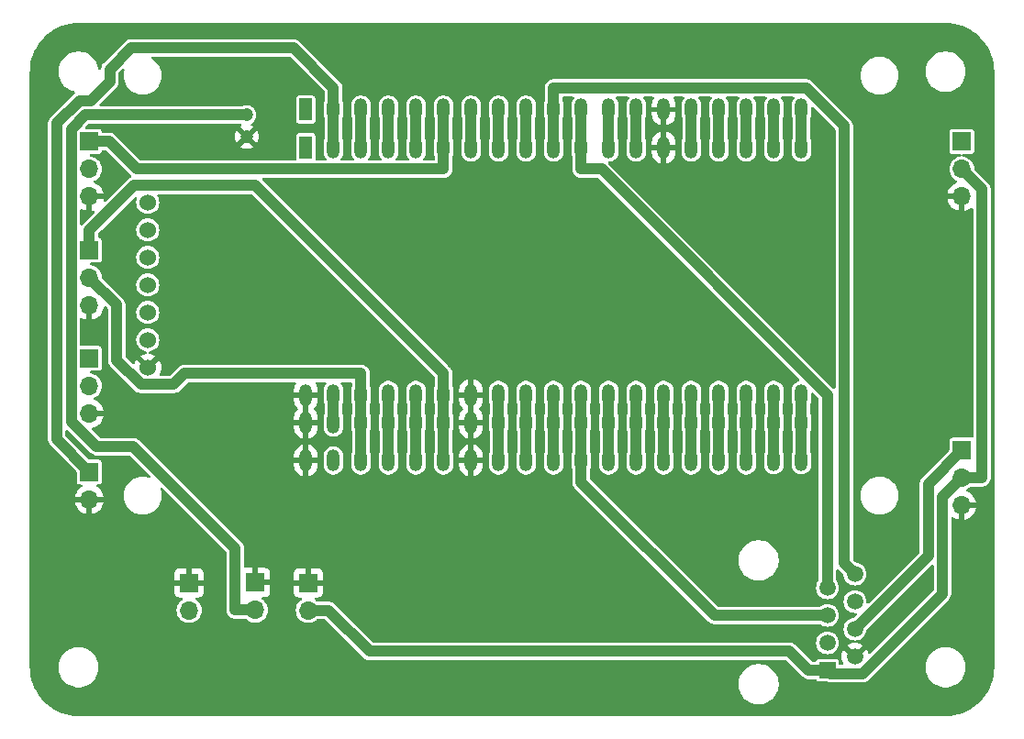
<source format=gbr>
%TF.GenerationSoftware,KiCad,Pcbnew,8.0.1*%
%TF.CreationDate,2024-07-22T19:23:19+02:00*%
%TF.ProjectId,Head Unit,48656164-2055-46e6-9974-2e6b69636164,rev?*%
%TF.SameCoordinates,Original*%
%TF.FileFunction,Copper,L2,Bot*%
%TF.FilePolarity,Positive*%
%FSLAX46Y46*%
G04 Gerber Fmt 4.6, Leading zero omitted, Abs format (unit mm)*
G04 Created by KiCad (PCBNEW 8.0.1) date 2024-07-22 19:23:19*
%MOMM*%
%LPD*%
G01*
G04 APERTURE LIST*
%TA.AperFunction,ComponentPad*%
%ADD10R,1.700000X1.700000*%
%TD*%
%TA.AperFunction,ComponentPad*%
%ADD11O,1.700000X1.700000*%
%TD*%
%TA.AperFunction,ComponentPad*%
%ADD12C,1.524000*%
%TD*%
%TA.AperFunction,ComponentPad*%
%ADD13R,1.500000X1.500000*%
%TD*%
%TA.AperFunction,ComponentPad*%
%ADD14C,1.500000*%
%TD*%
%TA.AperFunction,ComponentPad*%
%ADD15C,1.200000*%
%TD*%
%TA.AperFunction,ComponentPad*%
%ADD16R,1.200000X2.000000*%
%TD*%
%TA.AperFunction,ComponentPad*%
%ADD17O,1.200000X2.000000*%
%TD*%
%TA.AperFunction,Conductor*%
%ADD18C,1.000000*%
%TD*%
G04 APERTURE END LIST*
D10*
%TO.P,J10,1,Pin_1*%
%TO.N,GND*%
X49316000Y-96180000D03*
D11*
%TO.P,J10,2,Pin_2*%
%TO.N,+3V3*%
X49316000Y-98720000D03*
%TD*%
D10*
%TO.P,J5,1,V-Out*%
%TO.N,Net-(J5-V-Out)*%
X34000000Y-75475000D03*
D11*
%TO.P,J5,2,V-IN*%
%TO.N,+5V*%
X34000000Y-78015000D03*
%TO.P,J5,3,GND*%
%TO.N,GND*%
X34000000Y-80555000D03*
%TD*%
D10*
%TO.P,J4,1,V-Out*%
%TO.N,Net-(J4-V-Out)*%
X114500000Y-83960000D03*
D11*
%TO.P,J4,2,V-IN*%
%TO.N,+5V*%
X114500000Y-86500000D03*
%TO.P,J4,3,GND*%
%TO.N,GND*%
X114500000Y-89040000D03*
%TD*%
D12*
%TO.P,J7,1,CS*%
%TO.N,SPI_CS*%
X39389600Y-61072500D03*
%TO.P,J7,2,DC*%
%TO.N,SPI_DC*%
X39389600Y-63612500D03*
%TO.P,J7,3,RES*%
%TO.N,unconnected-(J7-RES-Pad3)*%
X39389600Y-66152500D03*
%TO.P,J7,4,SDA*%
%TO.N,SPI_MOSI*%
X39389600Y-68692500D03*
%TO.P,J7,5,SCLK*%
%TO.N,SPI_CLK*%
X39389600Y-71232500D03*
%TO.P,J7,6,VDD*%
%TO.N,+5V*%
X39389600Y-73772500D03*
%TO.P,J7,7,VSS*%
%TO.N,GND*%
X39389600Y-76312500D03*
%TD*%
D10*
%TO.P,J8,1,Pin_1*%
%TO.N,GND*%
X43200000Y-96200000D03*
D11*
%TO.P,J8,2,Pin_2*%
%TO.N,+5V*%
X43200000Y-98740000D03*
%TD*%
D10*
%TO.P,J3,1,V-Out*%
%TO.N,Net-(J3-V-Out)*%
X34000000Y-55460000D03*
D11*
%TO.P,J3,2,V-IN*%
%TO.N,+5V*%
X34000000Y-58000000D03*
%TO.P,J3,3,GND*%
%TO.N,GND*%
X34000000Y-60540000D03*
%TD*%
D10*
%TO.P,J1,1,S1*%
%TO.N,Net-(J1-S1)*%
X34000000Y-65475000D03*
D11*
%TO.P,J1,2,S2*%
%TO.N,Net-(J1-S2)*%
X34000000Y-68015000D03*
%TO.P,J1,3,GND*%
%TO.N,GND*%
X34000000Y-70555000D03*
%TD*%
D10*
%TO.P,J11,1,Pin_1*%
%TO.N,GND*%
X54200000Y-96200000D03*
D11*
%TO.P,J11,2,Pin_2*%
%TO.N,+5V*%
X54200000Y-98740000D03*
%TD*%
D10*
%TO.P,J2,1,V-Out*%
%TO.N,Net-(J2-V-Out)*%
X114500000Y-55460000D03*
D11*
%TO.P,J2,2,V-In*%
%TO.N,+5V*%
X114500000Y-58000000D03*
%TO.P,J2,3,GND*%
%TO.N,GND*%
X114500000Y-60540000D03*
%TD*%
D10*
%TO.P,J13,1,Pin_1*%
%TO.N,Net-(J13-Pin_1)*%
X34000000Y-85960000D03*
D11*
%TO.P,J13,2,Pin_2*%
%TO.N,GND*%
X34000000Y-88500000D03*
%TD*%
D13*
%TO.P,J6,1,5V*%
%TO.N,+5V*%
X102100000Y-104282500D03*
D14*
%TO.P,J6,2,GND*%
%TO.N,GND*%
X104640000Y-103012500D03*
%TO.P,J6,3,ADC2*%
%TO.N,Net-(J5-V-Out)*%
X102100000Y-101742500D03*
%TO.P,J6,4,ADC1*%
%TO.N,Net-(J4-V-Out)*%
X104640000Y-100472500D03*
%TO.P,J6,5,RX|SDA*%
%TO.N,Net-(J6-RX|SDA)*%
X102100000Y-99202500D03*
%TO.P,J6,6,TX|SCL*%
%TO.N,Net-(J6-TX|SCL)*%
X104640000Y-97932500D03*
%TO.P,J6,7,Bremse*%
%TO.N,Bremse*%
X102100000Y-96662500D03*
%TO.P,J6,8,Hupe*%
%TO.N,Hupe*%
X104640000Y-95392500D03*
%TD*%
D15*
%TO.P,C1,1*%
%TO.N,+3V3*%
X48500000Y-53000000D03*
%TO.P,C1,2*%
%TO.N,GND*%
X48500000Y-55000000D03*
%TD*%
D16*
%TO.P,U1,1,3V3*%
%TO.N,+3V3*%
X53980000Y-52500000D03*
X53980000Y-56000000D03*
D17*
%TO.P,U1,2,CHIP_PU*%
%TO.N,Net-(J13-Pin_1)*%
X56520000Y-52500000D03*
X56520000Y-56000000D03*
%TO.P,U1,3,SENSOR_VP/GPIO36/ADC1_CH0*%
%TO.N,unconnected-(U1-SENSOR_VP{slash}GPIO36{slash}ADC1_CH0-Pad3)*%
X59060000Y-52500000D03*
X59060000Y-56000000D03*
%TO.P,U1,4,SENSOR_VN/GPIO39/ADC1_CH3*%
%TO.N,unconnected-(U1-SENSOR_VN{slash}GPIO39{slash}ADC1_CH3-Pad4)*%
X61600000Y-52500000D03*
X61600000Y-56000000D03*
%TO.P,U1,5,VDET_1/GPIO34/ADC1_CH6*%
%TO.N,Net-(J2-V-Out)*%
X64140000Y-52500000D03*
X64140000Y-56000000D03*
%TO.P,U1,6,VDET_2/GPIO35/ADC1_CH7*%
%TO.N,Net-(J3-V-Out)*%
X66680000Y-52500000D03*
X66680000Y-56000000D03*
%TO.P,U1,7,32K_XP/GPIO32/ADC1_CH4*%
%TO.N,unconnected-(U1-32K_XP{slash}GPIO32{slash}ADC1_CH4-Pad7)*%
X69220000Y-52500000D03*
X69220000Y-56000000D03*
%TO.P,U1,8,32K_XN/GPIO33/ADC1_CH5*%
%TO.N,SPI_DC*%
X71760000Y-52500000D03*
X71760000Y-56000000D03*
%TO.P,U1,9,DAC_1/ADC2_CH8/GPIO25*%
%TO.N,unconnected-(U1-DAC_1{slash}ADC2_CH8{slash}GPIO25-Pad9)*%
X74300000Y-52500000D03*
X74300000Y-56000000D03*
%TO.P,U1,10,DAC_2/ADC2_CH9/GPIO26*%
%TO.N,Hupe*%
X76840000Y-52500000D03*
X76840000Y-56000000D03*
%TO.P,U1,11,ADC2_CH7/GPIO27*%
%TO.N,Bremse*%
X79380000Y-52500000D03*
X79380000Y-56000000D03*
%TO.P,U1,12,MTMS/GPIO14/ADC2_CH6*%
%TO.N,unconnected-(U1-MTMS{slash}GPIO14{slash}ADC2_CH6-Pad12)*%
X81920000Y-52500000D03*
X81920000Y-56000000D03*
%TO.P,U1,13,MTDI/GPIO12/ADC2_CH5*%
%TO.N,Net-(U1-MTDI{slash}GPIO12{slash}ADC2_CH5)*%
X84460000Y-52500000D03*
X84460000Y-56000000D03*
%TO.P,U1,14,GND*%
%TO.N,GND*%
X87000000Y-52500000D03*
X87000000Y-56000000D03*
%TO.P,U1,15,MTCK/GPIO13/ADC2_CH4*%
%TO.N,unconnected-(U1-MTCK{slash}GPIO13{slash}ADC2_CH4-Pad15)*%
X89540000Y-52500000D03*
X89540000Y-56000000D03*
%TO.P,U1,16,SD_DATA2/GPIO9*%
%TO.N,unconnected-(U1-SD_DATA2{slash}GPIO9-Pad16)*%
X92080000Y-52500000D03*
X92080000Y-56000000D03*
%TO.P,U1,17,SD_DATA3/GPIO10*%
%TO.N,unconnected-(U1-SD_DATA3{slash}GPIO10-Pad17)*%
X94620000Y-52500000D03*
X94620000Y-56000000D03*
%TO.P,U1,18,CMD*%
%TO.N,unconnected-(U1-CMD-Pad18)*%
X97160000Y-52500000D03*
X97160000Y-56000000D03*
%TO.P,U1,19,5V*%
%TO.N,+5V*%
X99700000Y-52500000D03*
X99700000Y-56000000D03*
%TO.P,U1,20,SD_CLK/GPIO6*%
%TO.N,unconnected-(U1-SD_CLK{slash}GPIO6-Pad20)*%
X99697280Y-78856320D03*
X99697280Y-81396320D03*
X99697280Y-84896320D03*
%TO.P,U1,21,SD_DATA0/GPIO7*%
%TO.N,unconnected-(U1-SD_DATA0{slash}GPIO7-Pad21)*%
X97157280Y-78856320D03*
X97157280Y-81396320D03*
X97157280Y-84896320D03*
%TO.P,U1,22,SD_DATA1/GPIO8*%
%TO.N,unconnected-(U1-SD_DATA1{slash}GPIO8-Pad22)*%
X94620000Y-78860000D03*
X94620000Y-81400000D03*
X94620000Y-84900000D03*
%TO.P,U1,23,MTDO/GPIO15/ADC2_CH3*%
%TO.N,unconnected-(U1-MTDO{slash}GPIO15{slash}ADC2_CH3-Pad23)*%
X92080000Y-78860000D03*
X92080000Y-81400000D03*
X92080000Y-84900000D03*
%TO.P,U1,24,ADC2_CH2/GPIO2*%
%TO.N,unconnected-(U1-ADC2_CH2{slash}GPIO2-Pad24)*%
X89540000Y-78860000D03*
X89540000Y-81400000D03*
X89540000Y-84900000D03*
%TO.P,U1,25,GPIO0/BOOT/ADC2_CH1*%
%TO.N,unconnected-(U1-GPIO0{slash}BOOT{slash}ADC2_CH1-Pad25)*%
X87000000Y-78860000D03*
X87000000Y-81400000D03*
X87000000Y-84900000D03*
%TO.P,U1,26,ADC2_CH0/GPIO4*%
%TO.N,unconnected-(U1-ADC2_CH0{slash}GPIO4-Pad26)*%
X84460000Y-78860000D03*
X84460000Y-81400000D03*
X84460000Y-84900000D03*
%TO.P,U1,27,GPIO16*%
%TO.N,Net-(J6-TX|SCL)*%
X81920000Y-78860000D03*
X81920000Y-81400000D03*
X81920000Y-84900000D03*
%TO.P,U1,28,GPIO17*%
%TO.N,Net-(J6-RX|SDA)*%
X79380000Y-78860000D03*
X79380000Y-81400000D03*
X79380000Y-84900000D03*
%TO.P,U1,29,GPIO5*%
%TO.N,SPI_CS*%
X76840000Y-78860000D03*
X76840000Y-81400000D03*
X76840000Y-84900000D03*
%TO.P,U1,30,GPIO18*%
%TO.N,SPI_CLK*%
X74300000Y-78860000D03*
X74300000Y-81400000D03*
X74300000Y-84900000D03*
%TO.P,U1,31,GPIO19*%
%TO.N,SPI_MISO*%
X71760000Y-78860000D03*
X71760000Y-81400000D03*
X71760000Y-84900000D03*
%TO.P,U1,32,GND*%
%TO.N,GND*%
X69220000Y-78860000D03*
X69220000Y-81400000D03*
X69220000Y-84900000D03*
%TO.P,U1,33,GPIO21*%
%TO.N,Net-(J1-S1)*%
X66680000Y-78860000D03*
X66680000Y-81400000D03*
X66680000Y-84900000D03*
%TO.P,U1,34,U0RXD/GPIO3*%
%TO.N,unconnected-(U1-U0RXD{slash}GPIO3-Pad34)*%
X64140000Y-78860000D03*
X64140000Y-81400000D03*
X64140000Y-84900000D03*
%TO.P,U1,35,U0TXD/GPIO1*%
%TO.N,unconnected-(U1-U0TXD{slash}GPIO1-Pad35)*%
X61600000Y-78860000D03*
X61600000Y-81400000D03*
X61600000Y-84900000D03*
%TO.P,U1,36,GPIO22*%
%TO.N,Net-(J1-S2)*%
X59060000Y-78860000D03*
X59060000Y-81400000D03*
X59060000Y-84900000D03*
%TO.P,U1,37,GPIO23*%
%TO.N,SPI_MOSI*%
X56520000Y-78860000D03*
X56520000Y-81400000D03*
X56520000Y-84900000D03*
%TO.P,U1,38,GND*%
%TO.N,GND*%
X53980000Y-78860000D03*
X53980000Y-81400000D03*
X53980000Y-84900000D03*
%TD*%
D18*
%TO.N,Net-(J1-S2)*%
X59060000Y-76860000D02*
X42778000Y-76860000D01*
X36506500Y-75644200D02*
X36506500Y-70521500D01*
X59060000Y-84900000D02*
X59060000Y-81400000D01*
X36506500Y-70521500D02*
X34000000Y-68015000D01*
X59060000Y-78860000D02*
X59060000Y-76860000D01*
X41754000Y-77884000D02*
X38746300Y-77884000D01*
X38746300Y-77884000D02*
X36506500Y-75644200D01*
X59060000Y-81400000D02*
X59060000Y-78860000D01*
X42778000Y-76860000D02*
X41754000Y-77884000D01*
%TO.N,SPI_MOSI*%
X56520000Y-81400000D02*
X56520000Y-78860000D01*
%TO.N,SPI_CS*%
X76840000Y-84900000D02*
X76840000Y-81400000D01*
X76840000Y-81400000D02*
X76840000Y-78860000D01*
%TO.N,Net-(J3-V-Out)*%
X66680000Y-56000000D02*
X66680000Y-58000000D01*
X66680000Y-52500000D02*
X66680000Y-56000000D01*
X38390000Y-58000000D02*
X35850000Y-55460000D01*
X34000000Y-55460000D02*
X35850000Y-55460000D01*
X66680000Y-58000000D02*
X38390000Y-58000000D01*
%TO.N,Net-(J2-V-Out)*%
X64140000Y-56000000D02*
X64140000Y-52500000D01*
%TO.N,Net-(J1-S1)*%
X38120500Y-59504500D02*
X34000000Y-63625000D01*
X66680000Y-84900000D02*
X66680000Y-81400000D01*
X66680000Y-78860000D02*
X66680000Y-76860000D01*
X66680000Y-76860000D02*
X49324500Y-59504500D01*
X34000000Y-65475000D02*
X34000000Y-63625000D01*
X66680000Y-81400000D02*
X66680000Y-78860000D01*
X49324500Y-59504500D02*
X38120500Y-59504500D01*
%TO.N,+5V*%
X56050000Y-98740000D02*
X59842500Y-102532500D01*
X114500000Y-86500000D02*
X116350000Y-86500000D01*
X99700000Y-56000000D02*
X99700000Y-52500000D01*
X116350000Y-59850000D02*
X116350000Y-86500000D01*
X112712500Y-88287500D02*
X114500000Y-86500000D01*
X102100000Y-104282500D02*
X100350000Y-104282500D01*
X102100000Y-104282500D02*
X102392500Y-104575000D01*
X105352600Y-104575000D02*
X112712500Y-97215100D01*
X112712500Y-97215100D02*
X112712500Y-88287500D01*
X114500000Y-58000000D02*
X116350000Y-59850000D01*
X98600000Y-102532500D02*
X100350000Y-104282500D01*
X59842500Y-102532500D02*
X98600000Y-102532500D01*
X54200000Y-98740000D02*
X56050000Y-98740000D01*
X102392500Y-104575000D02*
X105352600Y-104575000D01*
%TO.N,Net-(J6-RX|SDA)*%
X79380000Y-84900000D02*
X79380000Y-86900000D01*
X79380000Y-81400000D02*
X79380000Y-84900000D01*
X91682500Y-99202500D02*
X79380000Y-86900000D01*
X102100000Y-99202500D02*
X91682500Y-99202500D01*
X79380000Y-81400000D02*
X79380000Y-78860000D01*
%TO.N,Net-(J4-V-Out)*%
X111410800Y-87049200D02*
X111410800Y-93701700D01*
X114500000Y-83960000D02*
X111410800Y-87049200D01*
X111410800Y-93701700D02*
X104640000Y-100472500D01*
%TO.N,SPI_CLK*%
X74300000Y-84900000D02*
X74300000Y-81400000D01*
X74300000Y-81400000D02*
X74300000Y-78860000D01*
%TO.N,Hupe*%
X76840000Y-50500000D02*
X100135700Y-50500000D01*
X103650200Y-94402700D02*
X104640000Y-95392500D01*
X76840000Y-52500000D02*
X76840000Y-50500000D01*
X76840000Y-56000000D02*
X76840000Y-52500000D01*
X103650200Y-54014500D02*
X103650200Y-94402700D01*
X100135700Y-50500000D02*
X103650200Y-54014500D01*
%TO.N,unconnected-(U1-MTCK{slash}GPIO13{slash}ADC2_CH4-Pad15)*%
X89540000Y-56000000D02*
X89540000Y-52500000D01*
%TO.N,SPI_DC*%
X71760000Y-56000000D02*
X71760000Y-52500000D01*
%TO.N,Bremse*%
X79380000Y-56000000D02*
X79380000Y-58000000D01*
X81255000Y-58000000D02*
X102100000Y-78845000D01*
X79380000Y-52500000D02*
X79380000Y-56000000D01*
X102100000Y-78845000D02*
X102100000Y-96662500D01*
X79380000Y-58000000D02*
X81255000Y-58000000D01*
%TO.N,unconnected-(U1-SENSOR_VP{slash}GPIO36{slash}ADC1_CH0-Pad3)*%
X59060000Y-56000000D02*
X59060000Y-52500000D01*
%TO.N,unconnected-(U1-32K_XP{slash}GPIO32{slash}ADC1_CH4-Pad7)*%
X69220000Y-56000000D02*
X69220000Y-52500000D01*
%TO.N,unconnected-(U1-CMD-Pad18)*%
X97160000Y-56000000D02*
X97160000Y-52500000D01*
%TO.N,unconnected-(U1-ADC2_CH0{slash}GPIO4-Pad26)*%
X84460000Y-84900000D02*
X84460000Y-81400000D01*
X84460000Y-81400000D02*
X84460000Y-78860000D01*
%TO.N,unconnected-(U1-SENSOR_VN{slash}GPIO39{slash}ADC1_CH3-Pad4)*%
X61600000Y-56000000D02*
X61600000Y-52500000D01*
%TO.N,unconnected-(U1-ADC2_CH2{slash}GPIO2-Pad24)*%
X89540000Y-84900000D02*
X89540000Y-81400000D01*
X89540000Y-81400000D02*
X89540000Y-78860000D01*
%TO.N,Net-(U1-MTDI{slash}GPIO12{slash}ADC2_CH5)*%
X84460000Y-56000000D02*
X84460000Y-52500000D01*
%TO.N,+3V3*%
X34662400Y-83623400D02*
X32332800Y-81293800D01*
X38059800Y-83623400D02*
X34662400Y-83623400D01*
X33622900Y-53000000D02*
X48500000Y-53000000D01*
X32332800Y-81293800D02*
X32332800Y-54290100D01*
X32332800Y-54290100D02*
X33622900Y-53000000D01*
X49316000Y-98720000D02*
X47466000Y-98720000D01*
X47466000Y-93029600D02*
X38059800Y-83623400D01*
X47466000Y-98720000D02*
X47466000Y-93029600D01*
%TO.N,unconnected-(U1-GPIO0{slash}BOOT{slash}ADC2_CH1-Pad25)*%
X87000000Y-81400000D02*
X87000000Y-78860000D01*
X87000000Y-84900000D02*
X87000000Y-81400000D01*
%TO.N,unconnected-(U1-SD_DATA1{slash}GPIO8-Pad22)*%
X94620000Y-84900000D02*
X94620000Y-81400000D01*
X94620000Y-81400000D02*
X94620000Y-78860000D01*
%TO.N,Net-(J6-TX|SCL)*%
X81920000Y-84900000D02*
X81920000Y-81400000D01*
X81920000Y-81400000D02*
X81920000Y-78860000D01*
%TO.N,unconnected-(U1-SD_DATA3{slash}GPIO10-Pad17)*%
X94620000Y-56000000D02*
X94620000Y-52500000D01*
%TO.N,unconnected-(U1-U0TXD{slash}GPIO1-Pad35)*%
X61600000Y-84900000D02*
X61600000Y-81400000D01*
X61600000Y-81400000D02*
X61600000Y-78860000D01*
%TO.N,unconnected-(U1-SD_DATA0{slash}GPIO7-Pad21)*%
X97157300Y-84896300D02*
X97157300Y-81396300D01*
X97157300Y-81396300D02*
X97157300Y-78856300D01*
%TO.N,unconnected-(U1-U0RXD{slash}GPIO3-Pad34)*%
X64140000Y-84900000D02*
X64140000Y-81400000D01*
X64140000Y-81400000D02*
X64140000Y-78860000D01*
%TO.N,unconnected-(U1-SD_CLK{slash}GPIO6-Pad20)*%
X99697300Y-84896300D02*
X99697300Y-81396300D01*
X99697300Y-81396300D02*
X99697300Y-78856300D01*
%TO.N,Net-(J13-Pin_1)*%
X35880100Y-48776300D02*
X35880100Y-49938500D01*
X35880100Y-49938500D02*
X34143600Y-51675000D01*
X37855300Y-46801100D02*
X35880100Y-48776300D01*
X52821100Y-46801100D02*
X37855300Y-46801100D01*
X56520000Y-52500000D02*
X56520000Y-50500000D01*
X56520000Y-50500000D02*
X52821100Y-46801100D01*
X56520000Y-56000000D02*
X56520000Y-52500000D01*
X34143600Y-51675000D02*
X33082600Y-51675000D01*
X30993700Y-82953700D02*
X34000000Y-85960000D01*
X33082600Y-51675000D02*
X30993700Y-53763900D01*
X30993700Y-53763900D02*
X30993700Y-82953700D01*
%TO.N,unconnected-(U1-SD_DATA2{slash}GPIO9-Pad16)*%
X92080000Y-56000000D02*
X92080000Y-52500000D01*
%TO.N,unconnected-(U1-MTMS{slash}GPIO14{slash}ADC2_CH6-Pad12)*%
X81920000Y-56000000D02*
X81920000Y-52500000D01*
%TO.N,SPI_MISO*%
X71760000Y-81400000D02*
X71760000Y-78860000D01*
X71760000Y-84900000D02*
X71760000Y-81400000D01*
%TO.N,unconnected-(U1-DAC_1{slash}ADC2_CH8{slash}GPIO25-Pad9)*%
X74300000Y-56000000D02*
X74300000Y-52500000D01*
%TO.N,unconnected-(U1-MTDO{slash}GPIO15{slash}ADC2_CH3-Pad23)*%
X92080000Y-81400000D02*
X92080000Y-78860000D01*
X92080000Y-84900000D02*
X92080000Y-81400000D01*
%TD*%
%TA.AperFunction,Conductor*%
%TO.N,GND*%
G36*
X54230000Y-81084314D02*
G01*
X54225606Y-81079920D01*
X54134394Y-81027259D01*
X54032661Y-81000000D01*
X53927339Y-81000000D01*
X53825606Y-81027259D01*
X53734394Y-81079920D01*
X53730000Y-81084314D01*
X53730000Y-79175686D01*
X53734394Y-79180080D01*
X53825606Y-79232741D01*
X53927339Y-79260000D01*
X54032661Y-79260000D01*
X54134394Y-79232741D01*
X54225606Y-79180080D01*
X54230000Y-79175686D01*
X54230000Y-81084314D01*
G37*
%TD.AperFunction*%
%TA.AperFunction,Conductor*%
G36*
X34250000Y-61870633D02*
G01*
X34311548Y-61854143D01*
X34381398Y-61855806D01*
X34439260Y-61894969D01*
X34466764Y-61959197D01*
X34455177Y-62028099D01*
X34431322Y-62061599D01*
X33948063Y-62544859D01*
X33489711Y-63003211D01*
X33433961Y-63058961D01*
X33378211Y-63114710D01*
X33360402Y-63141364D01*
X33306789Y-63186168D01*
X33237464Y-63194875D01*
X33174437Y-63164720D01*
X33137718Y-63105277D01*
X33133300Y-63072472D01*
X33133300Y-61819185D01*
X33152985Y-61752146D01*
X33205789Y-61706391D01*
X33274947Y-61696447D01*
X33319305Y-61711801D01*
X33322420Y-61713599D01*
X33536507Y-61813429D01*
X33536516Y-61813433D01*
X33750000Y-61870634D01*
X33750000Y-60973012D01*
X33807007Y-61005925D01*
X33934174Y-61040000D01*
X34065826Y-61040000D01*
X34192993Y-61005925D01*
X34250000Y-60973012D01*
X34250000Y-61870633D01*
G37*
%TD.AperFunction*%
%TA.AperFunction,Conductor*%
G36*
X35534099Y-56280185D02*
G01*
X35554741Y-56296819D01*
X37768211Y-58510289D01*
X37830507Y-58572585D01*
X37863991Y-58633909D01*
X37859006Y-58703600D01*
X37817135Y-58759534D01*
X37790278Y-58774827D01*
X37741324Y-58795104D01*
X37741314Y-58795109D01*
X37610211Y-58882710D01*
X37610207Y-58882713D01*
X35521600Y-60971320D01*
X35460277Y-61004805D01*
X35390585Y-60999821D01*
X35334652Y-60957949D01*
X35310235Y-60892485D01*
X35314144Y-60851544D01*
X35330635Y-60790000D01*
X34433012Y-60790000D01*
X34465925Y-60732993D01*
X34500000Y-60605826D01*
X34500000Y-60474174D01*
X34465925Y-60347007D01*
X34433012Y-60290000D01*
X35330636Y-60290000D01*
X35330635Y-60289999D01*
X35273432Y-60076513D01*
X35273429Y-60076507D01*
X35173600Y-59862422D01*
X35173599Y-59862420D01*
X35038113Y-59668926D01*
X35038108Y-59668920D01*
X34871082Y-59501894D01*
X34677578Y-59366399D01*
X34478426Y-59273533D01*
X34425987Y-59227360D01*
X34406835Y-59160167D01*
X34427051Y-59093286D01*
X34480216Y-59047951D01*
X34486005Y-59045537D01*
X34515019Y-59034298D01*
X34696302Y-58922052D01*
X34853872Y-58778407D01*
X34982366Y-58608255D01*
X35000127Y-58572585D01*
X35077403Y-58417394D01*
X35077403Y-58417393D01*
X35077405Y-58417389D01*
X35135756Y-58212310D01*
X35155429Y-58000000D01*
X35135756Y-57787690D01*
X35077405Y-57582611D01*
X35077403Y-57582606D01*
X35077403Y-57582605D01*
X34982367Y-57391746D01*
X34853872Y-57221593D01*
X34808044Y-57179815D01*
X34696302Y-57077948D01*
X34515019Y-56965702D01*
X34515017Y-56965701D01*
X34415608Y-56927190D01*
X34316198Y-56888679D01*
X34143453Y-56856387D01*
X34081174Y-56824720D01*
X34045901Y-56764407D01*
X34048835Y-56694599D01*
X34089044Y-56637459D01*
X34153762Y-56611128D01*
X34166240Y-56610499D01*
X34894856Y-56610499D01*
X34894864Y-56610499D01*
X34894879Y-56610497D01*
X34894882Y-56610497D01*
X34919987Y-56607586D01*
X34919988Y-56607585D01*
X34919991Y-56607585D01*
X35022765Y-56562206D01*
X35102206Y-56482765D01*
X35147585Y-56379991D01*
X35148720Y-56370208D01*
X35176001Y-56305884D01*
X35233727Y-56266520D01*
X35271894Y-56260500D01*
X35467060Y-56260500D01*
X35534099Y-56280185D01*
G37*
%TD.AperFunction*%
%TA.AperFunction,Conductor*%
G36*
X52505199Y-47621285D02*
G01*
X52525841Y-47637919D01*
X55683181Y-50795259D01*
X55716666Y-50856582D01*
X55719500Y-50882940D01*
X55719500Y-51654793D01*
X55710061Y-51702245D01*
X55654106Y-51837332D01*
X55654103Y-51837341D01*
X55619500Y-52011304D01*
X55619500Y-52988695D01*
X55654104Y-53162658D01*
X55654107Y-53162670D01*
X55710061Y-53297755D01*
X55719500Y-53345207D01*
X55719500Y-55154793D01*
X55710061Y-55202245D01*
X55654106Y-55337332D01*
X55654103Y-55337341D01*
X55619500Y-55511304D01*
X55619500Y-56488695D01*
X55654103Y-56662658D01*
X55654106Y-56662667D01*
X55721983Y-56826540D01*
X55721990Y-56826553D01*
X55820535Y-56974034D01*
X55820538Y-56974038D01*
X55834319Y-56987819D01*
X55867804Y-57049142D01*
X55862820Y-57118834D01*
X55820948Y-57174767D01*
X55755484Y-57199184D01*
X55746638Y-57199500D01*
X55001778Y-57199500D01*
X54934739Y-57179815D01*
X54888984Y-57127011D01*
X54878604Y-57061210D01*
X54880004Y-57049142D01*
X54880500Y-57044865D01*
X54880499Y-54955136D01*
X54880497Y-54955117D01*
X54877586Y-54930012D01*
X54877585Y-54930010D01*
X54877585Y-54930009D01*
X54832206Y-54827235D01*
X54752765Y-54747794D01*
X54752763Y-54747793D01*
X54649992Y-54702415D01*
X54624865Y-54699500D01*
X53335143Y-54699500D01*
X53335117Y-54699502D01*
X53310012Y-54702413D01*
X53310008Y-54702415D01*
X53207235Y-54747793D01*
X53127794Y-54827234D01*
X53082415Y-54930006D01*
X53082415Y-54930008D01*
X53079500Y-54955131D01*
X53079500Y-57044856D01*
X53079502Y-57044877D01*
X53081397Y-57061214D01*
X53069567Y-57130075D01*
X53022387Y-57181609D01*
X52958223Y-57199500D01*
X38772940Y-57199500D01*
X38705901Y-57179815D01*
X38685259Y-57163181D01*
X37456319Y-55934240D01*
X47919311Y-55934240D01*
X48007585Y-55988897D01*
X48197678Y-56062539D01*
X48398072Y-56100000D01*
X48601928Y-56100000D01*
X48802322Y-56062539D01*
X48992412Y-55988899D01*
X48992416Y-55988897D01*
X49080686Y-55934241D01*
X49080686Y-55934240D01*
X48500001Y-55353553D01*
X48500000Y-55353553D01*
X47919311Y-55934240D01*
X37456319Y-55934240D01*
X36522079Y-55000000D01*
X47395287Y-55000000D01*
X47414096Y-55202989D01*
X47414097Y-55202992D01*
X47469883Y-55399063D01*
X47469886Y-55399069D01*
X47560751Y-55581551D01*
X47562533Y-55583911D01*
X48106950Y-55039496D01*
X48200000Y-55039496D01*
X48220444Y-55115796D01*
X48259940Y-55184205D01*
X48315795Y-55240060D01*
X48384204Y-55279556D01*
X48460504Y-55300000D01*
X48539496Y-55300000D01*
X48615796Y-55279556D01*
X48684205Y-55240060D01*
X48740060Y-55184205D01*
X48779556Y-55115796D01*
X48800000Y-55039496D01*
X48800000Y-55000000D01*
X48853553Y-55000000D01*
X49437465Y-55583912D01*
X49439247Y-55581553D01*
X49439248Y-55581551D01*
X49530113Y-55399069D01*
X49530116Y-55399063D01*
X49585902Y-55202992D01*
X49585903Y-55202989D01*
X49604713Y-55000000D01*
X49604713Y-54999999D01*
X49585903Y-54797010D01*
X49585902Y-54797007D01*
X49530116Y-54600936D01*
X49530113Y-54600930D01*
X49439249Y-54418449D01*
X49439247Y-54418447D01*
X49437465Y-54416087D01*
X48853553Y-55000000D01*
X48800000Y-55000000D01*
X48800000Y-54960504D01*
X48779556Y-54884204D01*
X48740060Y-54815795D01*
X48684205Y-54759940D01*
X48615796Y-54720444D01*
X48539496Y-54700000D01*
X48460504Y-54700000D01*
X48384204Y-54720444D01*
X48315795Y-54759940D01*
X48259940Y-54815795D01*
X48220444Y-54884204D01*
X48200000Y-54960504D01*
X48200000Y-55039496D01*
X48106950Y-55039496D01*
X48146446Y-55000000D01*
X47562533Y-54416087D01*
X47560755Y-54418442D01*
X47560754Y-54418443D01*
X47469886Y-54600930D01*
X47469883Y-54600936D01*
X47414097Y-54797007D01*
X47414096Y-54797010D01*
X47395287Y-54999999D01*
X47395287Y-55000000D01*
X36522079Y-55000000D01*
X36360292Y-54838213D01*
X36360288Y-54838210D01*
X36229185Y-54750609D01*
X36229172Y-54750602D01*
X36083501Y-54690264D01*
X36083489Y-54690261D01*
X35928845Y-54659500D01*
X35928842Y-54659500D01*
X35271893Y-54659500D01*
X35204854Y-54639815D01*
X35159099Y-54587011D01*
X35148718Y-54549783D01*
X35147585Y-54540012D01*
X35147585Y-54540009D01*
X35102206Y-54437235D01*
X35022765Y-54357794D01*
X34996231Y-54346078D01*
X34919992Y-54312415D01*
X34894868Y-54309500D01*
X34894865Y-54309500D01*
X33744839Y-54309500D01*
X33677800Y-54289815D01*
X33632045Y-54237011D01*
X33622101Y-54167853D01*
X33651126Y-54104297D01*
X33657158Y-54097819D01*
X33725051Y-54029927D01*
X33918159Y-53836819D01*
X33979482Y-53803334D01*
X34005840Y-53800500D01*
X47911904Y-53800500D01*
X47978943Y-53820185D01*
X48024698Y-53872989D01*
X48034642Y-53942147D01*
X48005617Y-54005703D01*
X47977181Y-54029927D01*
X47919312Y-54065757D01*
X47919311Y-54065758D01*
X48500000Y-54646446D01*
X48500001Y-54646446D01*
X49080687Y-54065758D01*
X48992413Y-54011101D01*
X48992408Y-54011099D01*
X48974879Y-54004308D01*
X48919478Y-53961734D01*
X48895889Y-53895967D01*
X48911601Y-53827887D01*
X48949020Y-53790101D01*
X48947473Y-53787971D01*
X49089120Y-53685058D01*
X49105871Y-53672888D01*
X49221152Y-53544856D01*
X53079500Y-53544856D01*
X53079502Y-53544882D01*
X53082413Y-53569987D01*
X53082415Y-53569991D01*
X53127793Y-53672764D01*
X53127794Y-53672765D01*
X53207235Y-53752206D01*
X53310009Y-53797585D01*
X53335135Y-53800500D01*
X54624864Y-53800499D01*
X54624879Y-53800497D01*
X54624882Y-53800497D01*
X54649987Y-53797586D01*
X54649988Y-53797585D01*
X54649991Y-53797585D01*
X54752765Y-53752206D01*
X54832206Y-53672765D01*
X54877585Y-53569991D01*
X54880500Y-53544865D01*
X54880499Y-51455136D01*
X54878993Y-51442147D01*
X54877586Y-51430012D01*
X54877585Y-51430010D01*
X54877585Y-51430009D01*
X54832206Y-51327235D01*
X54752765Y-51247794D01*
X54721758Y-51234103D01*
X54649992Y-51202415D01*
X54624865Y-51199500D01*
X53335143Y-51199500D01*
X53335117Y-51199502D01*
X53310012Y-51202413D01*
X53310008Y-51202415D01*
X53207235Y-51247793D01*
X53127794Y-51327234D01*
X53082415Y-51430006D01*
X53082415Y-51430008D01*
X53079500Y-51455131D01*
X53079500Y-53544856D01*
X49221152Y-53544856D01*
X49232533Y-53532216D01*
X49327179Y-53368284D01*
X49385674Y-53188256D01*
X49405460Y-53000000D01*
X49385674Y-52811744D01*
X49327179Y-52631716D01*
X49232533Y-52467784D01*
X49105871Y-52327112D01*
X49045770Y-52283446D01*
X48952734Y-52215851D01*
X48952729Y-52215848D01*
X48779807Y-52138857D01*
X48779802Y-52138855D01*
X48634001Y-52107865D01*
X48594646Y-52099500D01*
X48405354Y-52099500D01*
X48372897Y-52106398D01*
X48220197Y-52138855D01*
X48220192Y-52138857D01*
X48108069Y-52188779D01*
X48057633Y-52199500D01*
X35050540Y-52199500D01*
X34983501Y-52179815D01*
X34937746Y-52127011D01*
X34927802Y-52057853D01*
X34956827Y-51994297D01*
X34962859Y-51987819D01*
X36501886Y-50448792D01*
X36501889Y-50448789D01*
X36589494Y-50317679D01*
X36649837Y-50171997D01*
X36680600Y-50017342D01*
X36680600Y-49859657D01*
X36680600Y-49159240D01*
X36700285Y-49092201D01*
X36716919Y-49071559D01*
X36854370Y-48934108D01*
X37015748Y-48772729D01*
X37077069Y-48739246D01*
X37146760Y-48744230D01*
X37202694Y-48786101D01*
X37227111Y-48851566D01*
X37223202Y-48892504D01*
X37212055Y-48934108D01*
X37191532Y-49010702D01*
X37191531Y-49010710D01*
X37161580Y-49238198D01*
X37161580Y-49467681D01*
X37184694Y-49643242D01*
X37191532Y-49695178D01*
X37225035Y-49820214D01*
X37250922Y-49916827D01*
X37338730Y-50128816D01*
X37338737Y-50128830D01*
X37363662Y-50172001D01*
X37418226Y-50266510D01*
X37453472Y-50327557D01*
X37593161Y-50509601D01*
X37593169Y-50509610D01*
X37755410Y-50671851D01*
X37755418Y-50671858D01*
X37755419Y-50671859D01*
X37768660Y-50682019D01*
X37937462Y-50811547D01*
X37937465Y-50811548D01*
X37937468Y-50811551D01*
X38136192Y-50926284D01*
X38136197Y-50926286D01*
X38136203Y-50926289D01*
X38160715Y-50936442D01*
X38348193Y-51014098D01*
X38569842Y-51073488D01*
X38797346Y-51103440D01*
X38797353Y-51103440D01*
X39026807Y-51103440D01*
X39026814Y-51103440D01*
X39254318Y-51073488D01*
X39475967Y-51014098D01*
X39687968Y-50926284D01*
X39886692Y-50811551D01*
X40068741Y-50671859D01*
X40068745Y-50671854D01*
X40068750Y-50671851D01*
X40230991Y-50509610D01*
X40230994Y-50509605D01*
X40230999Y-50509601D01*
X40370691Y-50327552D01*
X40485424Y-50128828D01*
X40573238Y-49916827D01*
X40632628Y-49695178D01*
X40662580Y-49467674D01*
X40662580Y-49238206D01*
X40632628Y-49010702D01*
X40573238Y-48789053D01*
X40510757Y-48638211D01*
X40485429Y-48577063D01*
X40485426Y-48577057D01*
X40485424Y-48577052D01*
X40370691Y-48378328D01*
X40370688Y-48378325D01*
X40370687Y-48378322D01*
X40230998Y-48196278D01*
X40230991Y-48196270D01*
X40068750Y-48034029D01*
X40068741Y-48034021D01*
X39886697Y-47894332D01*
X39780444Y-47832987D01*
X39732228Y-47782420D01*
X39719006Y-47713813D01*
X39744974Y-47648948D01*
X39801888Y-47608420D01*
X39842444Y-47601600D01*
X52438160Y-47601600D01*
X52505199Y-47621285D01*
G37*
%TD.AperFunction*%
%TA.AperFunction,Conductor*%
G36*
X83753677Y-51320185D02*
G01*
X83799432Y-51372989D01*
X83809376Y-51442147D01*
X83780351Y-51505703D01*
X83774319Y-51512181D01*
X83760538Y-51525961D01*
X83760535Y-51525965D01*
X83661990Y-51673446D01*
X83661983Y-51673459D01*
X83594106Y-51837332D01*
X83594103Y-51837341D01*
X83559500Y-52011304D01*
X83559500Y-52988695D01*
X83594104Y-53162658D01*
X83594107Y-53162670D01*
X83650061Y-53297755D01*
X83659500Y-53345207D01*
X83659500Y-55154793D01*
X83650061Y-55202245D01*
X83594106Y-55337332D01*
X83594103Y-55337341D01*
X83559500Y-55511304D01*
X83559500Y-56488695D01*
X83594103Y-56662658D01*
X83594106Y-56662667D01*
X83661983Y-56826540D01*
X83661990Y-56826553D01*
X83760535Y-56974034D01*
X83760538Y-56974038D01*
X83885961Y-57099461D01*
X83885965Y-57099464D01*
X84033446Y-57198009D01*
X84033459Y-57198016D01*
X84156363Y-57248923D01*
X84197334Y-57265894D01*
X84197336Y-57265894D01*
X84197341Y-57265896D01*
X84371304Y-57300499D01*
X84371307Y-57300500D01*
X84371309Y-57300500D01*
X84548693Y-57300500D01*
X84548694Y-57300499D01*
X84606682Y-57288964D01*
X84722658Y-57265896D01*
X84722661Y-57265894D01*
X84722666Y-57265894D01*
X84886547Y-57198013D01*
X85034035Y-57099464D01*
X85159464Y-56974035D01*
X85258013Y-56826547D01*
X85325894Y-56662666D01*
X85332356Y-56630183D01*
X85360499Y-56488695D01*
X85360500Y-56488693D01*
X85360500Y-56486571D01*
X85900000Y-56486571D01*
X85927085Y-56657584D01*
X85980591Y-56822257D01*
X86059195Y-56976524D01*
X86160967Y-57116602D01*
X86283397Y-57239032D01*
X86423475Y-57340804D01*
X86577744Y-57419408D01*
X86742415Y-57472914D01*
X86742414Y-57472914D01*
X86749999Y-57474115D01*
X86750000Y-57474114D01*
X86750000Y-56315686D01*
X86754394Y-56320080D01*
X86845606Y-56372741D01*
X86947339Y-56400000D01*
X87052661Y-56400000D01*
X87154394Y-56372741D01*
X87245606Y-56320080D01*
X87250000Y-56315686D01*
X87250000Y-57474115D01*
X87257584Y-57472914D01*
X87422255Y-57419408D01*
X87576524Y-57340804D01*
X87716602Y-57239032D01*
X87839032Y-57116602D01*
X87940804Y-56976524D01*
X88019408Y-56822257D01*
X88072914Y-56657584D01*
X88100000Y-56486571D01*
X88100000Y-56250000D01*
X87315686Y-56250000D01*
X87320080Y-56245606D01*
X87372741Y-56154394D01*
X87400000Y-56052661D01*
X87400000Y-55947339D01*
X87372741Y-55845606D01*
X87320080Y-55754394D01*
X87315686Y-55750000D01*
X88100000Y-55750000D01*
X88100000Y-55513428D01*
X88072914Y-55342415D01*
X88019408Y-55177742D01*
X87940804Y-55023475D01*
X87839032Y-54883397D01*
X87716602Y-54760967D01*
X87576524Y-54659195D01*
X87422257Y-54580591D01*
X87257589Y-54527087D01*
X87257581Y-54527085D01*
X87250000Y-54525884D01*
X87250000Y-55684314D01*
X87245606Y-55679920D01*
X87154394Y-55627259D01*
X87052661Y-55600000D01*
X86947339Y-55600000D01*
X86845606Y-55627259D01*
X86754394Y-55679920D01*
X86750000Y-55684314D01*
X86750000Y-54525884D01*
X86749999Y-54525884D01*
X86742418Y-54527085D01*
X86742410Y-54527087D01*
X86577742Y-54580591D01*
X86423475Y-54659195D01*
X86283397Y-54760967D01*
X86160967Y-54883397D01*
X86059195Y-55023475D01*
X85980591Y-55177742D01*
X85927085Y-55342415D01*
X85900000Y-55513428D01*
X85900000Y-55750000D01*
X86684314Y-55750000D01*
X86679920Y-55754394D01*
X86627259Y-55845606D01*
X86600000Y-55947339D01*
X86600000Y-56052661D01*
X86627259Y-56154394D01*
X86679920Y-56245606D01*
X86684314Y-56250000D01*
X85900000Y-56250000D01*
X85900000Y-56486571D01*
X85360500Y-56486571D01*
X85360500Y-55511306D01*
X85360499Y-55511304D01*
X85325896Y-55337341D01*
X85325893Y-55337332D01*
X85269939Y-55202245D01*
X85260500Y-55154793D01*
X85260500Y-53345207D01*
X85269939Y-53297755D01*
X85325892Y-53162670D01*
X85325894Y-53162666D01*
X85360500Y-52988691D01*
X85360500Y-52011309D01*
X85360500Y-52011306D01*
X85360499Y-52011304D01*
X85325896Y-51837341D01*
X85325893Y-51837332D01*
X85258016Y-51673459D01*
X85258009Y-51673446D01*
X85159464Y-51525965D01*
X85159461Y-51525961D01*
X85145681Y-51512181D01*
X85112196Y-51450858D01*
X85117180Y-51381166D01*
X85159052Y-51325233D01*
X85224516Y-51300816D01*
X85233362Y-51300500D01*
X85977833Y-51300500D01*
X86044872Y-51320185D01*
X86090627Y-51372989D01*
X86100571Y-51442147D01*
X86078151Y-51497386D01*
X86059196Y-51523474D01*
X85980591Y-51677742D01*
X85927085Y-51842415D01*
X85900000Y-52013428D01*
X85900000Y-52250000D01*
X86684314Y-52250000D01*
X86679920Y-52254394D01*
X86627259Y-52345606D01*
X86600000Y-52447339D01*
X86600000Y-52552661D01*
X86627259Y-52654394D01*
X86679920Y-52745606D01*
X86684314Y-52750000D01*
X85900000Y-52750000D01*
X85900000Y-52986571D01*
X85927085Y-53157584D01*
X85980591Y-53322257D01*
X86059195Y-53476524D01*
X86160967Y-53616602D01*
X86283397Y-53739032D01*
X86423475Y-53840804D01*
X86577744Y-53919408D01*
X86742415Y-53972914D01*
X86742414Y-53972914D01*
X86749999Y-53974115D01*
X86750000Y-53974114D01*
X86750000Y-52815686D01*
X86754394Y-52820080D01*
X86845606Y-52872741D01*
X86947339Y-52900000D01*
X87052661Y-52900000D01*
X87154394Y-52872741D01*
X87245606Y-52820080D01*
X87250000Y-52815686D01*
X87250000Y-53974115D01*
X87257584Y-53972914D01*
X87422255Y-53919408D01*
X87576524Y-53840804D01*
X87716602Y-53739032D01*
X87839032Y-53616602D01*
X87940804Y-53476524D01*
X88019408Y-53322257D01*
X88072914Y-53157584D01*
X88100000Y-52986571D01*
X88100000Y-52750000D01*
X87315686Y-52750000D01*
X87320080Y-52745606D01*
X87372741Y-52654394D01*
X87400000Y-52552661D01*
X87400000Y-52447339D01*
X87372741Y-52345606D01*
X87320080Y-52254394D01*
X87315686Y-52250000D01*
X88100000Y-52250000D01*
X88100000Y-52013428D01*
X88072914Y-51842415D01*
X88019408Y-51677742D01*
X87940803Y-51523474D01*
X87921849Y-51497386D01*
X87898369Y-51431580D01*
X87914194Y-51363526D01*
X87964300Y-51314831D01*
X88022167Y-51300500D01*
X88766638Y-51300500D01*
X88833677Y-51320185D01*
X88879432Y-51372989D01*
X88889376Y-51442147D01*
X88860351Y-51505703D01*
X88854319Y-51512181D01*
X88840538Y-51525961D01*
X88840535Y-51525965D01*
X88741990Y-51673446D01*
X88741983Y-51673459D01*
X88674106Y-51837332D01*
X88674103Y-51837341D01*
X88639500Y-52011304D01*
X88639500Y-52988695D01*
X88674104Y-53162658D01*
X88674107Y-53162670D01*
X88730061Y-53297755D01*
X88739500Y-53345207D01*
X88739500Y-55154793D01*
X88730061Y-55202245D01*
X88674106Y-55337332D01*
X88674103Y-55337341D01*
X88639500Y-55511304D01*
X88639500Y-56488695D01*
X88674103Y-56662658D01*
X88674106Y-56662667D01*
X88741983Y-56826540D01*
X88741990Y-56826553D01*
X88840535Y-56974034D01*
X88840538Y-56974038D01*
X88965961Y-57099461D01*
X88965965Y-57099464D01*
X89113446Y-57198009D01*
X89113459Y-57198016D01*
X89236363Y-57248923D01*
X89277334Y-57265894D01*
X89277336Y-57265894D01*
X89277341Y-57265896D01*
X89451304Y-57300499D01*
X89451307Y-57300500D01*
X89451309Y-57300500D01*
X89628693Y-57300500D01*
X89628694Y-57300499D01*
X89686682Y-57288964D01*
X89802658Y-57265896D01*
X89802661Y-57265894D01*
X89802666Y-57265894D01*
X89966547Y-57198013D01*
X90114035Y-57099464D01*
X90239464Y-56974035D01*
X90338013Y-56826547D01*
X90405894Y-56662666D01*
X90412356Y-56630183D01*
X90440499Y-56488695D01*
X90440500Y-56488693D01*
X90440500Y-55511306D01*
X90440499Y-55511304D01*
X90405896Y-55337341D01*
X90405893Y-55337332D01*
X90349939Y-55202245D01*
X90340500Y-55154793D01*
X90340500Y-53345207D01*
X90349939Y-53297755D01*
X90405892Y-53162670D01*
X90405894Y-53162666D01*
X90440500Y-52988691D01*
X90440500Y-52011309D01*
X90440500Y-52011306D01*
X90440499Y-52011304D01*
X90405896Y-51837341D01*
X90405893Y-51837332D01*
X90338016Y-51673459D01*
X90338009Y-51673446D01*
X90239464Y-51525965D01*
X90239461Y-51525961D01*
X90225681Y-51512181D01*
X90192196Y-51450858D01*
X90197180Y-51381166D01*
X90239052Y-51325233D01*
X90304516Y-51300816D01*
X90313362Y-51300500D01*
X91306638Y-51300500D01*
X91373677Y-51320185D01*
X91419432Y-51372989D01*
X91429376Y-51442147D01*
X91400351Y-51505703D01*
X91394319Y-51512181D01*
X91380538Y-51525961D01*
X91380535Y-51525965D01*
X91281990Y-51673446D01*
X91281983Y-51673459D01*
X91214106Y-51837332D01*
X91214103Y-51837341D01*
X91179500Y-52011304D01*
X91179500Y-52988695D01*
X91214104Y-53162658D01*
X91214107Y-53162670D01*
X91270061Y-53297755D01*
X91279500Y-53345207D01*
X91279500Y-55154793D01*
X91270061Y-55202245D01*
X91214106Y-55337332D01*
X91214103Y-55337341D01*
X91179500Y-55511304D01*
X91179500Y-56488695D01*
X91214103Y-56662658D01*
X91214106Y-56662667D01*
X91281983Y-56826540D01*
X91281990Y-56826553D01*
X91380535Y-56974034D01*
X91380538Y-56974038D01*
X91505961Y-57099461D01*
X91505965Y-57099464D01*
X91653446Y-57198009D01*
X91653459Y-57198016D01*
X91776363Y-57248923D01*
X91817334Y-57265894D01*
X91817336Y-57265894D01*
X91817341Y-57265896D01*
X91991304Y-57300499D01*
X91991307Y-57300500D01*
X91991309Y-57300500D01*
X92168693Y-57300500D01*
X92168694Y-57300499D01*
X92226682Y-57288964D01*
X92342658Y-57265896D01*
X92342661Y-57265894D01*
X92342666Y-57265894D01*
X92506547Y-57198013D01*
X92654035Y-57099464D01*
X92779464Y-56974035D01*
X92878013Y-56826547D01*
X92945894Y-56662666D01*
X92952356Y-56630183D01*
X92980499Y-56488695D01*
X92980500Y-56488693D01*
X92980500Y-55511306D01*
X92980499Y-55511304D01*
X92945896Y-55337341D01*
X92945893Y-55337332D01*
X92889939Y-55202245D01*
X92880500Y-55154793D01*
X92880500Y-53345207D01*
X92889939Y-53297755D01*
X92945892Y-53162670D01*
X92945894Y-53162666D01*
X92980500Y-52988691D01*
X92980500Y-52011309D01*
X92980500Y-52011306D01*
X92980499Y-52011304D01*
X92945896Y-51837341D01*
X92945893Y-51837332D01*
X92878016Y-51673459D01*
X92878009Y-51673446D01*
X92779464Y-51525965D01*
X92779461Y-51525961D01*
X92765681Y-51512181D01*
X92732196Y-51450858D01*
X92737180Y-51381166D01*
X92779052Y-51325233D01*
X92844516Y-51300816D01*
X92853362Y-51300500D01*
X93846638Y-51300500D01*
X93913677Y-51320185D01*
X93959432Y-51372989D01*
X93969376Y-51442147D01*
X93940351Y-51505703D01*
X93934319Y-51512181D01*
X93920538Y-51525961D01*
X93920535Y-51525965D01*
X93821990Y-51673446D01*
X93821983Y-51673459D01*
X93754106Y-51837332D01*
X93754103Y-51837341D01*
X93719500Y-52011304D01*
X93719500Y-52988695D01*
X93754104Y-53162658D01*
X93754107Y-53162670D01*
X93810061Y-53297755D01*
X93819500Y-53345207D01*
X93819500Y-55154793D01*
X93810061Y-55202245D01*
X93754106Y-55337332D01*
X93754103Y-55337341D01*
X93719500Y-55511304D01*
X93719500Y-56488695D01*
X93754103Y-56662658D01*
X93754106Y-56662667D01*
X93821983Y-56826540D01*
X93821990Y-56826553D01*
X93920535Y-56974034D01*
X93920538Y-56974038D01*
X94045961Y-57099461D01*
X94045965Y-57099464D01*
X94193446Y-57198009D01*
X94193459Y-57198016D01*
X94316363Y-57248923D01*
X94357334Y-57265894D01*
X94357336Y-57265894D01*
X94357341Y-57265896D01*
X94531304Y-57300499D01*
X94531307Y-57300500D01*
X94531309Y-57300500D01*
X94708693Y-57300500D01*
X94708694Y-57300499D01*
X94766682Y-57288964D01*
X94882658Y-57265896D01*
X94882661Y-57265894D01*
X94882666Y-57265894D01*
X95046547Y-57198013D01*
X95194035Y-57099464D01*
X95319464Y-56974035D01*
X95418013Y-56826547D01*
X95485894Y-56662666D01*
X95492356Y-56630183D01*
X95520499Y-56488695D01*
X95520500Y-56488693D01*
X95520500Y-55511306D01*
X95520499Y-55511304D01*
X95485896Y-55337341D01*
X95485893Y-55337332D01*
X95429939Y-55202245D01*
X95420500Y-55154793D01*
X95420500Y-53345207D01*
X95429939Y-53297755D01*
X95485892Y-53162670D01*
X95485894Y-53162666D01*
X95520500Y-52988691D01*
X95520500Y-52011309D01*
X95520500Y-52011306D01*
X95520499Y-52011304D01*
X95485896Y-51837341D01*
X95485893Y-51837332D01*
X95418016Y-51673459D01*
X95418009Y-51673446D01*
X95319464Y-51525965D01*
X95319461Y-51525961D01*
X95305681Y-51512181D01*
X95272196Y-51450858D01*
X95277180Y-51381166D01*
X95319052Y-51325233D01*
X95384516Y-51300816D01*
X95393362Y-51300500D01*
X96386638Y-51300500D01*
X96453677Y-51320185D01*
X96499432Y-51372989D01*
X96509376Y-51442147D01*
X96480351Y-51505703D01*
X96474319Y-51512181D01*
X96460538Y-51525961D01*
X96460535Y-51525965D01*
X96361990Y-51673446D01*
X96361983Y-51673459D01*
X96294106Y-51837332D01*
X96294103Y-51837341D01*
X96259500Y-52011304D01*
X96259500Y-52988695D01*
X96294104Y-53162658D01*
X96294107Y-53162670D01*
X96350061Y-53297755D01*
X96359500Y-53345207D01*
X96359500Y-55154793D01*
X96350061Y-55202245D01*
X96294106Y-55337332D01*
X96294103Y-55337341D01*
X96259500Y-55511304D01*
X96259500Y-56488695D01*
X96294103Y-56662658D01*
X96294106Y-56662667D01*
X96361983Y-56826540D01*
X96361990Y-56826553D01*
X96460535Y-56974034D01*
X96460538Y-56974038D01*
X96585961Y-57099461D01*
X96585965Y-57099464D01*
X96733446Y-57198009D01*
X96733459Y-57198016D01*
X96856363Y-57248923D01*
X96897334Y-57265894D01*
X96897336Y-57265894D01*
X96897341Y-57265896D01*
X97071304Y-57300499D01*
X97071307Y-57300500D01*
X97071309Y-57300500D01*
X97248693Y-57300500D01*
X97248694Y-57300499D01*
X97306682Y-57288964D01*
X97422658Y-57265896D01*
X97422661Y-57265894D01*
X97422666Y-57265894D01*
X97586547Y-57198013D01*
X97734035Y-57099464D01*
X97859464Y-56974035D01*
X97958013Y-56826547D01*
X98025894Y-56662666D01*
X98032356Y-56630183D01*
X98060499Y-56488695D01*
X98060500Y-56488693D01*
X98060500Y-55511306D01*
X98060499Y-55511304D01*
X98025896Y-55337341D01*
X98025893Y-55337332D01*
X97969939Y-55202245D01*
X97960500Y-55154793D01*
X97960500Y-53345207D01*
X97969939Y-53297755D01*
X98025892Y-53162670D01*
X98025894Y-53162666D01*
X98060500Y-52988691D01*
X98060500Y-52011309D01*
X98060500Y-52011306D01*
X98060499Y-52011304D01*
X98025896Y-51837341D01*
X98025893Y-51837332D01*
X97958016Y-51673459D01*
X97958009Y-51673446D01*
X97859464Y-51525965D01*
X97859461Y-51525961D01*
X97845681Y-51512181D01*
X97812196Y-51450858D01*
X97817180Y-51381166D01*
X97859052Y-51325233D01*
X97924516Y-51300816D01*
X97933362Y-51300500D01*
X98926638Y-51300500D01*
X98993677Y-51320185D01*
X99039432Y-51372989D01*
X99049376Y-51442147D01*
X99020351Y-51505703D01*
X99014319Y-51512181D01*
X99000538Y-51525961D01*
X99000535Y-51525965D01*
X98901990Y-51673446D01*
X98901983Y-51673459D01*
X98834106Y-51837332D01*
X98834103Y-51837341D01*
X98799500Y-52011304D01*
X98799500Y-52988695D01*
X98834104Y-53162658D01*
X98834107Y-53162670D01*
X98890061Y-53297755D01*
X98899500Y-53345207D01*
X98899500Y-55154793D01*
X98890061Y-55202245D01*
X98834106Y-55337332D01*
X98834103Y-55337341D01*
X98799500Y-55511304D01*
X98799500Y-56488695D01*
X98834103Y-56662658D01*
X98834106Y-56662667D01*
X98901983Y-56826540D01*
X98901990Y-56826553D01*
X99000535Y-56974034D01*
X99000538Y-56974038D01*
X99125961Y-57099461D01*
X99125965Y-57099464D01*
X99273446Y-57198009D01*
X99273459Y-57198016D01*
X99396363Y-57248923D01*
X99437334Y-57265894D01*
X99437336Y-57265894D01*
X99437341Y-57265896D01*
X99611304Y-57300499D01*
X99611307Y-57300500D01*
X99611309Y-57300500D01*
X99788693Y-57300500D01*
X99788694Y-57300499D01*
X99846682Y-57288964D01*
X99962658Y-57265896D01*
X99962661Y-57265894D01*
X99962666Y-57265894D01*
X100126547Y-57198013D01*
X100274035Y-57099464D01*
X100399464Y-56974035D01*
X100498013Y-56826547D01*
X100565894Y-56662666D01*
X100572356Y-56630183D01*
X100600499Y-56488695D01*
X100600500Y-56488693D01*
X100600500Y-55511306D01*
X100600499Y-55511304D01*
X100565896Y-55337341D01*
X100565893Y-55337332D01*
X100509939Y-55202245D01*
X100500500Y-55154793D01*
X100500500Y-53345207D01*
X100509939Y-53297755D01*
X100565892Y-53162670D01*
X100565894Y-53162666D01*
X100600500Y-52988691D01*
X100600500Y-52396240D01*
X100620185Y-52329201D01*
X100672989Y-52283446D01*
X100742147Y-52273502D01*
X100805703Y-52302527D01*
X100812181Y-52308559D01*
X102813381Y-54309759D01*
X102846866Y-54371082D01*
X102849700Y-54397440D01*
X102849700Y-78163259D01*
X102830015Y-78230298D01*
X102777211Y-78276053D01*
X102708053Y-78285997D01*
X102644497Y-78256972D01*
X102638019Y-78250940D01*
X81899260Y-57512181D01*
X81865775Y-57450858D01*
X81870759Y-57381166D01*
X81912631Y-57325233D01*
X81978095Y-57300816D01*
X81986941Y-57300500D01*
X82008693Y-57300500D01*
X82008694Y-57300499D01*
X82066682Y-57288964D01*
X82182658Y-57265896D01*
X82182661Y-57265894D01*
X82182666Y-57265894D01*
X82346547Y-57198013D01*
X82494035Y-57099464D01*
X82619464Y-56974035D01*
X82718013Y-56826547D01*
X82785894Y-56662666D01*
X82792356Y-56630183D01*
X82820499Y-56488695D01*
X82820500Y-56488693D01*
X82820500Y-55511306D01*
X82820499Y-55511304D01*
X82785896Y-55337341D01*
X82785893Y-55337332D01*
X82729939Y-55202245D01*
X82720500Y-55154793D01*
X82720500Y-53345207D01*
X82729939Y-53297755D01*
X82785892Y-53162670D01*
X82785894Y-53162666D01*
X82820500Y-52988691D01*
X82820500Y-52011309D01*
X82820500Y-52011306D01*
X82820499Y-52011304D01*
X82785896Y-51837341D01*
X82785893Y-51837332D01*
X82718016Y-51673459D01*
X82718009Y-51673446D01*
X82619464Y-51525965D01*
X82619461Y-51525961D01*
X82605681Y-51512181D01*
X82572196Y-51450858D01*
X82577180Y-51381166D01*
X82619052Y-51325233D01*
X82684516Y-51300816D01*
X82693362Y-51300500D01*
X83686638Y-51300500D01*
X83753677Y-51320185D01*
G37*
%TD.AperFunction*%
%TA.AperFunction,Conductor*%
G36*
X69470000Y-81084314D02*
G01*
X69465606Y-81079920D01*
X69374394Y-81027259D01*
X69272661Y-81000000D01*
X69167339Y-81000000D01*
X69065606Y-81027259D01*
X68974394Y-81079920D01*
X68970000Y-81084314D01*
X68970000Y-79175686D01*
X68974394Y-79180080D01*
X69065606Y-79232741D01*
X69167339Y-79260000D01*
X69272661Y-79260000D01*
X69374394Y-79232741D01*
X69465606Y-79180080D01*
X69470000Y-79175686D01*
X69470000Y-81084314D01*
G37*
%TD.AperFunction*%
%TA.AperFunction,Conductor*%
G36*
X113002702Y-44500617D02*
G01*
X113386771Y-44517386D01*
X113397506Y-44518326D01*
X113775971Y-44568152D01*
X113786597Y-44570025D01*
X114159284Y-44652648D01*
X114169710Y-44655442D01*
X114533765Y-44770227D01*
X114543911Y-44773920D01*
X114896578Y-44920000D01*
X114906369Y-44924566D01*
X115244942Y-45100816D01*
X115254310Y-45106224D01*
X115576244Y-45311318D01*
X115585105Y-45317523D01*
X115887930Y-45549889D01*
X115896217Y-45556843D01*
X116177635Y-45814715D01*
X116185284Y-45822364D01*
X116443156Y-46103782D01*
X116450110Y-46112069D01*
X116682476Y-46414894D01*
X116688681Y-46423755D01*
X116893775Y-46745689D01*
X116899183Y-46755057D01*
X117075430Y-47093623D01*
X117080002Y-47103427D01*
X117226075Y-47456078D01*
X117229775Y-47466244D01*
X117344554Y-47830278D01*
X117347354Y-47840727D01*
X117429971Y-48213389D01*
X117431849Y-48224042D01*
X117481671Y-48602473D01*
X117482614Y-48613249D01*
X117499382Y-48997297D01*
X117499500Y-49002706D01*
X117499500Y-103997293D01*
X117499382Y-104002702D01*
X117482614Y-104386750D01*
X117481671Y-104397526D01*
X117431849Y-104775957D01*
X117429971Y-104786610D01*
X117347354Y-105159272D01*
X117344554Y-105169721D01*
X117229775Y-105533755D01*
X117226075Y-105543921D01*
X117080002Y-105896572D01*
X117075430Y-105906376D01*
X116899183Y-106244942D01*
X116893775Y-106254310D01*
X116688681Y-106576244D01*
X116682476Y-106585105D01*
X116450110Y-106887930D01*
X116443156Y-106896217D01*
X116185284Y-107177635D01*
X116177635Y-107185284D01*
X115896217Y-107443156D01*
X115887930Y-107450110D01*
X115585105Y-107682476D01*
X115576244Y-107688681D01*
X115254310Y-107893775D01*
X115244942Y-107899183D01*
X114906376Y-108075430D01*
X114896572Y-108080002D01*
X114543921Y-108226075D01*
X114533755Y-108229775D01*
X114169721Y-108344554D01*
X114159272Y-108347354D01*
X113786610Y-108429971D01*
X113775957Y-108431849D01*
X113397526Y-108481671D01*
X113386750Y-108482614D01*
X113002703Y-108499382D01*
X112997294Y-108499500D01*
X33002706Y-108499500D01*
X32997297Y-108499382D01*
X32613249Y-108482614D01*
X32602473Y-108481671D01*
X32224042Y-108431849D01*
X32213389Y-108429971D01*
X31840727Y-108347354D01*
X31830278Y-108344554D01*
X31466244Y-108229775D01*
X31456078Y-108226075D01*
X31103427Y-108080002D01*
X31093623Y-108075430D01*
X30755057Y-107899183D01*
X30745689Y-107893775D01*
X30423755Y-107688681D01*
X30414894Y-107682476D01*
X30112069Y-107450110D01*
X30103782Y-107443156D01*
X29822364Y-107185284D01*
X29814715Y-107177635D01*
X29556843Y-106896217D01*
X29549889Y-106887930D01*
X29317523Y-106585105D01*
X29311318Y-106576244D01*
X29106224Y-106254310D01*
X29100816Y-106244942D01*
X28924566Y-105906369D01*
X28919997Y-105896572D01*
X28773920Y-105543911D01*
X28770224Y-105533755D01*
X28655442Y-105169710D01*
X28652648Y-105159284D01*
X28570025Y-104786597D01*
X28568152Y-104775971D01*
X28518326Y-104397506D01*
X28517386Y-104386771D01*
X28505795Y-104121288D01*
X31149500Y-104121288D01*
X31181161Y-104361785D01*
X31243947Y-104596104D01*
X31336773Y-104820205D01*
X31336776Y-104820212D01*
X31458064Y-105030289D01*
X31458066Y-105030292D01*
X31458067Y-105030293D01*
X31605733Y-105222736D01*
X31605739Y-105222743D01*
X31777256Y-105394260D01*
X31777262Y-105394265D01*
X31969711Y-105541936D01*
X32179788Y-105663224D01*
X32403900Y-105756054D01*
X32638211Y-105818838D01*
X32818586Y-105842584D01*
X32878711Y-105850500D01*
X32878712Y-105850500D01*
X33121289Y-105850500D01*
X33169388Y-105844167D01*
X33361789Y-105818838D01*
X33596100Y-105756054D01*
X33794708Y-105673788D01*
X93899500Y-105673788D01*
X93931161Y-105914285D01*
X93993947Y-106148604D01*
X94037732Y-106254310D01*
X94086776Y-106372712D01*
X94208064Y-106582789D01*
X94208066Y-106582792D01*
X94208067Y-106582793D01*
X94355733Y-106775236D01*
X94355739Y-106775243D01*
X94527256Y-106946760D01*
X94527262Y-106946765D01*
X94719711Y-107094436D01*
X94929788Y-107215724D01*
X95153900Y-107308554D01*
X95388211Y-107371338D01*
X95568586Y-107395084D01*
X95628711Y-107403000D01*
X95628712Y-107403000D01*
X95871289Y-107403000D01*
X95919388Y-107396667D01*
X96111789Y-107371338D01*
X96346100Y-107308554D01*
X96570212Y-107215724D01*
X96780289Y-107094436D01*
X96972738Y-106946765D01*
X97144265Y-106775238D01*
X97291936Y-106582789D01*
X97413224Y-106372712D01*
X97506054Y-106148600D01*
X97568838Y-105914289D01*
X97600500Y-105673788D01*
X97600500Y-105431212D01*
X97568838Y-105190711D01*
X97506054Y-104956400D01*
X97413224Y-104732288D01*
X97291936Y-104522211D01*
X97144265Y-104329762D01*
X97144260Y-104329756D01*
X96972743Y-104158239D01*
X96972736Y-104158233D01*
X96780293Y-104010567D01*
X96780292Y-104010566D01*
X96780289Y-104010564D01*
X96570212Y-103889276D01*
X96570205Y-103889273D01*
X96346104Y-103796447D01*
X96111785Y-103733661D01*
X95871289Y-103702000D01*
X95871288Y-103702000D01*
X95628712Y-103702000D01*
X95628711Y-103702000D01*
X95388214Y-103733661D01*
X95153895Y-103796447D01*
X94929794Y-103889273D01*
X94929785Y-103889277D01*
X94719706Y-104010567D01*
X94527263Y-104158233D01*
X94527256Y-104158239D01*
X94355739Y-104329756D01*
X94355733Y-104329763D01*
X94208067Y-104522206D01*
X94086777Y-104732285D01*
X94086773Y-104732294D01*
X93993947Y-104956395D01*
X93931161Y-105190714D01*
X93899500Y-105431211D01*
X93899500Y-105673788D01*
X33794708Y-105673788D01*
X33820212Y-105663224D01*
X34030289Y-105541936D01*
X34222738Y-105394265D01*
X34394265Y-105222738D01*
X34541936Y-105030289D01*
X34663224Y-104820212D01*
X34756054Y-104596100D01*
X34818838Y-104361789D01*
X34850500Y-104121288D01*
X34850500Y-103878712D01*
X34818838Y-103638211D01*
X34756054Y-103403900D01*
X34663224Y-103179788D01*
X34541936Y-102969711D01*
X34462222Y-102865825D01*
X34394266Y-102777263D01*
X34394260Y-102777256D01*
X34222743Y-102605739D01*
X34222736Y-102605733D01*
X34030293Y-102458067D01*
X34030292Y-102458066D01*
X34030289Y-102458064D01*
X33820212Y-102336776D01*
X33820205Y-102336773D01*
X33596104Y-102243947D01*
X33361785Y-102181161D01*
X33121289Y-102149500D01*
X33121288Y-102149500D01*
X32878712Y-102149500D01*
X32878711Y-102149500D01*
X32638214Y-102181161D01*
X32403895Y-102243947D01*
X32179794Y-102336773D01*
X32179785Y-102336777D01*
X31969706Y-102458067D01*
X31777263Y-102605733D01*
X31777256Y-102605739D01*
X31605739Y-102777256D01*
X31605733Y-102777263D01*
X31458067Y-102969706D01*
X31336777Y-103179785D01*
X31336773Y-103179794D01*
X31243947Y-103403895D01*
X31181161Y-103638214D01*
X31149500Y-103878711D01*
X31149500Y-104121288D01*
X28505795Y-104121288D01*
X28500618Y-104002702D01*
X28500500Y-103997293D01*
X28500500Y-97097844D01*
X41850000Y-97097844D01*
X41856401Y-97157372D01*
X41856403Y-97157379D01*
X41906645Y-97292086D01*
X41906649Y-97292093D01*
X41992809Y-97407187D01*
X41992812Y-97407190D01*
X42107906Y-97493350D01*
X42107913Y-97493354D01*
X42242620Y-97543596D01*
X42242627Y-97543598D01*
X42302155Y-97549999D01*
X42302172Y-97550000D01*
X42500634Y-97550000D01*
X42567673Y-97569685D01*
X42613428Y-97622489D01*
X42623372Y-97691647D01*
X42594347Y-97755203D01*
X42565911Y-97779427D01*
X42503701Y-97817945D01*
X42346127Y-97961593D01*
X42217632Y-98131746D01*
X42122596Y-98322605D01*
X42122596Y-98322607D01*
X42069935Y-98507690D01*
X42064244Y-98527690D01*
X42044571Y-98740000D01*
X42064244Y-98952310D01*
X42116904Y-99137389D01*
X42122596Y-99157392D01*
X42122596Y-99157394D01*
X42217632Y-99348253D01*
X42346127Y-99518406D01*
X42346128Y-99518407D01*
X42503698Y-99662052D01*
X42684981Y-99774298D01*
X42883802Y-99851321D01*
X43093390Y-99890500D01*
X43093392Y-99890500D01*
X43306608Y-99890500D01*
X43306610Y-99890500D01*
X43516198Y-99851321D01*
X43715019Y-99774298D01*
X43896302Y-99662052D01*
X44053872Y-99518407D01*
X44182366Y-99348255D01*
X44241104Y-99230292D01*
X44277403Y-99157394D01*
X44277403Y-99157393D01*
X44277405Y-99157389D01*
X44335756Y-98952310D01*
X44355429Y-98740000D01*
X44335756Y-98527690D01*
X44277405Y-98322611D01*
X44277403Y-98322606D01*
X44277403Y-98322605D01*
X44182367Y-98131746D01*
X44053872Y-97961593D01*
X44021959Y-97932500D01*
X43896302Y-97817948D01*
X43896299Y-97817946D01*
X43896298Y-97817945D01*
X43834089Y-97779427D01*
X43787453Y-97727399D01*
X43776349Y-97658418D01*
X43804302Y-97594383D01*
X43862437Y-97555627D01*
X43899366Y-97550000D01*
X44097828Y-97550000D01*
X44097844Y-97549999D01*
X44157372Y-97543598D01*
X44157379Y-97543596D01*
X44292086Y-97493354D01*
X44292093Y-97493350D01*
X44407187Y-97407190D01*
X44407190Y-97407187D01*
X44493350Y-97292093D01*
X44493354Y-97292086D01*
X44543596Y-97157379D01*
X44543598Y-97157372D01*
X44549999Y-97097844D01*
X44550000Y-97097827D01*
X44550000Y-96450000D01*
X43633012Y-96450000D01*
X43665925Y-96392993D01*
X43700000Y-96265826D01*
X43700000Y-96134174D01*
X43665925Y-96007007D01*
X43633012Y-95950000D01*
X44550000Y-95950000D01*
X44550000Y-95302172D01*
X44549999Y-95302155D01*
X44543598Y-95242627D01*
X44543596Y-95242620D01*
X44493354Y-95107913D01*
X44493350Y-95107906D01*
X44407190Y-94992812D01*
X44407187Y-94992809D01*
X44292093Y-94906649D01*
X44292086Y-94906645D01*
X44157379Y-94856403D01*
X44157372Y-94856401D01*
X44097844Y-94850000D01*
X43450000Y-94850000D01*
X43450000Y-95766988D01*
X43392993Y-95734075D01*
X43265826Y-95700000D01*
X43134174Y-95700000D01*
X43007007Y-95734075D01*
X42950000Y-95766988D01*
X42950000Y-94850000D01*
X42302155Y-94850000D01*
X42242627Y-94856401D01*
X42242620Y-94856403D01*
X42107913Y-94906645D01*
X42107906Y-94906649D01*
X41992812Y-94992809D01*
X41992809Y-94992812D01*
X41906649Y-95107906D01*
X41906645Y-95107913D01*
X41856403Y-95242620D01*
X41856401Y-95242627D01*
X41850000Y-95302155D01*
X41850000Y-95950000D01*
X42766988Y-95950000D01*
X42734075Y-96007007D01*
X42700000Y-96134174D01*
X42700000Y-96265826D01*
X42734075Y-96392993D01*
X42766988Y-96450000D01*
X41850000Y-96450000D01*
X41850000Y-97097844D01*
X28500500Y-97097844D01*
X28500500Y-83032546D01*
X30193200Y-83032546D01*
X30223961Y-83187189D01*
X30223964Y-83187201D01*
X30284302Y-83332872D01*
X30284309Y-83332885D01*
X30371910Y-83463988D01*
X30371913Y-83463992D01*
X32813181Y-85905259D01*
X32846666Y-85966582D01*
X32849500Y-85992940D01*
X32849500Y-86854856D01*
X32849502Y-86854882D01*
X32852413Y-86879987D01*
X32852415Y-86879991D01*
X32897793Y-86982764D01*
X32897794Y-86982765D01*
X32977235Y-87062206D01*
X33080009Y-87107585D01*
X33105135Y-87110500D01*
X33237483Y-87110499D01*
X33304520Y-87130183D01*
X33350275Y-87182987D01*
X33360219Y-87252145D01*
X33331195Y-87315701D01*
X33308605Y-87336074D01*
X33128922Y-87461890D01*
X33128920Y-87461891D01*
X32961891Y-87628920D01*
X32961886Y-87628926D01*
X32826400Y-87822420D01*
X32826399Y-87822422D01*
X32726570Y-88036507D01*
X32726567Y-88036513D01*
X32669364Y-88249999D01*
X32669364Y-88250000D01*
X33566988Y-88250000D01*
X33534075Y-88307007D01*
X33500000Y-88434174D01*
X33500000Y-88565826D01*
X33534075Y-88692993D01*
X33566988Y-88750000D01*
X32669364Y-88750000D01*
X32726567Y-88963486D01*
X32726570Y-88963492D01*
X32826399Y-89177578D01*
X32961894Y-89371082D01*
X33128917Y-89538105D01*
X33322421Y-89673600D01*
X33536507Y-89773429D01*
X33536516Y-89773433D01*
X33750000Y-89830634D01*
X33750000Y-88933012D01*
X33807007Y-88965925D01*
X33934174Y-89000000D01*
X34065826Y-89000000D01*
X34192993Y-88965925D01*
X34250000Y-88933012D01*
X34250000Y-89830633D01*
X34463483Y-89773433D01*
X34463492Y-89773429D01*
X34677578Y-89673600D01*
X34871082Y-89538105D01*
X35038105Y-89371082D01*
X35173600Y-89177578D01*
X35273429Y-88963492D01*
X35273432Y-88963486D01*
X35330636Y-88750000D01*
X34433012Y-88750000D01*
X34465925Y-88692993D01*
X34500000Y-88565826D01*
X34500000Y-88434174D01*
X34465925Y-88307007D01*
X34433012Y-88250000D01*
X35330636Y-88250000D01*
X35330635Y-88249999D01*
X35273432Y-88036513D01*
X35273429Y-88036507D01*
X35173600Y-87822422D01*
X35173599Y-87822420D01*
X35038113Y-87628926D01*
X35038108Y-87628920D01*
X34871082Y-87461894D01*
X34691394Y-87336074D01*
X34647769Y-87281496D01*
X34640577Y-87211998D01*
X34672099Y-87149643D01*
X34732329Y-87114230D01*
X34762517Y-87110499D01*
X34894864Y-87110499D01*
X34894879Y-87110497D01*
X34894882Y-87110497D01*
X34919987Y-87107586D01*
X34919988Y-87107585D01*
X34919991Y-87107585D01*
X35022765Y-87062206D01*
X35102206Y-86982765D01*
X35147585Y-86879991D01*
X35150500Y-86854865D01*
X35150499Y-85065136D01*
X35150159Y-85062206D01*
X35147586Y-85040012D01*
X35147585Y-85040010D01*
X35147585Y-85040009D01*
X35102206Y-84937235D01*
X35022765Y-84857794D01*
X34999087Y-84847339D01*
X34919992Y-84812415D01*
X34894868Y-84809500D01*
X34894865Y-84809500D01*
X34032940Y-84809500D01*
X33965901Y-84789815D01*
X33945259Y-84773181D01*
X31830519Y-82658441D01*
X31797034Y-82597118D01*
X31794200Y-82570760D01*
X31794200Y-82186640D01*
X31813885Y-82119601D01*
X31866689Y-82073846D01*
X31935847Y-82063902D01*
X31999403Y-82092927D01*
X32005881Y-82098959D01*
X34040611Y-84133689D01*
X34140574Y-84233652D01*
X34152112Y-84245190D01*
X34283214Y-84332790D01*
X34283227Y-84332797D01*
X34428898Y-84393135D01*
X34428903Y-84393137D01*
X34583553Y-84423899D01*
X34583556Y-84423900D01*
X34583558Y-84423900D01*
X37676860Y-84423900D01*
X37743899Y-84443585D01*
X37764541Y-84460219D01*
X39584252Y-86279930D01*
X39617737Y-86341253D01*
X39612753Y-86410945D01*
X39570881Y-86466878D01*
X39505417Y-86491295D01*
X39464478Y-86487386D01*
X39244158Y-86428352D01*
X39206135Y-86423346D01*
X39016661Y-86398400D01*
X39016654Y-86398400D01*
X38787186Y-86398400D01*
X38787178Y-86398400D01*
X38570635Y-86426909D01*
X38559682Y-86428352D01*
X38465996Y-86453454D01*
X38338032Y-86487742D01*
X38126043Y-86575550D01*
X38126029Y-86575557D01*
X37927302Y-86690292D01*
X37745258Y-86829981D01*
X37583001Y-86992238D01*
X37443312Y-87174282D01*
X37328577Y-87373009D01*
X37328570Y-87373023D01*
X37240762Y-87585012D01*
X37181373Y-87806659D01*
X37181371Y-87806670D01*
X37151420Y-88034158D01*
X37151420Y-88263641D01*
X37173872Y-88434174D01*
X37181372Y-88491138D01*
X37235458Y-88692993D01*
X37240762Y-88712787D01*
X37328570Y-88924776D01*
X37328577Y-88924790D01*
X37443312Y-89123517D01*
X37583001Y-89305561D01*
X37583009Y-89305570D01*
X37745250Y-89467811D01*
X37745258Y-89467818D01*
X37927302Y-89607507D01*
X37927305Y-89607508D01*
X37927308Y-89607511D01*
X38126032Y-89722244D01*
X38126037Y-89722246D01*
X38126043Y-89722249D01*
X38217400Y-89760090D01*
X38338033Y-89810058D01*
X38559682Y-89869448D01*
X38787186Y-89899400D01*
X38787193Y-89899400D01*
X39016647Y-89899400D01*
X39016654Y-89899400D01*
X39244158Y-89869448D01*
X39465807Y-89810058D01*
X39677808Y-89722244D01*
X39876532Y-89607511D01*
X40058581Y-89467819D01*
X40058585Y-89467814D01*
X40058590Y-89467811D01*
X40220831Y-89305570D01*
X40220834Y-89305565D01*
X40220839Y-89305561D01*
X40360531Y-89123512D01*
X40475264Y-88924788D01*
X40563078Y-88712787D01*
X40622468Y-88491138D01*
X40652420Y-88263634D01*
X40652420Y-88034166D01*
X40622468Y-87806662D01*
X40563433Y-87586338D01*
X40565096Y-87516491D01*
X40604259Y-87458629D01*
X40668487Y-87431125D01*
X40737389Y-87442712D01*
X40770889Y-87466567D01*
X46629181Y-93324859D01*
X46662666Y-93386182D01*
X46665500Y-93412540D01*
X46665500Y-98798846D01*
X46696261Y-98953489D01*
X46696264Y-98953501D01*
X46756602Y-99099172D01*
X46756609Y-99099185D01*
X46844210Y-99230288D01*
X46844213Y-99230292D01*
X46955707Y-99341786D01*
X46955711Y-99341789D01*
X47086814Y-99429390D01*
X47086827Y-99429397D01*
X47232498Y-99489735D01*
X47232503Y-99489737D01*
X47376631Y-99518406D01*
X47387153Y-99520499D01*
X47387156Y-99520500D01*
X47387158Y-99520500D01*
X47544842Y-99520500D01*
X48438324Y-99520500D01*
X48505363Y-99540185D01*
X48521862Y-99552863D01*
X48567884Y-99594817D01*
X48619698Y-99642052D01*
X48800981Y-99754298D01*
X48999802Y-99831321D01*
X49209390Y-99870500D01*
X49209392Y-99870500D01*
X49422608Y-99870500D01*
X49422610Y-99870500D01*
X49632198Y-99831321D01*
X49831019Y-99754298D01*
X50012302Y-99642052D01*
X50169872Y-99498407D01*
X50298366Y-99328255D01*
X50298367Y-99328253D01*
X50393403Y-99137394D01*
X50393403Y-99137393D01*
X50393405Y-99137389D01*
X50451756Y-98932310D01*
X50471429Y-98720000D01*
X50451756Y-98507690D01*
X50393405Y-98302611D01*
X50393403Y-98302606D01*
X50393403Y-98302605D01*
X50298367Y-98111746D01*
X50169872Y-97941593D01*
X50167576Y-97939500D01*
X50012302Y-97797948D01*
X50012299Y-97797946D01*
X50012298Y-97797945D01*
X49950089Y-97759427D01*
X49903453Y-97707399D01*
X49892349Y-97638418D01*
X49920302Y-97574383D01*
X49978437Y-97535627D01*
X50015366Y-97530000D01*
X50213828Y-97530000D01*
X50213844Y-97529999D01*
X50273372Y-97523598D01*
X50273379Y-97523596D01*
X50408086Y-97473354D01*
X50408093Y-97473350D01*
X50523187Y-97387190D01*
X50523190Y-97387187D01*
X50609350Y-97272093D01*
X50609354Y-97272086D01*
X50659596Y-97137379D01*
X50659598Y-97137372D01*
X50663848Y-97097844D01*
X52850000Y-97097844D01*
X52856401Y-97157372D01*
X52856403Y-97157379D01*
X52906645Y-97292086D01*
X52906649Y-97292093D01*
X52992809Y-97407187D01*
X52992812Y-97407190D01*
X53107906Y-97493350D01*
X53107913Y-97493354D01*
X53242620Y-97543596D01*
X53242627Y-97543598D01*
X53302155Y-97549999D01*
X53302172Y-97550000D01*
X53500634Y-97550000D01*
X53567673Y-97569685D01*
X53613428Y-97622489D01*
X53623372Y-97691647D01*
X53594347Y-97755203D01*
X53565911Y-97779427D01*
X53503701Y-97817945D01*
X53346127Y-97961593D01*
X53217632Y-98131746D01*
X53122596Y-98322605D01*
X53122596Y-98322607D01*
X53069935Y-98507690D01*
X53064244Y-98527690D01*
X53044571Y-98740000D01*
X53064244Y-98952310D01*
X53116904Y-99137389D01*
X53122596Y-99157392D01*
X53122596Y-99157394D01*
X53217632Y-99348253D01*
X53346127Y-99518406D01*
X53346128Y-99518407D01*
X53503698Y-99662052D01*
X53684981Y-99774298D01*
X53883802Y-99851321D01*
X54093390Y-99890500D01*
X54093392Y-99890500D01*
X54306608Y-99890500D01*
X54306610Y-99890500D01*
X54516198Y-99851321D01*
X54715019Y-99774298D01*
X54896302Y-99662052D01*
X54945046Y-99617615D01*
X54994138Y-99572863D01*
X55056942Y-99542246D01*
X55077676Y-99540500D01*
X55667060Y-99540500D01*
X55734099Y-99560185D01*
X55754741Y-99576819D01*
X59220711Y-103042789D01*
X59332211Y-103154289D01*
X59332212Y-103154290D01*
X59463314Y-103241890D01*
X59463327Y-103241897D01*
X59608998Y-103302235D01*
X59609003Y-103302237D01*
X59763653Y-103332999D01*
X59763656Y-103333000D01*
X59763658Y-103333000D01*
X98217060Y-103333000D01*
X98284099Y-103352685D01*
X98304741Y-103369319D01*
X99839707Y-104904286D01*
X99839711Y-104904289D01*
X99970814Y-104991890D01*
X99970818Y-104991892D01*
X99970821Y-104991894D01*
X100116503Y-105052238D01*
X100271153Y-105082999D01*
X100271157Y-105083000D01*
X100271158Y-105083000D01*
X100428843Y-105083000D01*
X100963011Y-105083000D01*
X101030050Y-105102685D01*
X101075805Y-105155489D01*
X101076392Y-105156795D01*
X101097794Y-105205265D01*
X101177235Y-105284706D01*
X101280009Y-105330085D01*
X101305135Y-105333000D01*
X102105999Y-105332999D01*
X102153453Y-105342438D01*
X102159002Y-105344737D01*
X102313652Y-105375499D01*
X102313655Y-105375500D01*
X102313657Y-105375500D01*
X105431444Y-105375500D01*
X105431445Y-105375499D01*
X105586097Y-105344737D01*
X105731779Y-105284394D01*
X105862889Y-105196789D01*
X106938390Y-104121288D01*
X111149500Y-104121288D01*
X111181161Y-104361785D01*
X111243947Y-104596104D01*
X111336773Y-104820205D01*
X111336776Y-104820212D01*
X111458064Y-105030289D01*
X111458066Y-105030292D01*
X111458067Y-105030293D01*
X111605733Y-105222736D01*
X111605739Y-105222743D01*
X111777256Y-105394260D01*
X111777262Y-105394265D01*
X111969711Y-105541936D01*
X112179788Y-105663224D01*
X112403900Y-105756054D01*
X112638211Y-105818838D01*
X112818586Y-105842584D01*
X112878711Y-105850500D01*
X112878712Y-105850500D01*
X113121289Y-105850500D01*
X113169388Y-105844167D01*
X113361789Y-105818838D01*
X113596100Y-105756054D01*
X113820212Y-105663224D01*
X114030289Y-105541936D01*
X114222738Y-105394265D01*
X114394265Y-105222738D01*
X114541936Y-105030289D01*
X114663224Y-104820212D01*
X114756054Y-104596100D01*
X114818838Y-104361789D01*
X114850500Y-104121288D01*
X114850500Y-103878712D01*
X114818838Y-103638211D01*
X114756054Y-103403900D01*
X114663224Y-103179788D01*
X114541936Y-102969711D01*
X114462222Y-102865825D01*
X114394266Y-102777263D01*
X114394260Y-102777256D01*
X114222743Y-102605739D01*
X114222736Y-102605733D01*
X114030293Y-102458067D01*
X114030292Y-102458066D01*
X114030289Y-102458064D01*
X113820212Y-102336776D01*
X113820205Y-102336773D01*
X113596104Y-102243947D01*
X113361785Y-102181161D01*
X113121289Y-102149500D01*
X113121288Y-102149500D01*
X112878712Y-102149500D01*
X112878711Y-102149500D01*
X112638214Y-102181161D01*
X112403895Y-102243947D01*
X112179794Y-102336773D01*
X112179785Y-102336777D01*
X111969706Y-102458067D01*
X111777263Y-102605733D01*
X111777256Y-102605739D01*
X111605739Y-102777256D01*
X111605733Y-102777263D01*
X111458067Y-102969706D01*
X111336777Y-103179785D01*
X111336773Y-103179794D01*
X111243947Y-103403895D01*
X111181161Y-103638214D01*
X111149500Y-103878711D01*
X111149500Y-104121288D01*
X106938390Y-104121288D01*
X113334288Y-97725390D01*
X113334289Y-97725389D01*
X113421894Y-97594279D01*
X113482237Y-97448597D01*
X113505938Y-97329448D01*
X113513000Y-97293943D01*
X113513000Y-97136258D01*
X113513000Y-90235142D01*
X113532685Y-90168103D01*
X113585489Y-90122348D01*
X113654647Y-90112404D01*
X113708124Y-90133568D01*
X113822414Y-90213595D01*
X113822420Y-90213599D01*
X114036507Y-90313429D01*
X114036516Y-90313433D01*
X114250000Y-90370634D01*
X114250000Y-89473012D01*
X114307007Y-89505925D01*
X114434174Y-89540000D01*
X114565826Y-89540000D01*
X114692993Y-89505925D01*
X114750000Y-89473012D01*
X114750000Y-90370633D01*
X114963483Y-90313433D01*
X114963492Y-90313429D01*
X115177578Y-90213600D01*
X115371082Y-90078105D01*
X115538105Y-89911082D01*
X115673600Y-89717578D01*
X115773429Y-89503492D01*
X115773432Y-89503486D01*
X115830636Y-89290000D01*
X114933012Y-89290000D01*
X114965925Y-89232993D01*
X115000000Y-89105826D01*
X115000000Y-88974174D01*
X114965925Y-88847007D01*
X114933012Y-88790000D01*
X115830636Y-88790000D01*
X115830635Y-88789999D01*
X115773432Y-88576513D01*
X115773429Y-88576507D01*
X115673600Y-88362422D01*
X115673599Y-88362420D01*
X115538113Y-88168926D01*
X115538108Y-88168920D01*
X115371082Y-88001894D01*
X115177578Y-87866399D01*
X114978426Y-87773533D01*
X114925987Y-87727360D01*
X114906835Y-87660167D01*
X114927051Y-87593286D01*
X114980216Y-87547951D01*
X114986005Y-87545537D01*
X115015019Y-87534298D01*
X115196302Y-87422052D01*
X115250099Y-87373009D01*
X115294138Y-87332863D01*
X115356942Y-87302246D01*
X115377676Y-87300500D01*
X116428844Y-87300500D01*
X116428845Y-87300499D01*
X116583497Y-87269737D01*
X116696166Y-87223067D01*
X116729172Y-87209397D01*
X116729172Y-87209396D01*
X116729179Y-87209394D01*
X116860289Y-87121789D01*
X116971789Y-87010289D01*
X117059394Y-86879179D01*
X117119737Y-86733497D01*
X117150500Y-86578842D01*
X117150500Y-59771158D01*
X117150500Y-59771155D01*
X117150499Y-59771153D01*
X117119737Y-59616503D01*
X117072264Y-59501891D01*
X117059397Y-59470827D01*
X117059390Y-59470814D01*
X116971790Y-59339712D01*
X116971789Y-59339711D01*
X116860289Y-59228211D01*
X115689472Y-58057394D01*
X115655987Y-57996071D01*
X115653683Y-57981165D01*
X115635756Y-57787690D01*
X115577405Y-57582611D01*
X115577403Y-57582606D01*
X115577403Y-57582605D01*
X115482367Y-57391746D01*
X115353872Y-57221593D01*
X115308044Y-57179815D01*
X115196302Y-57077948D01*
X115015019Y-56965702D01*
X115015017Y-56965701D01*
X114915608Y-56927190D01*
X114816198Y-56888679D01*
X114643456Y-56856387D01*
X114581176Y-56824719D01*
X114545903Y-56764407D01*
X114548837Y-56694599D01*
X114589046Y-56637459D01*
X114653764Y-56611128D01*
X114666233Y-56610499D01*
X115394864Y-56610499D01*
X115394879Y-56610497D01*
X115394882Y-56610497D01*
X115419987Y-56607586D01*
X115419988Y-56607585D01*
X115419991Y-56607585D01*
X115522765Y-56562206D01*
X115602206Y-56482765D01*
X115647585Y-56379991D01*
X115650500Y-56354865D01*
X115650499Y-54565136D01*
X115650497Y-54565117D01*
X115647586Y-54540012D01*
X115647585Y-54540010D01*
X115647585Y-54540009D01*
X115602206Y-54437235D01*
X115522765Y-54357794D01*
X115496231Y-54346078D01*
X115419992Y-54312415D01*
X115394865Y-54309500D01*
X113605143Y-54309500D01*
X113605117Y-54309502D01*
X113580012Y-54312413D01*
X113580008Y-54312415D01*
X113477235Y-54357793D01*
X113397794Y-54437234D01*
X113352415Y-54540006D01*
X113352415Y-54540008D01*
X113349500Y-54565131D01*
X113349500Y-56354856D01*
X113349502Y-56354882D01*
X113352413Y-56379987D01*
X113352415Y-56379991D01*
X113397793Y-56482764D01*
X113397794Y-56482765D01*
X113477235Y-56562206D01*
X113580009Y-56607585D01*
X113605135Y-56610500D01*
X114333758Y-56610499D01*
X114400795Y-56630183D01*
X114446550Y-56682987D01*
X114456494Y-56752146D01*
X114427469Y-56815702D01*
X114368691Y-56853476D01*
X114356542Y-56856388D01*
X114300116Y-56866935D01*
X114183802Y-56888679D01*
X114183800Y-56888679D01*
X114183798Y-56888680D01*
X113984982Y-56965701D01*
X113984980Y-56965702D01*
X113803699Y-57077947D01*
X113646127Y-57221593D01*
X113517632Y-57391746D01*
X113422596Y-57582605D01*
X113422596Y-57582607D01*
X113364244Y-57787689D01*
X113344571Y-57999999D01*
X113344571Y-58000000D01*
X113364244Y-58212310D01*
X113422596Y-58417392D01*
X113422596Y-58417394D01*
X113517632Y-58608253D01*
X113639581Y-58769738D01*
X113646128Y-58778407D01*
X113803698Y-58922052D01*
X113984981Y-59034298D01*
X114013961Y-59045525D01*
X114069362Y-59088095D01*
X114092954Y-59153861D01*
X114077244Y-59221942D01*
X114027222Y-59270722D01*
X114021573Y-59273533D01*
X113822422Y-59366399D01*
X113822420Y-59366400D01*
X113628926Y-59501886D01*
X113628920Y-59501891D01*
X113461891Y-59668920D01*
X113461886Y-59668926D01*
X113326400Y-59862420D01*
X113326399Y-59862422D01*
X113226570Y-60076507D01*
X113226567Y-60076513D01*
X113169364Y-60289999D01*
X113169364Y-60290000D01*
X114066988Y-60290000D01*
X114034075Y-60347007D01*
X114000000Y-60474174D01*
X114000000Y-60605826D01*
X114034075Y-60732993D01*
X114066988Y-60790000D01*
X113169364Y-60790000D01*
X113226567Y-61003486D01*
X113226570Y-61003492D01*
X113326399Y-61217578D01*
X113461894Y-61411082D01*
X113628917Y-61578105D01*
X113822421Y-61713600D01*
X114036507Y-61813429D01*
X114036516Y-61813433D01*
X114250000Y-61870634D01*
X114250000Y-60973012D01*
X114307007Y-61005925D01*
X114434174Y-61040000D01*
X114565826Y-61040000D01*
X114692993Y-61005925D01*
X114750000Y-60973012D01*
X114750000Y-61870633D01*
X114963483Y-61813433D01*
X114963492Y-61813429D01*
X115177579Y-61713599D01*
X115177585Y-61713595D01*
X115354376Y-61589804D01*
X115420582Y-61567476D01*
X115488349Y-61584486D01*
X115536162Y-61635433D01*
X115549500Y-61691378D01*
X115549500Y-82688222D01*
X115529815Y-82755261D01*
X115477011Y-82801016D01*
X115411210Y-82811396D01*
X115394866Y-82809500D01*
X113605143Y-82809500D01*
X113605117Y-82809502D01*
X113580012Y-82812413D01*
X113580008Y-82812415D01*
X113477235Y-82857793D01*
X113397794Y-82937234D01*
X113352415Y-83040006D01*
X113352415Y-83040008D01*
X113349500Y-83065131D01*
X113349500Y-83927059D01*
X113329815Y-83994098D01*
X113313181Y-84014740D01*
X112096145Y-85231777D01*
X110900511Y-86427411D01*
X110861044Y-86466878D01*
X110789009Y-86538912D01*
X110701409Y-86670014D01*
X110701402Y-86670027D01*
X110641064Y-86815698D01*
X110641061Y-86815710D01*
X110610300Y-86970353D01*
X110610300Y-93318759D01*
X110590615Y-93385798D01*
X110573981Y-93406440D01*
X105902141Y-98078279D01*
X105840818Y-98111764D01*
X105771126Y-98106780D01*
X105715193Y-98064908D01*
X105690776Y-97999444D01*
X105691056Y-97978454D01*
X105695583Y-97932500D01*
X105675300Y-97726566D01*
X105615232Y-97528546D01*
X105517685Y-97346050D01*
X105465702Y-97282709D01*
X105386410Y-97186089D01*
X105254490Y-97077827D01*
X105226450Y-97054815D01*
X105043954Y-96957268D01*
X104845934Y-96897200D01*
X104845932Y-96897199D01*
X104845934Y-96897199D01*
X104640000Y-96876917D01*
X104434067Y-96897199D01*
X104236043Y-96957269D01*
X104125898Y-97016143D01*
X104053550Y-97054815D01*
X104053548Y-97054816D01*
X104053547Y-97054817D01*
X103893589Y-97186089D01*
X103762317Y-97346047D01*
X103664769Y-97528543D01*
X103604699Y-97726567D01*
X103584417Y-97932500D01*
X103604699Y-98138432D01*
X103613426Y-98167200D01*
X103664768Y-98336454D01*
X103762315Y-98518950D01*
X103762317Y-98518952D01*
X103893589Y-98678910D01*
X103968029Y-98740000D01*
X104053550Y-98810185D01*
X104236046Y-98907732D01*
X104434066Y-98967800D01*
X104434065Y-98967800D01*
X104456563Y-98970015D01*
X104640000Y-98988083D01*
X104685945Y-98983557D01*
X104754588Y-98996575D01*
X104805299Y-99044639D01*
X104821975Y-99112490D01*
X104799320Y-99178585D01*
X104785779Y-99194641D01*
X104586520Y-99393900D01*
X104525197Y-99427385D01*
X104510995Y-99429622D01*
X104434067Y-99437199D01*
X104236043Y-99497269D01*
X104155165Y-99540500D01*
X104053550Y-99594815D01*
X104053548Y-99594816D01*
X104053547Y-99594817D01*
X103893589Y-99726089D01*
X103775076Y-99870500D01*
X103762315Y-99886050D01*
X103748503Y-99911890D01*
X103664769Y-100068543D01*
X103604699Y-100266567D01*
X103584417Y-100472500D01*
X103604699Y-100678432D01*
X103613426Y-100707200D01*
X103664768Y-100876454D01*
X103762315Y-101058950D01*
X103762317Y-101058952D01*
X103893589Y-101218910D01*
X103990209Y-101298202D01*
X104053550Y-101350185D01*
X104236046Y-101447732D01*
X104434066Y-101507800D01*
X104434065Y-101507800D01*
X104458255Y-101510182D01*
X104547673Y-101518989D01*
X104612459Y-101545150D01*
X104640431Y-101584680D01*
X104658202Y-101553330D01*
X104720049Y-101520823D01*
X104732317Y-101518990D01*
X104845934Y-101507800D01*
X105043954Y-101447732D01*
X105226450Y-101350185D01*
X105386410Y-101218910D01*
X105517685Y-101058950D01*
X105615232Y-100876454D01*
X105675300Y-100678434D01*
X105682876Y-100601504D01*
X105709036Y-100536719D01*
X105718589Y-100525987D01*
X111700321Y-94544256D01*
X111761642Y-94510773D01*
X111831334Y-94515757D01*
X111887267Y-94557629D01*
X111911684Y-94623093D01*
X111912000Y-94631939D01*
X111912000Y-96832159D01*
X111892315Y-96899198D01*
X111875681Y-96919840D01*
X106054037Y-102741483D01*
X105992714Y-102774968D01*
X105923022Y-102769984D01*
X105867089Y-102728112D01*
X105846581Y-102685894D01*
X105819106Y-102583351D01*
X105819101Y-102583340D01*
X105726667Y-102385114D01*
X105726666Y-102385112D01*
X105683124Y-102322928D01*
X105683124Y-102322927D01*
X105020000Y-102986051D01*
X105020000Y-102962472D01*
X104994104Y-102865825D01*
X104944076Y-102779175D01*
X104873325Y-102708424D01*
X104786675Y-102658396D01*
X104690028Y-102632500D01*
X104666447Y-102632500D01*
X105329571Y-101969374D01*
X105267387Y-101925833D01*
X105069159Y-101833398D01*
X105069150Y-101833394D01*
X104857894Y-101776789D01*
X104857884Y-101776787D01*
X104733673Y-101765920D01*
X104668604Y-101740467D01*
X104639494Y-101700266D01*
X104620821Y-101732389D01*
X104558623Y-101764220D01*
X104546326Y-101765920D01*
X104422115Y-101776787D01*
X104422105Y-101776789D01*
X104210849Y-101833394D01*
X104210840Y-101833398D01*
X104012613Y-101925833D01*
X103950428Y-101969374D01*
X104613554Y-102632500D01*
X104589972Y-102632500D01*
X104493325Y-102658396D01*
X104406675Y-102708424D01*
X104335924Y-102779175D01*
X104285896Y-102865825D01*
X104260000Y-102962472D01*
X104260000Y-102986054D01*
X103596874Y-102322928D01*
X103553333Y-102385113D01*
X103460898Y-102583340D01*
X103460894Y-102583349D01*
X103404289Y-102794605D01*
X103404287Y-102794615D01*
X103385225Y-103012499D01*
X103385225Y-103012500D01*
X103404287Y-103230384D01*
X103404289Y-103230394D01*
X103460894Y-103441650D01*
X103460898Y-103441659D01*
X103533845Y-103598095D01*
X103544337Y-103667173D01*
X103515817Y-103730957D01*
X103457341Y-103769196D01*
X103421463Y-103774500D01*
X103274499Y-103774500D01*
X103207460Y-103754815D01*
X103161705Y-103702011D01*
X103150499Y-103650500D01*
X103150499Y-103487643D01*
X103150499Y-103487636D01*
X103150497Y-103487617D01*
X103147586Y-103462512D01*
X103147585Y-103462510D01*
X103147585Y-103462509D01*
X103102206Y-103359735D01*
X103022765Y-103280294D01*
X103018412Y-103278372D01*
X102919992Y-103234915D01*
X102894865Y-103232000D01*
X101305143Y-103232000D01*
X101305117Y-103232002D01*
X101280012Y-103234913D01*
X101280008Y-103234915D01*
X101177235Y-103280293D01*
X101097795Y-103359733D01*
X101097794Y-103359734D01*
X101097794Y-103359735D01*
X101076443Y-103408088D01*
X101031360Y-103461462D01*
X100964574Y-103481990D01*
X100963011Y-103482000D01*
X100732940Y-103482000D01*
X100665901Y-103462315D01*
X100645259Y-103445681D01*
X99110292Y-101910713D01*
X99110288Y-101910710D01*
X98979185Y-101823109D01*
X98979172Y-101823102D01*
X98833501Y-101762764D01*
X98833489Y-101762761D01*
X98731631Y-101742500D01*
X101044417Y-101742500D01*
X101064699Y-101948432D01*
X101064700Y-101948434D01*
X101124768Y-102146454D01*
X101222315Y-102328950D01*
X101256969Y-102371177D01*
X101353589Y-102488910D01*
X101450209Y-102568202D01*
X101513550Y-102620185D01*
X101696046Y-102717732D01*
X101894066Y-102777800D01*
X101894065Y-102777800D01*
X101908026Y-102779175D01*
X102100000Y-102798083D01*
X102305934Y-102777800D01*
X102503954Y-102717732D01*
X102686450Y-102620185D01*
X102846410Y-102488910D01*
X102977685Y-102328950D01*
X103075232Y-102146454D01*
X103135300Y-101948434D01*
X103155583Y-101742500D01*
X103135300Y-101536566D01*
X103075232Y-101338546D01*
X102977685Y-101156050D01*
X102897998Y-101058950D01*
X102846410Y-100996089D01*
X102728677Y-100899469D01*
X102686450Y-100864815D01*
X102503954Y-100767268D01*
X102305934Y-100707200D01*
X102305932Y-100707199D01*
X102305934Y-100707199D01*
X102100000Y-100686917D01*
X101894067Y-100707199D01*
X101696043Y-100767269D01*
X101585898Y-100826143D01*
X101513550Y-100864815D01*
X101513548Y-100864816D01*
X101513547Y-100864817D01*
X101353589Y-100996089D01*
X101222317Y-101156047D01*
X101124769Y-101338543D01*
X101064699Y-101536567D01*
X101044417Y-101742500D01*
X98731631Y-101742500D01*
X98678845Y-101732000D01*
X98678842Y-101732000D01*
X60225440Y-101732000D01*
X60158401Y-101712315D01*
X60137759Y-101695681D01*
X56560292Y-98118213D01*
X56560288Y-98118210D01*
X56429185Y-98030609D01*
X56429172Y-98030602D01*
X56283501Y-97970264D01*
X56283489Y-97970261D01*
X56128845Y-97939500D01*
X56128842Y-97939500D01*
X55077676Y-97939500D01*
X55010637Y-97919815D01*
X54994138Y-97907137D01*
X54896302Y-97817948D01*
X54896300Y-97817946D01*
X54834089Y-97779427D01*
X54787453Y-97727399D01*
X54776349Y-97658418D01*
X54804302Y-97594383D01*
X54862437Y-97555627D01*
X54899366Y-97550000D01*
X55097828Y-97550000D01*
X55097844Y-97549999D01*
X55157372Y-97543598D01*
X55157379Y-97543596D01*
X55292086Y-97493354D01*
X55292093Y-97493350D01*
X55407187Y-97407190D01*
X55407190Y-97407187D01*
X55493350Y-97292093D01*
X55493354Y-97292086D01*
X55543596Y-97157379D01*
X55543598Y-97157372D01*
X55549999Y-97097844D01*
X55550000Y-97097827D01*
X55550000Y-96450000D01*
X54633012Y-96450000D01*
X54665925Y-96392993D01*
X54700000Y-96265826D01*
X54700000Y-96134174D01*
X54665925Y-96007007D01*
X54633012Y-95950000D01*
X55550000Y-95950000D01*
X55550000Y-95302172D01*
X55549999Y-95302155D01*
X55543598Y-95242627D01*
X55543596Y-95242620D01*
X55493354Y-95107913D01*
X55493350Y-95107906D01*
X55407190Y-94992812D01*
X55407187Y-94992809D01*
X55292093Y-94906649D01*
X55292086Y-94906645D01*
X55157379Y-94856403D01*
X55157372Y-94856401D01*
X55097844Y-94850000D01*
X54450000Y-94850000D01*
X54450000Y-95766988D01*
X54392993Y-95734075D01*
X54265826Y-95700000D01*
X54134174Y-95700000D01*
X54007007Y-95734075D01*
X53950000Y-95766988D01*
X53950000Y-94850000D01*
X53302155Y-94850000D01*
X53242627Y-94856401D01*
X53242620Y-94856403D01*
X53107913Y-94906645D01*
X53107906Y-94906649D01*
X52992812Y-94992809D01*
X52992809Y-94992812D01*
X52906649Y-95107906D01*
X52906645Y-95107913D01*
X52856403Y-95242620D01*
X52856401Y-95242627D01*
X52850000Y-95302155D01*
X52850000Y-95950000D01*
X53766988Y-95950000D01*
X53734075Y-96007007D01*
X53700000Y-96134174D01*
X53700000Y-96265826D01*
X53734075Y-96392993D01*
X53766988Y-96450000D01*
X52850000Y-96450000D01*
X52850000Y-97097844D01*
X50663848Y-97097844D01*
X50665999Y-97077844D01*
X50666000Y-97077827D01*
X50666000Y-96430000D01*
X49749012Y-96430000D01*
X49781925Y-96372993D01*
X49816000Y-96245826D01*
X49816000Y-96114174D01*
X49781925Y-95987007D01*
X49749012Y-95930000D01*
X50666000Y-95930000D01*
X50666000Y-95282172D01*
X50665999Y-95282155D01*
X50659598Y-95222627D01*
X50659596Y-95222620D01*
X50609354Y-95087913D01*
X50609350Y-95087906D01*
X50523190Y-94972812D01*
X50523187Y-94972809D01*
X50408093Y-94886649D01*
X50408086Y-94886645D01*
X50273379Y-94836403D01*
X50273372Y-94836401D01*
X50213844Y-94830000D01*
X49566000Y-94830000D01*
X49566000Y-95746988D01*
X49508993Y-95714075D01*
X49381826Y-95680000D01*
X49250174Y-95680000D01*
X49123007Y-95714075D01*
X49066000Y-95746988D01*
X49066000Y-94830000D01*
X48418172Y-94830000D01*
X48403755Y-94831550D01*
X48334996Y-94819144D01*
X48283858Y-94771534D01*
X48266500Y-94708260D01*
X48266500Y-92950757D01*
X48266499Y-92950753D01*
X48256357Y-92899763D01*
X48235738Y-92796103D01*
X48175394Y-92650421D01*
X48175392Y-92650418D01*
X48175390Y-92650414D01*
X48087789Y-92519311D01*
X48087786Y-92519307D01*
X40955050Y-85386571D01*
X52880000Y-85386571D01*
X52907085Y-85557584D01*
X52960591Y-85722257D01*
X53039195Y-85876524D01*
X53140967Y-86016602D01*
X53263397Y-86139032D01*
X53403475Y-86240804D01*
X53557744Y-86319408D01*
X53722415Y-86372914D01*
X53722414Y-86372914D01*
X53729999Y-86374115D01*
X53730000Y-86374114D01*
X53730000Y-85215686D01*
X53734394Y-85220080D01*
X53825606Y-85272741D01*
X53927339Y-85300000D01*
X54032661Y-85300000D01*
X54134394Y-85272741D01*
X54225606Y-85220080D01*
X54230000Y-85215686D01*
X54230000Y-86374115D01*
X54237584Y-86372914D01*
X54402255Y-86319408D01*
X54556524Y-86240804D01*
X54696602Y-86139032D01*
X54819032Y-86016602D01*
X54920804Y-85876524D01*
X54999408Y-85722257D01*
X55052914Y-85557584D01*
X55079664Y-85388695D01*
X55619500Y-85388695D01*
X55654103Y-85562658D01*
X55654106Y-85562667D01*
X55721983Y-85726540D01*
X55721990Y-85726553D01*
X55820535Y-85874034D01*
X55820538Y-85874038D01*
X55945961Y-85999461D01*
X55945965Y-85999464D01*
X56093446Y-86098009D01*
X56093459Y-86098016D01*
X56216363Y-86148923D01*
X56257334Y-86165894D01*
X56257336Y-86165894D01*
X56257341Y-86165896D01*
X56431304Y-86200499D01*
X56431307Y-86200500D01*
X56431309Y-86200500D01*
X56608693Y-86200500D01*
X56608694Y-86200499D01*
X56666682Y-86188964D01*
X56782658Y-86165896D01*
X56782661Y-86165894D01*
X56782666Y-86165894D01*
X56946547Y-86098013D01*
X57094035Y-85999464D01*
X57219464Y-85874035D01*
X57318013Y-85726547D01*
X57385894Y-85562666D01*
X57405182Y-85465702D01*
X57420499Y-85388695D01*
X57420500Y-85388693D01*
X57420500Y-84411306D01*
X57420499Y-84411304D01*
X57385896Y-84237341D01*
X57385893Y-84237332D01*
X57384372Y-84233661D01*
X57368923Y-84196363D01*
X57318016Y-84073459D01*
X57318009Y-84073446D01*
X57219464Y-83925965D01*
X57219461Y-83925961D01*
X57094038Y-83800538D01*
X57094034Y-83800535D01*
X56946553Y-83701990D01*
X56946540Y-83701983D01*
X56782667Y-83634106D01*
X56782658Y-83634103D01*
X56608694Y-83599500D01*
X56608691Y-83599500D01*
X56431309Y-83599500D01*
X56431306Y-83599500D01*
X56257341Y-83634103D01*
X56257332Y-83634106D01*
X56093459Y-83701983D01*
X56093446Y-83701990D01*
X55945965Y-83800535D01*
X55945961Y-83800538D01*
X55820538Y-83925961D01*
X55820535Y-83925965D01*
X55721990Y-84073446D01*
X55721983Y-84073459D01*
X55654106Y-84237332D01*
X55654103Y-84237341D01*
X55619500Y-84411304D01*
X55619500Y-85388695D01*
X55079664Y-85388695D01*
X55080000Y-85386571D01*
X55080000Y-85150000D01*
X54295686Y-85150000D01*
X54300080Y-85145606D01*
X54352741Y-85054394D01*
X54380000Y-84952661D01*
X54380000Y-84847339D01*
X54352741Y-84745606D01*
X54300080Y-84654394D01*
X54295686Y-84650000D01*
X55080000Y-84650000D01*
X55080000Y-84413428D01*
X55052914Y-84242415D01*
X54999408Y-84077742D01*
X54920804Y-83923475D01*
X54819032Y-83783397D01*
X54696602Y-83660967D01*
X54556524Y-83559195D01*
X54402257Y-83480591D01*
X54237589Y-83427087D01*
X54237581Y-83427085D01*
X54230000Y-83425884D01*
X54230000Y-84584314D01*
X54225606Y-84579920D01*
X54134394Y-84527259D01*
X54032661Y-84500000D01*
X53927339Y-84500000D01*
X53825606Y-84527259D01*
X53734394Y-84579920D01*
X53730000Y-84584314D01*
X53730000Y-83425884D01*
X53729999Y-83425884D01*
X53722418Y-83427085D01*
X53722410Y-83427087D01*
X53557742Y-83480591D01*
X53403475Y-83559195D01*
X53263397Y-83660967D01*
X53140967Y-83783397D01*
X53039195Y-83923475D01*
X52960591Y-84077742D01*
X52907085Y-84242415D01*
X52880000Y-84413428D01*
X52880000Y-84650000D01*
X53664314Y-84650000D01*
X53659920Y-84654394D01*
X53607259Y-84745606D01*
X53580000Y-84847339D01*
X53580000Y-84952661D01*
X53607259Y-85054394D01*
X53659920Y-85145606D01*
X53664314Y-85150000D01*
X52880000Y-85150000D01*
X52880000Y-85386571D01*
X40955050Y-85386571D01*
X38570092Y-83001613D01*
X38570088Y-83001610D01*
X38438985Y-82914009D01*
X38438972Y-82914002D01*
X38293301Y-82853664D01*
X38293289Y-82853661D01*
X38138645Y-82822900D01*
X38138642Y-82822900D01*
X35045340Y-82822900D01*
X34978301Y-82803215D01*
X34957659Y-82786581D01*
X34249428Y-82078350D01*
X34215943Y-82017027D01*
X34220927Y-81947335D01*
X34262799Y-81891402D01*
X34305016Y-81870894D01*
X34463483Y-81828433D01*
X34463492Y-81828429D01*
X34677578Y-81728600D01*
X34871082Y-81593105D01*
X35038105Y-81426082D01*
X35173600Y-81232578D01*
X35273429Y-81018492D01*
X35273432Y-81018486D01*
X35330636Y-80805000D01*
X34433012Y-80805000D01*
X34465925Y-80747993D01*
X34500000Y-80620826D01*
X34500000Y-80489174D01*
X34465925Y-80362007D01*
X34433012Y-80305000D01*
X35330636Y-80305000D01*
X35330635Y-80304999D01*
X35273432Y-80091513D01*
X35273429Y-80091507D01*
X35173600Y-79877422D01*
X35173599Y-79877420D01*
X35038113Y-79683926D01*
X35038108Y-79683920D01*
X34871082Y-79516894D01*
X34677578Y-79381399D01*
X34478426Y-79288533D01*
X34425987Y-79242360D01*
X34406835Y-79175167D01*
X34427051Y-79108286D01*
X34480216Y-79062951D01*
X34486005Y-79060537D01*
X34515019Y-79049298D01*
X34696302Y-78937052D01*
X34853872Y-78793407D01*
X34982366Y-78623255D01*
X35012306Y-78563127D01*
X35077403Y-78432394D01*
X35077403Y-78432393D01*
X35077405Y-78432389D01*
X35135756Y-78227310D01*
X35155429Y-78015000D01*
X35135756Y-77802690D01*
X35077405Y-77597611D01*
X35077403Y-77597606D01*
X35077403Y-77597605D01*
X34982367Y-77406746D01*
X34853872Y-77236593D01*
X34764653Y-77155259D01*
X34696302Y-77092948D01*
X34515019Y-76980702D01*
X34515017Y-76980701D01*
X34325018Y-76907096D01*
X34316198Y-76903679D01*
X34143453Y-76871387D01*
X34081174Y-76839720D01*
X34045901Y-76779407D01*
X34048835Y-76709599D01*
X34089044Y-76652459D01*
X34153762Y-76626128D01*
X34166240Y-76625499D01*
X34894856Y-76625499D01*
X34894864Y-76625499D01*
X34894879Y-76625497D01*
X34894882Y-76625497D01*
X34919987Y-76622586D01*
X34919988Y-76622585D01*
X34919991Y-76622585D01*
X35022765Y-76577206D01*
X35102206Y-76497765D01*
X35147585Y-76394991D01*
X35150500Y-76369865D01*
X35150499Y-74580136D01*
X35150497Y-74580117D01*
X35147586Y-74555012D01*
X35147585Y-74555010D01*
X35147585Y-74555009D01*
X35102206Y-74452235D01*
X35022765Y-74372794D01*
X35006585Y-74365650D01*
X34919992Y-74327415D01*
X34894868Y-74324500D01*
X34894865Y-74324500D01*
X33257300Y-74324500D01*
X33190261Y-74304815D01*
X33144506Y-74252011D01*
X33133300Y-74200500D01*
X33133300Y-71834185D01*
X33152985Y-71767146D01*
X33205789Y-71721391D01*
X33274947Y-71711447D01*
X33319305Y-71726801D01*
X33322420Y-71728599D01*
X33536507Y-71828429D01*
X33536516Y-71828433D01*
X33750000Y-71885634D01*
X33750000Y-70988012D01*
X33807007Y-71020925D01*
X33934174Y-71055000D01*
X34065826Y-71055000D01*
X34192993Y-71020925D01*
X34250000Y-70988012D01*
X34250000Y-71885633D01*
X34463483Y-71828433D01*
X34463492Y-71828429D01*
X34677578Y-71728600D01*
X34871082Y-71593105D01*
X35038105Y-71426082D01*
X35173600Y-71232578D01*
X35273429Y-71018492D01*
X35273433Y-71018483D01*
X35334567Y-70790326D01*
X35334569Y-70790314D01*
X35336225Y-70771388D01*
X35361676Y-70706318D01*
X35418265Y-70665338D01*
X35488027Y-70661459D01*
X35547434Y-70694511D01*
X35669681Y-70816758D01*
X35703166Y-70878081D01*
X35706000Y-70904439D01*
X35706000Y-75723046D01*
X35736761Y-75877689D01*
X35736764Y-75877701D01*
X35797102Y-76023372D01*
X35797109Y-76023385D01*
X35884710Y-76154488D01*
X35884713Y-76154492D01*
X38236007Y-78505786D01*
X38236011Y-78505789D01*
X38367114Y-78593390D01*
X38367118Y-78593392D01*
X38367121Y-78593394D01*
X38512803Y-78653738D01*
X38667453Y-78684499D01*
X38667457Y-78684500D01*
X38667458Y-78684500D01*
X41832844Y-78684500D01*
X41832845Y-78684499D01*
X41987497Y-78653737D01*
X42133179Y-78593394D01*
X42264289Y-78505789D01*
X43073259Y-77696819D01*
X43134582Y-77663334D01*
X43160940Y-77660500D01*
X52957833Y-77660500D01*
X53024872Y-77680185D01*
X53070627Y-77732989D01*
X53080571Y-77802147D01*
X53058151Y-77857386D01*
X53039196Y-77883474D01*
X52960591Y-78037742D01*
X52907085Y-78202415D01*
X52880000Y-78373428D01*
X52880000Y-78610000D01*
X53664314Y-78610000D01*
X53659920Y-78614394D01*
X53607259Y-78705606D01*
X53580000Y-78807339D01*
X53580000Y-78912661D01*
X53607259Y-79014394D01*
X53659920Y-79105606D01*
X53664314Y-79110000D01*
X52880000Y-79110000D01*
X52880000Y-79346571D01*
X52907085Y-79517584D01*
X52960591Y-79682257D01*
X53039195Y-79836524D01*
X53140967Y-79976602D01*
X53206684Y-80042319D01*
X53240169Y-80103642D01*
X53235185Y-80173334D01*
X53206684Y-80217681D01*
X53140967Y-80283397D01*
X53039195Y-80423475D01*
X52960591Y-80577742D01*
X52907085Y-80742415D01*
X52880000Y-80913428D01*
X52880000Y-81150000D01*
X53664314Y-81150000D01*
X53659920Y-81154394D01*
X53607259Y-81245606D01*
X53580000Y-81347339D01*
X53580000Y-81452661D01*
X53607259Y-81554394D01*
X53659920Y-81645606D01*
X53664314Y-81650000D01*
X52880000Y-81650000D01*
X52880000Y-81886571D01*
X52907085Y-82057584D01*
X52960591Y-82222257D01*
X53039195Y-82376524D01*
X53140967Y-82516602D01*
X53263397Y-82639032D01*
X53403475Y-82740804D01*
X53557744Y-82819408D01*
X53722415Y-82872914D01*
X53722414Y-82872914D01*
X53729999Y-82874115D01*
X53730000Y-82874114D01*
X53730000Y-81715686D01*
X53734394Y-81720080D01*
X53825606Y-81772741D01*
X53927339Y-81800000D01*
X54032661Y-81800000D01*
X54134394Y-81772741D01*
X54225606Y-81720080D01*
X54230000Y-81715686D01*
X54230000Y-82874115D01*
X54237584Y-82872914D01*
X54402255Y-82819408D01*
X54556524Y-82740804D01*
X54696602Y-82639032D01*
X54819032Y-82516602D01*
X54920804Y-82376524D01*
X54999408Y-82222257D01*
X55052914Y-82057584D01*
X55080000Y-81886571D01*
X55080000Y-81650000D01*
X54295686Y-81650000D01*
X54300080Y-81645606D01*
X54352741Y-81554394D01*
X54380000Y-81452661D01*
X54380000Y-81347339D01*
X54352741Y-81245606D01*
X54300080Y-81154394D01*
X54295686Y-81150000D01*
X55080000Y-81150000D01*
X55080000Y-80913428D01*
X55052914Y-80742415D01*
X54999408Y-80577742D01*
X54920804Y-80423475D01*
X54819032Y-80283397D01*
X54753316Y-80217681D01*
X54719831Y-80156358D01*
X54724815Y-80086666D01*
X54753316Y-80042319D01*
X54819032Y-79976602D01*
X54920804Y-79836524D01*
X54999408Y-79682257D01*
X55052914Y-79517584D01*
X55080000Y-79346571D01*
X55080000Y-79110000D01*
X54295686Y-79110000D01*
X54300080Y-79105606D01*
X54352741Y-79014394D01*
X54380000Y-78912661D01*
X54380000Y-78807339D01*
X54352741Y-78705606D01*
X54300080Y-78614394D01*
X54295686Y-78610000D01*
X55080000Y-78610000D01*
X55080000Y-78373428D01*
X55052914Y-78202415D01*
X54999408Y-78037742D01*
X54920803Y-77883474D01*
X54901849Y-77857386D01*
X54878369Y-77791580D01*
X54894194Y-77723526D01*
X54944300Y-77674831D01*
X55002167Y-77660500D01*
X55746638Y-77660500D01*
X55813677Y-77680185D01*
X55859432Y-77732989D01*
X55869376Y-77802147D01*
X55840351Y-77865703D01*
X55834319Y-77872181D01*
X55820538Y-77885961D01*
X55820535Y-77885965D01*
X55721990Y-78033446D01*
X55721983Y-78033459D01*
X55654106Y-78197332D01*
X55654103Y-78197341D01*
X55619500Y-78371304D01*
X55619500Y-79348695D01*
X55654104Y-79522658D01*
X55654107Y-79522670D01*
X55710061Y-79657755D01*
X55719500Y-79705207D01*
X55719500Y-80554793D01*
X55710061Y-80602245D01*
X55654106Y-80737332D01*
X55654103Y-80737341D01*
X55619500Y-80911304D01*
X55619500Y-81888695D01*
X55654103Y-82062658D01*
X55654106Y-82062667D01*
X55721983Y-82226540D01*
X55721990Y-82226553D01*
X55820535Y-82374034D01*
X55820538Y-82374038D01*
X55945961Y-82499461D01*
X55945965Y-82499464D01*
X56093446Y-82598009D01*
X56093459Y-82598016D01*
X56216363Y-82648923D01*
X56257334Y-82665894D01*
X56257336Y-82665894D01*
X56257341Y-82665896D01*
X56431304Y-82700499D01*
X56431307Y-82700500D01*
X56431309Y-82700500D01*
X56608693Y-82700500D01*
X56608694Y-82700499D01*
X56670416Y-82688222D01*
X56782658Y-82665896D01*
X56782661Y-82665894D01*
X56782666Y-82665894D01*
X56946547Y-82598013D01*
X57094035Y-82499464D01*
X57219464Y-82374035D01*
X57318013Y-82226547D01*
X57322045Y-82216814D01*
X57370861Y-82098959D01*
X57385894Y-82062666D01*
X57420500Y-81888691D01*
X57420500Y-80911309D01*
X57420500Y-80911306D01*
X57420499Y-80911304D01*
X57385896Y-80737341D01*
X57385893Y-80737332D01*
X57384372Y-80733661D01*
X57329939Y-80602245D01*
X57320500Y-80554793D01*
X57320500Y-79705207D01*
X57329939Y-79657755D01*
X57385892Y-79522670D01*
X57385894Y-79522666D01*
X57420500Y-79348691D01*
X57420500Y-78371309D01*
X57420500Y-78371306D01*
X57420499Y-78371304D01*
X57385896Y-78197341D01*
X57385893Y-78197332D01*
X57384372Y-78193661D01*
X57319790Y-78037742D01*
X57318016Y-78033459D01*
X57318009Y-78033446D01*
X57219464Y-77885965D01*
X57219461Y-77885961D01*
X57205681Y-77872181D01*
X57172196Y-77810858D01*
X57177180Y-77741166D01*
X57219052Y-77685233D01*
X57284516Y-77660816D01*
X57293362Y-77660500D01*
X58135500Y-77660500D01*
X58202539Y-77680185D01*
X58248294Y-77732989D01*
X58259500Y-77784500D01*
X58259500Y-78014793D01*
X58250061Y-78062245D01*
X58194106Y-78197332D01*
X58194103Y-78197341D01*
X58159500Y-78371304D01*
X58159500Y-79348695D01*
X58194104Y-79522658D01*
X58194107Y-79522670D01*
X58250061Y-79657755D01*
X58259500Y-79705207D01*
X58259500Y-80554793D01*
X58250061Y-80602245D01*
X58194106Y-80737332D01*
X58194103Y-80737341D01*
X58159500Y-80911304D01*
X58159500Y-81888695D01*
X58194104Y-82062658D01*
X58194107Y-82062670D01*
X58250061Y-82197755D01*
X58259500Y-82245207D01*
X58259500Y-84054793D01*
X58250061Y-84102245D01*
X58194106Y-84237332D01*
X58194103Y-84237341D01*
X58159500Y-84411304D01*
X58159500Y-85388695D01*
X58194103Y-85562658D01*
X58194106Y-85562667D01*
X58261983Y-85726540D01*
X58261990Y-85726553D01*
X58360535Y-85874034D01*
X58360538Y-85874038D01*
X58485961Y-85999461D01*
X58485965Y-85999464D01*
X58633446Y-86098009D01*
X58633459Y-86098016D01*
X58756363Y-86148923D01*
X58797334Y-86165894D01*
X58797336Y-86165894D01*
X58797341Y-86165896D01*
X58971304Y-86200499D01*
X58971307Y-86200500D01*
X58971309Y-86200500D01*
X59148693Y-86200500D01*
X59148694Y-86200499D01*
X59206682Y-86188964D01*
X59322658Y-86165896D01*
X59322661Y-86165894D01*
X59322666Y-86165894D01*
X59486547Y-86098013D01*
X59634035Y-85999464D01*
X59759464Y-85874035D01*
X59858013Y-85726547D01*
X59925894Y-85562666D01*
X59945182Y-85465702D01*
X59960499Y-85388695D01*
X60699500Y-85388695D01*
X60734103Y-85562658D01*
X60734106Y-85562667D01*
X60801983Y-85726540D01*
X60801990Y-85726553D01*
X60900535Y-85874034D01*
X60900538Y-85874038D01*
X61025961Y-85999461D01*
X61025965Y-85999464D01*
X61173446Y-86098009D01*
X61173459Y-86098016D01*
X61296363Y-86148923D01*
X61337334Y-86165894D01*
X61337336Y-86165894D01*
X61337341Y-86165896D01*
X61511304Y-86200499D01*
X61511307Y-86200500D01*
X61511309Y-86200500D01*
X61688693Y-86200500D01*
X61688694Y-86200499D01*
X61746682Y-86188964D01*
X61862658Y-86165896D01*
X61862661Y-86165894D01*
X61862666Y-86165894D01*
X62026547Y-86098013D01*
X62174035Y-85999464D01*
X62299464Y-85874035D01*
X62398013Y-85726547D01*
X62465894Y-85562666D01*
X62485182Y-85465702D01*
X62500499Y-85388695D01*
X63239500Y-85388695D01*
X63274103Y-85562658D01*
X63274106Y-85562667D01*
X63341983Y-85726540D01*
X63341990Y-85726553D01*
X63440535Y-85874034D01*
X63440538Y-85874038D01*
X63565961Y-85999461D01*
X63565965Y-85999464D01*
X63713446Y-86098009D01*
X63713459Y-86098016D01*
X63836363Y-86148923D01*
X63877334Y-86165894D01*
X63877336Y-86165894D01*
X63877341Y-86165896D01*
X64051304Y-86200499D01*
X64051307Y-86200500D01*
X64051309Y-86200500D01*
X64228693Y-86200500D01*
X64228694Y-86200499D01*
X64286682Y-86188964D01*
X64402658Y-86165896D01*
X64402661Y-86165894D01*
X64402666Y-86165894D01*
X64566547Y-86098013D01*
X64714035Y-85999464D01*
X64839464Y-85874035D01*
X64938013Y-85726547D01*
X65005894Y-85562666D01*
X65025182Y-85465702D01*
X65040499Y-85388695D01*
X65040500Y-85388693D01*
X65040500Y-84411306D01*
X65040499Y-84411304D01*
X65005896Y-84237341D01*
X65005893Y-84237332D01*
X65004372Y-84233661D01*
X64949939Y-84102245D01*
X64940500Y-84054793D01*
X64940500Y-82245207D01*
X64949939Y-82197755D01*
X64990861Y-82098959D01*
X65005894Y-82062666D01*
X65040500Y-81888691D01*
X65040500Y-80911309D01*
X65040500Y-80911306D01*
X65040499Y-80911304D01*
X65005896Y-80737341D01*
X65005893Y-80737332D01*
X65004372Y-80733661D01*
X64949939Y-80602245D01*
X64940500Y-80554793D01*
X64940500Y-79705207D01*
X64949939Y-79657755D01*
X65005892Y-79522670D01*
X65005894Y-79522666D01*
X65040500Y-79348691D01*
X65040500Y-78371309D01*
X65040500Y-78371306D01*
X65040499Y-78371304D01*
X65005896Y-78197341D01*
X65005893Y-78197332D01*
X65004372Y-78193661D01*
X64939790Y-78037742D01*
X64938016Y-78033459D01*
X64938009Y-78033446D01*
X64839464Y-77885965D01*
X64839461Y-77885961D01*
X64714038Y-77760538D01*
X64714034Y-77760535D01*
X64566553Y-77661990D01*
X64566540Y-77661983D01*
X64402667Y-77594106D01*
X64402658Y-77594103D01*
X64228694Y-77559500D01*
X64228691Y-77559500D01*
X64051309Y-77559500D01*
X64051306Y-77559500D01*
X63877341Y-77594103D01*
X63877332Y-77594106D01*
X63713459Y-77661983D01*
X63713446Y-77661990D01*
X63565965Y-77760535D01*
X63565961Y-77760538D01*
X63440538Y-77885961D01*
X63440535Y-77885965D01*
X63341990Y-78033446D01*
X63341983Y-78033459D01*
X63274106Y-78197332D01*
X63274103Y-78197341D01*
X63239500Y-78371304D01*
X63239500Y-79348695D01*
X63274104Y-79522658D01*
X63274107Y-79522670D01*
X63330061Y-79657755D01*
X63339500Y-79705207D01*
X63339500Y-80554793D01*
X63330061Y-80602245D01*
X63274106Y-80737332D01*
X63274103Y-80737341D01*
X63239500Y-80911304D01*
X63239500Y-81888695D01*
X63274104Y-82062658D01*
X63274107Y-82062670D01*
X63330061Y-82197755D01*
X63339500Y-82245207D01*
X63339500Y-84054793D01*
X63330061Y-84102245D01*
X63274106Y-84237332D01*
X63274103Y-84237341D01*
X63239500Y-84411304D01*
X63239500Y-85388695D01*
X62500499Y-85388695D01*
X62500500Y-85388693D01*
X62500500Y-84411306D01*
X62500499Y-84411304D01*
X62465896Y-84237341D01*
X62465893Y-84237332D01*
X62464372Y-84233661D01*
X62409939Y-84102245D01*
X62400500Y-84054793D01*
X62400500Y-82245207D01*
X62409939Y-82197755D01*
X62450861Y-82098959D01*
X62465894Y-82062666D01*
X62500500Y-81888691D01*
X62500500Y-80911309D01*
X62500500Y-80911306D01*
X62500499Y-80911304D01*
X62465896Y-80737341D01*
X62465893Y-80737332D01*
X62464372Y-80733661D01*
X62409939Y-80602245D01*
X62400500Y-80554793D01*
X62400500Y-79705207D01*
X62409939Y-79657755D01*
X62465892Y-79522670D01*
X62465894Y-79522666D01*
X62500500Y-79348691D01*
X62500500Y-78371309D01*
X62500500Y-78371306D01*
X62500499Y-78371304D01*
X62465896Y-78197341D01*
X62465893Y-78197332D01*
X62464372Y-78193661D01*
X62399790Y-78037742D01*
X62398016Y-78033459D01*
X62398009Y-78033446D01*
X62299464Y-77885965D01*
X62299461Y-77885961D01*
X62174038Y-77760538D01*
X62174034Y-77760535D01*
X62026553Y-77661990D01*
X62026540Y-77661983D01*
X61862667Y-77594106D01*
X61862658Y-77594103D01*
X61688694Y-77559500D01*
X61688691Y-77559500D01*
X61511309Y-77559500D01*
X61511306Y-77559500D01*
X61337341Y-77594103D01*
X61337332Y-77594106D01*
X61173459Y-77661983D01*
X61173446Y-77661990D01*
X61025965Y-77760535D01*
X61025961Y-77760538D01*
X60900538Y-77885961D01*
X60900535Y-77885965D01*
X60801990Y-78033446D01*
X60801983Y-78033459D01*
X60734106Y-78197332D01*
X60734103Y-78197341D01*
X60699500Y-78371304D01*
X60699500Y-79348695D01*
X60734104Y-79522658D01*
X60734107Y-79522670D01*
X60790061Y-79657755D01*
X60799500Y-79705207D01*
X60799500Y-80554793D01*
X60790061Y-80602245D01*
X60734106Y-80737332D01*
X60734103Y-80737341D01*
X60699500Y-80911304D01*
X60699500Y-81888695D01*
X60734104Y-82062658D01*
X60734107Y-82062670D01*
X60790061Y-82197755D01*
X60799500Y-82245207D01*
X60799500Y-84054793D01*
X60790061Y-84102245D01*
X60734106Y-84237332D01*
X60734103Y-84237341D01*
X60699500Y-84411304D01*
X60699500Y-85388695D01*
X59960499Y-85388695D01*
X59960500Y-85388693D01*
X59960500Y-84411306D01*
X59960499Y-84411304D01*
X59925896Y-84237341D01*
X59925893Y-84237332D01*
X59924372Y-84233661D01*
X59869939Y-84102245D01*
X59860500Y-84054793D01*
X59860500Y-82245207D01*
X59869939Y-82197755D01*
X59910861Y-82098959D01*
X59925894Y-82062666D01*
X59960500Y-81888691D01*
X59960500Y-80911309D01*
X59960500Y-80911306D01*
X59960499Y-80911304D01*
X59925896Y-80737341D01*
X59925893Y-80737332D01*
X59924372Y-80733661D01*
X59869939Y-80602245D01*
X59860500Y-80554793D01*
X59860500Y-79705207D01*
X59869939Y-79657755D01*
X59925892Y-79522670D01*
X59925894Y-79522666D01*
X59960500Y-79348691D01*
X59960500Y-78371309D01*
X59960500Y-78371306D01*
X59960499Y-78371304D01*
X59925896Y-78197341D01*
X59925893Y-78197332D01*
X59924372Y-78193661D01*
X59869939Y-78062245D01*
X59860500Y-78014793D01*
X59860500Y-76781155D01*
X59860499Y-76781153D01*
X59843956Y-76697988D01*
X59829737Y-76626503D01*
X59796574Y-76546440D01*
X59769397Y-76480827D01*
X59769390Y-76480814D01*
X59681789Y-76349711D01*
X59681786Y-76349707D01*
X59570291Y-76238212D01*
X59570288Y-76238210D01*
X59439185Y-76150609D01*
X59439172Y-76150602D01*
X59293501Y-76090264D01*
X59293489Y-76090261D01*
X59138845Y-76059500D01*
X59138842Y-76059500D01*
X42856843Y-76059500D01*
X42699158Y-76059500D01*
X42699153Y-76059500D01*
X42544510Y-76090260D01*
X42544502Y-76090262D01*
X42398824Y-76150604D01*
X42398814Y-76150609D01*
X42267711Y-76238210D01*
X42267709Y-76238212D01*
X41458741Y-77047181D01*
X41397418Y-77080666D01*
X41371060Y-77083500D01*
X40617181Y-77083500D01*
X40550142Y-77063815D01*
X40504387Y-77011011D01*
X40494443Y-76941853D01*
X40504799Y-76907096D01*
X40580019Y-76745784D01*
X40580024Y-76745770D01*
X40637173Y-76532486D01*
X40637175Y-76532476D01*
X40656421Y-76312500D01*
X40656421Y-76312499D01*
X40637175Y-76092523D01*
X40637173Y-76092513D01*
X40580024Y-75879229D01*
X40580020Y-75879220D01*
X40486696Y-75679086D01*
X40441341Y-75614311D01*
X40441340Y-75614310D01*
X39770600Y-76285050D01*
X39770600Y-76262340D01*
X39744636Y-76165439D01*
X39694476Y-76078560D01*
X39623540Y-76007624D01*
X39536661Y-75957464D01*
X39439760Y-75931500D01*
X39417048Y-75931500D01*
X40087788Y-75260759D01*
X40087787Y-75260758D01*
X40023011Y-75215401D01*
X40023005Y-75215398D01*
X39822884Y-75122080D01*
X39822870Y-75122075D01*
X39609586Y-75064926D01*
X39604252Y-75063986D01*
X39604472Y-75062733D01*
X39545150Y-75039527D01*
X39504173Y-74982936D01*
X39500296Y-74913174D01*
X39534750Y-74852390D01*
X39592285Y-74822149D01*
X39592057Y-74821395D01*
X39595992Y-74820201D01*
X39596598Y-74819883D01*
X39596839Y-74819835D01*
X39597876Y-74819627D01*
X39597886Y-74819627D01*
X39798169Y-74758872D01*
X39982750Y-74660211D01*
X40144536Y-74527436D01*
X40277311Y-74365650D01*
X40375972Y-74181069D01*
X40436727Y-73980786D01*
X40457241Y-73772500D01*
X40436727Y-73564214D01*
X40375972Y-73363931D01*
X40277311Y-73179350D01*
X40277308Y-73179346D01*
X40144536Y-73017563D01*
X39982753Y-72884791D01*
X39982751Y-72884790D01*
X39982750Y-72884789D01*
X39798169Y-72786128D01*
X39698027Y-72755750D01*
X39597884Y-72725372D01*
X39389600Y-72704859D01*
X39181315Y-72725372D01*
X38981028Y-72786129D01*
X38796446Y-72884791D01*
X38634663Y-73017563D01*
X38501891Y-73179346D01*
X38403229Y-73363928D01*
X38342472Y-73564215D01*
X38321959Y-73772500D01*
X38342472Y-73980784D01*
X38342473Y-73980786D01*
X38403228Y-74181069D01*
X38441147Y-74252011D01*
X38501891Y-74365653D01*
X38634663Y-74527436D01*
X38698887Y-74580143D01*
X38796450Y-74660211D01*
X38981031Y-74758872D01*
X39181314Y-74819627D01*
X39181316Y-74819627D01*
X39181319Y-74819628D01*
X39182363Y-74819836D01*
X39182859Y-74820095D01*
X39187143Y-74821395D01*
X39186896Y-74822207D01*
X39244274Y-74852221D01*
X39278848Y-74912937D01*
X39275108Y-74982707D01*
X39234241Y-75039378D01*
X39174737Y-75062790D01*
X39174948Y-75063986D01*
X39169613Y-75064926D01*
X38956329Y-75122075D01*
X38956320Y-75122079D01*
X38756190Y-75215401D01*
X38691411Y-75260758D01*
X39362153Y-75931500D01*
X39339440Y-75931500D01*
X39242539Y-75957464D01*
X39155660Y-76007624D01*
X39084724Y-76078560D01*
X39034564Y-76165439D01*
X39008600Y-76262340D01*
X39008600Y-76285053D01*
X38337858Y-75614311D01*
X38292501Y-75679090D01*
X38199179Y-75879220D01*
X38199173Y-75879235D01*
X38185961Y-75928542D01*
X38149595Y-75988202D01*
X38086748Y-76018730D01*
X38017373Y-76010435D01*
X37978506Y-75984128D01*
X37343319Y-75348941D01*
X37309834Y-75287618D01*
X37307000Y-75261260D01*
X37307000Y-71232500D01*
X38321959Y-71232500D01*
X38342472Y-71440784D01*
X38342473Y-71440786D01*
X38403228Y-71641069D01*
X38450014Y-71728600D01*
X38501891Y-71825653D01*
X38634663Y-71987436D01*
X38796446Y-72120208D01*
X38796450Y-72120211D01*
X38981031Y-72218872D01*
X39181314Y-72279627D01*
X39389600Y-72300141D01*
X39597886Y-72279627D01*
X39798169Y-72218872D01*
X39982750Y-72120211D01*
X40144536Y-71987436D01*
X40277311Y-71825650D01*
X40375972Y-71641069D01*
X40436727Y-71440786D01*
X40457241Y-71232500D01*
X40436727Y-71024214D01*
X40375972Y-70823931D01*
X40277311Y-70639350D01*
X40262109Y-70620826D01*
X40144536Y-70477563D01*
X39982753Y-70344791D01*
X39982751Y-70344790D01*
X39982750Y-70344789D01*
X39798169Y-70246128D01*
X39698027Y-70215750D01*
X39597884Y-70185372D01*
X39389600Y-70164859D01*
X39181315Y-70185372D01*
X38981028Y-70246129D01*
X38796446Y-70344791D01*
X38634663Y-70477563D01*
X38501891Y-70639346D01*
X38403229Y-70823928D01*
X38342472Y-71024215D01*
X38321959Y-71232500D01*
X37307000Y-71232500D01*
X37307000Y-70442655D01*
X37306999Y-70442653D01*
X37287533Y-70344791D01*
X37276237Y-70288003D01*
X37276235Y-70287998D01*
X37215897Y-70142327D01*
X37215890Y-70142314D01*
X37128289Y-70011211D01*
X37128286Y-70011207D01*
X37012470Y-69895391D01*
X37012447Y-69895370D01*
X35809578Y-68692500D01*
X38321959Y-68692500D01*
X38342472Y-68900784D01*
X38342473Y-68900786D01*
X38387523Y-69049298D01*
X38403229Y-69101071D01*
X38501891Y-69285653D01*
X38634663Y-69447436D01*
X38796446Y-69580208D01*
X38796450Y-69580211D01*
X38981031Y-69678872D01*
X39181314Y-69739627D01*
X39389600Y-69760141D01*
X39597886Y-69739627D01*
X39798169Y-69678872D01*
X39982750Y-69580211D01*
X40144536Y-69447436D01*
X40277311Y-69285650D01*
X40375972Y-69101069D01*
X40436727Y-68900786D01*
X40457241Y-68692500D01*
X40436727Y-68484214D01*
X40375972Y-68283931D01*
X40277311Y-68099350D01*
X40255189Y-68072394D01*
X40144536Y-67937563D01*
X39982753Y-67804791D01*
X39982751Y-67804790D01*
X39982750Y-67804789D01*
X39798169Y-67706128D01*
X39698027Y-67675750D01*
X39597884Y-67645372D01*
X39389600Y-67624859D01*
X39181315Y-67645372D01*
X38981028Y-67706129D01*
X38796446Y-67804791D01*
X38634663Y-67937563D01*
X38501891Y-68099346D01*
X38403229Y-68283928D01*
X38342472Y-68484215D01*
X38321959Y-68692500D01*
X35809578Y-68692500D01*
X35189472Y-68072394D01*
X35155987Y-68011071D01*
X35153683Y-67996165D01*
X35135756Y-67802690D01*
X35077405Y-67597611D01*
X35077403Y-67597606D01*
X35077403Y-67597605D01*
X34982367Y-67406746D01*
X34853872Y-67236593D01*
X34835824Y-67220140D01*
X34696302Y-67092948D01*
X34515019Y-66980702D01*
X34515017Y-66980701D01*
X34415608Y-66942190D01*
X34316198Y-66903679D01*
X34143453Y-66871387D01*
X34081174Y-66839720D01*
X34045901Y-66779407D01*
X34048835Y-66709599D01*
X34089044Y-66652459D01*
X34153762Y-66626128D01*
X34166240Y-66625499D01*
X34894856Y-66625499D01*
X34894864Y-66625499D01*
X34894879Y-66625497D01*
X34894882Y-66625497D01*
X34919987Y-66622586D01*
X34919988Y-66622585D01*
X34919991Y-66622585D01*
X35022765Y-66577206D01*
X35102206Y-66497765D01*
X35147585Y-66394991D01*
X35150500Y-66369865D01*
X35150500Y-66152500D01*
X38321959Y-66152500D01*
X38342472Y-66360784D01*
X38372850Y-66460927D01*
X38403228Y-66561069D01*
X38482619Y-66709599D01*
X38501891Y-66745653D01*
X38634663Y-66907436D01*
X38796446Y-67040208D01*
X38796450Y-67040211D01*
X38981031Y-67138872D01*
X39181314Y-67199627D01*
X39389600Y-67220141D01*
X39597886Y-67199627D01*
X39798169Y-67138872D01*
X39982750Y-67040211D01*
X40144536Y-66907436D01*
X40277311Y-66745650D01*
X40375972Y-66561069D01*
X40436727Y-66360786D01*
X40457241Y-66152500D01*
X40436727Y-65944214D01*
X40375972Y-65743931D01*
X40277311Y-65559350D01*
X40277308Y-65559346D01*
X40144536Y-65397563D01*
X39982753Y-65264791D01*
X39982751Y-65264790D01*
X39982750Y-65264789D01*
X39798169Y-65166128D01*
X39698027Y-65135750D01*
X39597884Y-65105372D01*
X39389600Y-65084859D01*
X39181315Y-65105372D01*
X38981028Y-65166129D01*
X38796446Y-65264791D01*
X38634663Y-65397563D01*
X38501891Y-65559346D01*
X38403229Y-65743928D01*
X38342472Y-65944215D01*
X38321959Y-66152500D01*
X35150500Y-66152500D01*
X35150499Y-64580136D01*
X35150497Y-64580117D01*
X35147586Y-64555012D01*
X35147585Y-64555010D01*
X35147585Y-64555009D01*
X35102206Y-64452235D01*
X35022765Y-64372794D01*
X35010630Y-64367436D01*
X34919992Y-64327415D01*
X34910208Y-64326280D01*
X34845884Y-64298999D01*
X34806520Y-64241273D01*
X34800500Y-64203106D01*
X34800500Y-64007940D01*
X34820185Y-63940901D01*
X34836819Y-63920259D01*
X35144578Y-63612500D01*
X38321959Y-63612500D01*
X38342472Y-63820784D01*
X38342473Y-63820786D01*
X38403228Y-64021069D01*
X38500529Y-64203106D01*
X38501891Y-64205653D01*
X38634663Y-64367436D01*
X38737991Y-64452235D01*
X38796450Y-64500211D01*
X38981031Y-64598872D01*
X39181314Y-64659627D01*
X39389600Y-64680141D01*
X39597886Y-64659627D01*
X39798169Y-64598872D01*
X39982750Y-64500211D01*
X40144536Y-64367436D01*
X40277311Y-64205650D01*
X40375972Y-64021069D01*
X40436727Y-63820786D01*
X40457241Y-63612500D01*
X40436727Y-63404214D01*
X40375972Y-63203931D01*
X40277311Y-63019350D01*
X40264066Y-63003211D01*
X40144536Y-62857563D01*
X39982753Y-62724791D01*
X39982751Y-62724790D01*
X39982750Y-62724789D01*
X39798169Y-62626128D01*
X39698027Y-62595750D01*
X39597884Y-62565372D01*
X39389600Y-62544859D01*
X39181315Y-62565372D01*
X38981028Y-62626129D01*
X38796446Y-62724791D01*
X38634663Y-62857563D01*
X38501891Y-63019346D01*
X38403229Y-63203928D01*
X38342472Y-63404215D01*
X38321959Y-63612500D01*
X35144578Y-63612500D01*
X36212219Y-62544859D01*
X38188207Y-60568870D01*
X38249528Y-60535387D01*
X38319220Y-60540371D01*
X38375153Y-60582243D01*
X38399570Y-60647707D01*
X38394547Y-60692548D01*
X38342472Y-60864215D01*
X38321959Y-61072500D01*
X38342472Y-61280784D01*
X38342473Y-61280786D01*
X38403228Y-61481069D01*
X38461348Y-61589804D01*
X38501891Y-61665653D01*
X38634663Y-61827436D01*
X38795214Y-61959197D01*
X38796450Y-61960211D01*
X38981031Y-62058872D01*
X39181314Y-62119627D01*
X39389600Y-62140141D01*
X39597886Y-62119627D01*
X39798169Y-62058872D01*
X39982750Y-61960211D01*
X40144536Y-61827436D01*
X40277311Y-61665650D01*
X40375972Y-61481069D01*
X40436727Y-61280786D01*
X40457241Y-61072500D01*
X40436727Y-60864214D01*
X40375972Y-60663931D01*
X40281641Y-60487451D01*
X40267400Y-60419051D01*
X40292400Y-60353807D01*
X40348705Y-60312436D01*
X40391000Y-60305000D01*
X48941560Y-60305000D01*
X49008599Y-60324685D01*
X49029241Y-60341319D01*
X65843181Y-77155259D01*
X65876666Y-77216582D01*
X65879500Y-77242940D01*
X65879500Y-78014793D01*
X65870061Y-78062245D01*
X65814106Y-78197332D01*
X65814103Y-78197341D01*
X65779500Y-78371304D01*
X65779500Y-79348695D01*
X65814104Y-79522658D01*
X65814107Y-79522670D01*
X65870061Y-79657755D01*
X65879500Y-79705207D01*
X65879500Y-80554793D01*
X65870061Y-80602245D01*
X65814106Y-80737332D01*
X65814103Y-80737341D01*
X65779500Y-80911304D01*
X65779500Y-81888695D01*
X65814104Y-82062658D01*
X65814107Y-82062670D01*
X65870061Y-82197755D01*
X65879500Y-82245207D01*
X65879500Y-84054793D01*
X65870061Y-84102245D01*
X65814106Y-84237332D01*
X65814103Y-84237341D01*
X65779500Y-84411304D01*
X65779500Y-85388695D01*
X65814103Y-85562658D01*
X65814106Y-85562667D01*
X65881983Y-85726540D01*
X65881990Y-85726553D01*
X65980535Y-85874034D01*
X65980538Y-85874038D01*
X66105961Y-85999461D01*
X66105965Y-85999464D01*
X66253446Y-86098009D01*
X66253459Y-86098016D01*
X66376363Y-86148923D01*
X66417334Y-86165894D01*
X66417336Y-86165894D01*
X66417341Y-86165896D01*
X66591304Y-86200499D01*
X66591307Y-86200500D01*
X66591309Y-86200500D01*
X66768693Y-86200500D01*
X66768694Y-86200499D01*
X66826682Y-86188964D01*
X66942658Y-86165896D01*
X66942661Y-86165894D01*
X66942666Y-86165894D01*
X67106547Y-86098013D01*
X67254035Y-85999464D01*
X67379464Y-85874035D01*
X67478013Y-85726547D01*
X67545894Y-85562666D01*
X67565182Y-85465702D01*
X67580499Y-85388695D01*
X67580500Y-85388693D01*
X67580500Y-85386571D01*
X68120000Y-85386571D01*
X68147085Y-85557584D01*
X68200591Y-85722257D01*
X68279195Y-85876524D01*
X68380967Y-86016602D01*
X68503397Y-86139032D01*
X68643475Y-86240804D01*
X68797744Y-86319408D01*
X68962415Y-86372914D01*
X68962414Y-86372914D01*
X68969999Y-86374115D01*
X68970000Y-86374114D01*
X68970000Y-85215686D01*
X68974394Y-85220080D01*
X69065606Y-85272741D01*
X69167339Y-85300000D01*
X69272661Y-85300000D01*
X69374394Y-85272741D01*
X69465606Y-85220080D01*
X69470000Y-85215686D01*
X69470000Y-86374115D01*
X69477584Y-86372914D01*
X69642255Y-86319408D01*
X69796524Y-86240804D01*
X69936602Y-86139032D01*
X70059032Y-86016602D01*
X70160804Y-85876524D01*
X70239408Y-85722257D01*
X70292914Y-85557584D01*
X70319664Y-85388695D01*
X70859500Y-85388695D01*
X70894103Y-85562658D01*
X70894106Y-85562667D01*
X70961983Y-85726540D01*
X70961990Y-85726553D01*
X71060535Y-85874034D01*
X71060538Y-85874038D01*
X71185961Y-85999461D01*
X71185965Y-85999464D01*
X71333446Y-86098009D01*
X71333459Y-86098016D01*
X71456363Y-86148923D01*
X71497334Y-86165894D01*
X71497336Y-86165894D01*
X71497341Y-86165896D01*
X71671304Y-86200499D01*
X71671307Y-86200500D01*
X71671309Y-86200500D01*
X71848693Y-86200500D01*
X71848694Y-86200499D01*
X71906682Y-86188964D01*
X72022658Y-86165896D01*
X72022661Y-86165894D01*
X72022666Y-86165894D01*
X72186547Y-86098013D01*
X72334035Y-85999464D01*
X72459464Y-85874035D01*
X72558013Y-85726547D01*
X72625894Y-85562666D01*
X72645182Y-85465702D01*
X72660499Y-85388695D01*
X73399500Y-85388695D01*
X73434103Y-85562658D01*
X73434106Y-85562667D01*
X73501983Y-85726540D01*
X73501990Y-85726553D01*
X73600535Y-85874034D01*
X73600538Y-85874038D01*
X73725961Y-85999461D01*
X73725965Y-85999464D01*
X73873446Y-86098009D01*
X73873459Y-86098016D01*
X73996363Y-86148923D01*
X74037334Y-86165894D01*
X74037336Y-86165894D01*
X74037341Y-86165896D01*
X74211304Y-86200499D01*
X74211307Y-86200500D01*
X74211309Y-86200500D01*
X74388693Y-86200500D01*
X74388694Y-86200499D01*
X74446682Y-86188964D01*
X74562658Y-86165896D01*
X74562661Y-86165894D01*
X74562666Y-86165894D01*
X74726547Y-86098013D01*
X74874035Y-85999464D01*
X74999464Y-85874035D01*
X75098013Y-85726547D01*
X75165894Y-85562666D01*
X75185182Y-85465702D01*
X75200499Y-85388695D01*
X75939500Y-85388695D01*
X75974103Y-85562658D01*
X75974106Y-85562667D01*
X76041983Y-85726540D01*
X76041990Y-85726553D01*
X76140535Y-85874034D01*
X76140538Y-85874038D01*
X76265961Y-85999461D01*
X76265965Y-85999464D01*
X76413446Y-86098009D01*
X76413459Y-86098016D01*
X76536363Y-86148923D01*
X76577334Y-86165894D01*
X76577336Y-86165894D01*
X76577341Y-86165896D01*
X76751304Y-86200499D01*
X76751307Y-86200500D01*
X76751309Y-86200500D01*
X76928693Y-86200500D01*
X76928694Y-86200499D01*
X76986682Y-86188964D01*
X77102658Y-86165896D01*
X77102661Y-86165894D01*
X77102666Y-86165894D01*
X77266547Y-86098013D01*
X77414035Y-85999464D01*
X77539464Y-85874035D01*
X77638013Y-85726547D01*
X77705894Y-85562666D01*
X77725182Y-85465702D01*
X77740499Y-85388695D01*
X78479500Y-85388695D01*
X78514104Y-85562658D01*
X78514107Y-85562670D01*
X78570061Y-85697755D01*
X78579500Y-85745207D01*
X78579500Y-86978846D01*
X78610261Y-87133489D01*
X78610264Y-87133501D01*
X78670602Y-87279172D01*
X78670609Y-87279185D01*
X78758210Y-87410288D01*
X78758213Y-87410292D01*
X91060711Y-99712789D01*
X91122219Y-99774297D01*
X91172212Y-99824290D01*
X91264638Y-99886047D01*
X91303321Y-99911894D01*
X91406333Y-99954562D01*
X91449002Y-99972237D01*
X91603652Y-100002999D01*
X91603655Y-100003000D01*
X91603657Y-100003000D01*
X91603658Y-100003000D01*
X101375131Y-100003000D01*
X101442170Y-100022685D01*
X101453795Y-100031146D01*
X101513550Y-100080185D01*
X101696046Y-100177732D01*
X101894066Y-100237800D01*
X101894065Y-100237800D01*
X101912529Y-100239618D01*
X102100000Y-100258083D01*
X102305934Y-100237800D01*
X102503954Y-100177732D01*
X102686450Y-100080185D01*
X102846410Y-99948910D01*
X102977685Y-99788950D01*
X103075232Y-99606454D01*
X103135300Y-99408434D01*
X103155583Y-99202500D01*
X103135300Y-98996566D01*
X103075232Y-98798546D01*
X102977685Y-98616050D01*
X102905170Y-98527690D01*
X102846410Y-98456089D01*
X102728677Y-98359469D01*
X102686450Y-98324815D01*
X102503954Y-98227268D01*
X102305934Y-98167200D01*
X102305932Y-98167199D01*
X102305934Y-98167199D01*
X102100000Y-98146917D01*
X101894067Y-98167199D01*
X101696043Y-98227269D01*
X101585898Y-98286143D01*
X101513550Y-98324815D01*
X101513548Y-98324816D01*
X101513547Y-98324817D01*
X101453795Y-98373854D01*
X101389485Y-98401166D01*
X101375131Y-98402000D01*
X92065440Y-98402000D01*
X91998401Y-98382315D01*
X91977759Y-98365681D01*
X87855866Y-94243788D01*
X93899500Y-94243788D01*
X93922338Y-94417269D01*
X93931162Y-94484289D01*
X93939342Y-94514817D01*
X93993947Y-94718604D01*
X94086773Y-94942705D01*
X94086777Y-94942714D01*
X94104154Y-94972812D01*
X94208064Y-95152789D01*
X94208066Y-95152792D01*
X94208067Y-95152793D01*
X94355733Y-95345236D01*
X94355739Y-95345243D01*
X94527256Y-95516760D01*
X94527263Y-95516766D01*
X94633693Y-95598432D01*
X94719711Y-95664436D01*
X94929788Y-95785724D01*
X95125269Y-95866695D01*
X95140474Y-95872993D01*
X95153900Y-95878554D01*
X95388211Y-95941338D01*
X95568586Y-95965084D01*
X95628711Y-95973000D01*
X95628712Y-95973000D01*
X95871289Y-95973000D01*
X95919388Y-95966667D01*
X96111789Y-95941338D01*
X96346100Y-95878554D01*
X96570212Y-95785724D01*
X96780289Y-95664436D01*
X96972738Y-95516765D01*
X97144265Y-95345238D01*
X97291936Y-95152789D01*
X97413224Y-94942712D01*
X97506054Y-94718600D01*
X97568838Y-94484289D01*
X97600500Y-94243788D01*
X97600500Y-94001212D01*
X97568838Y-93760711D01*
X97506054Y-93526400D01*
X97413224Y-93302288D01*
X97291936Y-93092211D01*
X97144265Y-92899762D01*
X97144260Y-92899756D01*
X96972743Y-92728239D01*
X96972736Y-92728233D01*
X96780293Y-92580567D01*
X96780292Y-92580566D01*
X96780289Y-92580564D01*
X96570212Y-92459276D01*
X96570205Y-92459273D01*
X96346104Y-92366447D01*
X96111785Y-92303661D01*
X95871289Y-92272000D01*
X95871288Y-92272000D01*
X95628712Y-92272000D01*
X95628711Y-92272000D01*
X95388214Y-92303661D01*
X95153895Y-92366447D01*
X94929794Y-92459273D01*
X94929785Y-92459277D01*
X94719706Y-92580567D01*
X94527263Y-92728233D01*
X94527256Y-92728239D01*
X94355739Y-92899756D01*
X94355733Y-92899763D01*
X94208067Y-93092206D01*
X94086777Y-93302285D01*
X94086773Y-93302294D01*
X93993947Y-93526395D01*
X93931161Y-93760714D01*
X93899500Y-94001211D01*
X93899500Y-94243788D01*
X87855866Y-94243788D01*
X80216819Y-86604741D01*
X80183334Y-86543418D01*
X80180500Y-86517060D01*
X80180500Y-85745207D01*
X80189939Y-85697755D01*
X80218985Y-85627628D01*
X80245894Y-85562666D01*
X80280499Y-85388695D01*
X81019500Y-85388695D01*
X81054103Y-85562658D01*
X81054106Y-85562667D01*
X81121983Y-85726540D01*
X81121990Y-85726553D01*
X81220535Y-85874034D01*
X81220538Y-85874038D01*
X81345961Y-85999461D01*
X81345965Y-85999464D01*
X81493446Y-86098009D01*
X81493459Y-86098016D01*
X81616363Y-86148923D01*
X81657334Y-86165894D01*
X81657336Y-86165894D01*
X81657341Y-86165896D01*
X81831304Y-86200499D01*
X81831307Y-86200500D01*
X81831309Y-86200500D01*
X82008693Y-86200500D01*
X82008694Y-86200499D01*
X82066682Y-86188964D01*
X82182658Y-86165896D01*
X82182661Y-86165894D01*
X82182666Y-86165894D01*
X82346547Y-86098013D01*
X82494035Y-85999464D01*
X82619464Y-85874035D01*
X82718013Y-85726547D01*
X82785894Y-85562666D01*
X82805182Y-85465702D01*
X82820499Y-85388695D01*
X83559500Y-85388695D01*
X83594103Y-85562658D01*
X83594106Y-85562667D01*
X83661983Y-85726540D01*
X83661990Y-85726553D01*
X83760535Y-85874034D01*
X83760538Y-85874038D01*
X83885961Y-85999461D01*
X83885965Y-85999464D01*
X84033446Y-86098009D01*
X84033459Y-86098016D01*
X84156363Y-86148923D01*
X84197334Y-86165894D01*
X84197336Y-86165894D01*
X84197341Y-86165896D01*
X84371304Y-86200499D01*
X84371307Y-86200500D01*
X84371309Y-86200500D01*
X84548693Y-86200500D01*
X84548694Y-86200499D01*
X84606682Y-86188964D01*
X84722658Y-86165896D01*
X84722661Y-86165894D01*
X84722666Y-86165894D01*
X84886547Y-86098013D01*
X85034035Y-85999464D01*
X85159464Y-85874035D01*
X85258013Y-85726547D01*
X85325894Y-85562666D01*
X85345182Y-85465702D01*
X85360499Y-85388695D01*
X86099500Y-85388695D01*
X86134103Y-85562658D01*
X86134106Y-85562667D01*
X86201983Y-85726540D01*
X86201990Y-85726553D01*
X86300535Y-85874034D01*
X86300538Y-85874038D01*
X86425961Y-85999461D01*
X86425965Y-85999464D01*
X86573446Y-86098009D01*
X86573459Y-86098016D01*
X86696363Y-86148923D01*
X86737334Y-86165894D01*
X86737336Y-86165894D01*
X86737341Y-86165896D01*
X86911304Y-86200499D01*
X86911307Y-86200500D01*
X86911309Y-86200500D01*
X87088693Y-86200500D01*
X87088694Y-86200499D01*
X87146682Y-86188964D01*
X87262658Y-86165896D01*
X87262661Y-86165894D01*
X87262666Y-86165894D01*
X87426547Y-86098013D01*
X87574035Y-85999464D01*
X87699464Y-85874035D01*
X87798013Y-85726547D01*
X87865894Y-85562666D01*
X87885182Y-85465702D01*
X87900499Y-85388695D01*
X88639500Y-85388695D01*
X88674103Y-85562658D01*
X88674106Y-85562667D01*
X88741983Y-85726540D01*
X88741990Y-85726553D01*
X88840535Y-85874034D01*
X88840538Y-85874038D01*
X88965961Y-85999461D01*
X88965965Y-85999464D01*
X89113446Y-86098009D01*
X89113459Y-86098016D01*
X89236363Y-86148923D01*
X89277334Y-86165894D01*
X89277336Y-86165894D01*
X89277341Y-86165896D01*
X89451304Y-86200499D01*
X89451307Y-86200500D01*
X89451309Y-86200500D01*
X89628693Y-86200500D01*
X89628694Y-86200499D01*
X89686682Y-86188964D01*
X89802658Y-86165896D01*
X89802661Y-86165894D01*
X89802666Y-86165894D01*
X89966547Y-86098013D01*
X90114035Y-85999464D01*
X90239464Y-85874035D01*
X90338013Y-85726547D01*
X90405894Y-85562666D01*
X90425182Y-85465702D01*
X90440499Y-85388695D01*
X91179500Y-85388695D01*
X91214103Y-85562658D01*
X91214106Y-85562667D01*
X91281983Y-85726540D01*
X91281990Y-85726553D01*
X91380535Y-85874034D01*
X91380538Y-85874038D01*
X91505961Y-85999461D01*
X91505965Y-85999464D01*
X91653446Y-86098009D01*
X91653459Y-86098016D01*
X91776363Y-86148923D01*
X91817334Y-86165894D01*
X91817336Y-86165894D01*
X91817341Y-86165896D01*
X91991304Y-86200499D01*
X91991307Y-86200500D01*
X91991309Y-86200500D01*
X92168693Y-86200500D01*
X92168694Y-86200499D01*
X92226682Y-86188964D01*
X92342658Y-86165896D01*
X92342661Y-86165894D01*
X92342666Y-86165894D01*
X92506547Y-86098013D01*
X92654035Y-85999464D01*
X92779464Y-85874035D01*
X92878013Y-85726547D01*
X92945894Y-85562666D01*
X92965182Y-85465702D01*
X92980499Y-85388695D01*
X93719500Y-85388695D01*
X93754103Y-85562658D01*
X93754106Y-85562667D01*
X93821983Y-85726540D01*
X93821990Y-85726553D01*
X93920535Y-85874034D01*
X93920538Y-85874038D01*
X94045961Y-85999461D01*
X94045965Y-85999464D01*
X94193446Y-86098009D01*
X94193459Y-86098016D01*
X94316363Y-86148923D01*
X94357334Y-86165894D01*
X94357336Y-86165894D01*
X94357341Y-86165896D01*
X94531304Y-86200499D01*
X94531307Y-86200500D01*
X94531309Y-86200500D01*
X94708693Y-86200500D01*
X94708694Y-86200499D01*
X94766682Y-86188964D01*
X94882658Y-86165896D01*
X94882661Y-86165894D01*
X94882666Y-86165894D01*
X95046547Y-86098013D01*
X95194035Y-85999464D01*
X95319464Y-85874035D01*
X95418013Y-85726547D01*
X95485894Y-85562666D01*
X95505182Y-85465702D01*
X95520499Y-85388695D01*
X95520500Y-85388693D01*
X95520500Y-85385015D01*
X96256780Y-85385015D01*
X96291383Y-85558978D01*
X96291386Y-85558987D01*
X96359263Y-85722860D01*
X96359270Y-85722873D01*
X96457815Y-85870354D01*
X96457818Y-85870358D01*
X96583241Y-85995781D01*
X96583245Y-85995784D01*
X96730726Y-86094329D01*
X96730739Y-86094336D01*
X96838647Y-86139032D01*
X96894614Y-86162214D01*
X96894616Y-86162214D01*
X96894621Y-86162216D01*
X97068584Y-86196819D01*
X97068587Y-86196820D01*
X97068589Y-86196820D01*
X97245973Y-86196820D01*
X97245974Y-86196819D01*
X97303962Y-86185284D01*
X97419938Y-86162216D01*
X97419941Y-86162214D01*
X97419946Y-86162214D01*
X97559815Y-86104278D01*
X97583820Y-86094336D01*
X97583820Y-86094335D01*
X97583827Y-86094333D01*
X97731315Y-85995784D01*
X97856744Y-85870355D01*
X97955293Y-85722867D01*
X98023174Y-85558986D01*
X98041730Y-85465702D01*
X98057047Y-85388695D01*
X98057780Y-85385011D01*
X98057780Y-84407629D01*
X98057780Y-84407626D01*
X98057779Y-84407624D01*
X98023176Y-84233661D01*
X98023173Y-84233652D01*
X97967239Y-84098613D01*
X97957800Y-84051161D01*
X97957800Y-82241478D01*
X97967239Y-82194025D01*
X97970298Y-82186640D01*
X98023174Y-82058986D01*
X98057780Y-81885011D01*
X98057780Y-80907629D01*
X98057780Y-80907626D01*
X98057779Y-80907624D01*
X98023176Y-80733661D01*
X98023173Y-80733652D01*
X98022700Y-80732511D01*
X97967239Y-80598613D01*
X97957800Y-80551161D01*
X97957800Y-79701478D01*
X97967239Y-79654025D01*
X98023174Y-79518986D01*
X98057780Y-79345011D01*
X98057780Y-78367629D01*
X98057780Y-78367626D01*
X98057779Y-78367624D01*
X98023176Y-78193661D01*
X98023173Y-78193652D01*
X97955296Y-78029779D01*
X97955289Y-78029766D01*
X97856744Y-77882285D01*
X97856741Y-77882281D01*
X97731318Y-77756858D01*
X97731314Y-77756855D01*
X97583833Y-77658310D01*
X97583820Y-77658303D01*
X97419947Y-77590426D01*
X97419938Y-77590423D01*
X97245974Y-77555820D01*
X97245971Y-77555820D01*
X97068589Y-77555820D01*
X97068586Y-77555820D01*
X96894621Y-77590423D01*
X96894612Y-77590426D01*
X96730739Y-77658303D01*
X96730726Y-77658310D01*
X96583245Y-77756855D01*
X96583241Y-77756858D01*
X96457818Y-77882281D01*
X96457815Y-77882285D01*
X96359270Y-78029766D01*
X96359263Y-78029779D01*
X96291386Y-78193652D01*
X96291383Y-78193661D01*
X96256780Y-78367624D01*
X96256780Y-79345015D01*
X96291383Y-79518978D01*
X96291386Y-79518986D01*
X96347320Y-79654025D01*
X96347361Y-79654122D01*
X96356800Y-79701574D01*
X96356800Y-80551064D01*
X96347361Y-80598516D01*
X96291386Y-80733652D01*
X96291383Y-80733661D01*
X96256780Y-80907624D01*
X96256780Y-81885015D01*
X96291383Y-82058978D01*
X96291386Y-82058987D01*
X96307943Y-82098959D01*
X96347320Y-82194025D01*
X96347361Y-82194122D01*
X96356800Y-82241574D01*
X96356800Y-84051064D01*
X96347361Y-84098516D01*
X96291386Y-84233652D01*
X96291383Y-84233661D01*
X96256780Y-84407624D01*
X96256780Y-85385015D01*
X95520500Y-85385015D01*
X95520500Y-84411306D01*
X95520499Y-84411304D01*
X95485896Y-84237341D01*
X95485893Y-84237332D01*
X95484372Y-84233661D01*
X95429939Y-84102245D01*
X95420500Y-84054793D01*
X95420500Y-82245207D01*
X95429939Y-82197755D01*
X95470861Y-82098959D01*
X95485894Y-82062666D01*
X95520500Y-81888691D01*
X95520500Y-80911309D01*
X95520500Y-80911306D01*
X95520499Y-80911304D01*
X95485896Y-80737341D01*
X95485893Y-80737332D01*
X95484372Y-80733661D01*
X95429939Y-80602245D01*
X95420500Y-80554793D01*
X95420500Y-79705207D01*
X95429939Y-79657755D01*
X95485892Y-79522670D01*
X95485894Y-79522666D01*
X95520500Y-79348691D01*
X95520500Y-78371309D01*
X95520500Y-78371306D01*
X95520499Y-78371304D01*
X95485896Y-78197341D01*
X95485893Y-78197332D01*
X95484372Y-78193661D01*
X95419790Y-78037742D01*
X95418016Y-78033459D01*
X95418009Y-78033446D01*
X95319464Y-77885965D01*
X95319461Y-77885961D01*
X95194038Y-77760538D01*
X95194034Y-77760535D01*
X95046553Y-77661990D01*
X95046540Y-77661983D01*
X94882667Y-77594106D01*
X94882658Y-77594103D01*
X94708694Y-77559500D01*
X94708691Y-77559500D01*
X94531309Y-77559500D01*
X94531306Y-77559500D01*
X94357341Y-77594103D01*
X94357332Y-77594106D01*
X94193459Y-77661983D01*
X94193446Y-77661990D01*
X94045965Y-77760535D01*
X94045961Y-77760538D01*
X93920538Y-77885961D01*
X93920535Y-77885965D01*
X93821990Y-78033446D01*
X93821983Y-78033459D01*
X93754106Y-78197332D01*
X93754103Y-78197341D01*
X93719500Y-78371304D01*
X93719500Y-79348695D01*
X93754104Y-79522658D01*
X93754107Y-79522670D01*
X93810061Y-79657755D01*
X93819500Y-79705207D01*
X93819500Y-80554793D01*
X93810061Y-80602245D01*
X93754106Y-80737332D01*
X93754103Y-80737341D01*
X93719500Y-80911304D01*
X93719500Y-81888695D01*
X93754104Y-82062658D01*
X93754107Y-82062670D01*
X93810061Y-82197755D01*
X93819500Y-82245207D01*
X93819500Y-84054793D01*
X93810061Y-84102245D01*
X93754106Y-84237332D01*
X93754103Y-84237341D01*
X93719500Y-84411304D01*
X93719500Y-85388695D01*
X92980499Y-85388695D01*
X92980500Y-85388693D01*
X92980500Y-84411306D01*
X92980499Y-84411304D01*
X92945896Y-84237341D01*
X92945893Y-84237332D01*
X92944372Y-84233661D01*
X92889939Y-84102245D01*
X92880500Y-84054793D01*
X92880500Y-82245207D01*
X92889939Y-82197755D01*
X92930861Y-82098959D01*
X92945894Y-82062666D01*
X92980500Y-81888691D01*
X92980500Y-80911309D01*
X92980500Y-80911306D01*
X92980499Y-80911304D01*
X92945896Y-80737341D01*
X92945893Y-80737332D01*
X92944372Y-80733661D01*
X92889939Y-80602245D01*
X92880500Y-80554793D01*
X92880500Y-79705207D01*
X92889939Y-79657755D01*
X92945892Y-79522670D01*
X92945894Y-79522666D01*
X92980500Y-79348691D01*
X92980500Y-78371309D01*
X92980500Y-78371306D01*
X92980499Y-78371304D01*
X92945896Y-78197341D01*
X92945893Y-78197332D01*
X92944372Y-78193661D01*
X92879790Y-78037742D01*
X92878016Y-78033459D01*
X92878009Y-78033446D01*
X92779464Y-77885965D01*
X92779461Y-77885961D01*
X92654038Y-77760538D01*
X92654034Y-77760535D01*
X92506553Y-77661990D01*
X92506540Y-77661983D01*
X92342667Y-77594106D01*
X92342658Y-77594103D01*
X92168694Y-77559500D01*
X92168691Y-77559500D01*
X91991309Y-77559500D01*
X91991306Y-77559500D01*
X91817341Y-77594103D01*
X91817332Y-77594106D01*
X91653459Y-77661983D01*
X91653446Y-77661990D01*
X91505965Y-77760535D01*
X91505961Y-77760538D01*
X91380538Y-77885961D01*
X91380535Y-77885965D01*
X91281990Y-78033446D01*
X91281983Y-78033459D01*
X91214106Y-78197332D01*
X91214103Y-78197341D01*
X91179500Y-78371304D01*
X91179500Y-79348695D01*
X91214104Y-79522658D01*
X91214107Y-79522670D01*
X91270061Y-79657755D01*
X91279500Y-79705207D01*
X91279500Y-80554793D01*
X91270061Y-80602245D01*
X91214106Y-80737332D01*
X91214103Y-80737341D01*
X91179500Y-80911304D01*
X91179500Y-81888695D01*
X91214104Y-82062658D01*
X91214107Y-82062670D01*
X91270061Y-82197755D01*
X91279500Y-82245207D01*
X91279500Y-84054793D01*
X91270061Y-84102245D01*
X91214106Y-84237332D01*
X91214103Y-84237341D01*
X91179500Y-84411304D01*
X91179500Y-85388695D01*
X90440499Y-85388695D01*
X90440500Y-85388693D01*
X90440500Y-84411306D01*
X90440499Y-84411304D01*
X90405896Y-84237341D01*
X90405893Y-84237332D01*
X90404372Y-84233661D01*
X90349939Y-84102245D01*
X90340500Y-84054793D01*
X90340500Y-82245207D01*
X90349939Y-82197755D01*
X90390861Y-82098959D01*
X90405894Y-82062666D01*
X90440500Y-81888691D01*
X90440500Y-80911309D01*
X90440500Y-80911306D01*
X90440499Y-80911304D01*
X90405896Y-80737341D01*
X90405893Y-80737332D01*
X90404372Y-80733661D01*
X90349939Y-80602245D01*
X90340500Y-80554793D01*
X90340500Y-79705207D01*
X90349939Y-79657755D01*
X90405892Y-79522670D01*
X90405894Y-79522666D01*
X90440500Y-79348691D01*
X90440500Y-78371309D01*
X90440500Y-78371306D01*
X90440499Y-78371304D01*
X90405896Y-78197341D01*
X90405893Y-78197332D01*
X90404372Y-78193661D01*
X90339790Y-78037742D01*
X90338016Y-78033459D01*
X90338009Y-78033446D01*
X90239464Y-77885965D01*
X90239461Y-77885961D01*
X90114038Y-77760538D01*
X90114034Y-77760535D01*
X89966553Y-77661990D01*
X89966540Y-77661983D01*
X89802667Y-77594106D01*
X89802658Y-77594103D01*
X89628694Y-77559500D01*
X89628691Y-77559500D01*
X89451309Y-77559500D01*
X89451306Y-77559500D01*
X89277341Y-77594103D01*
X89277332Y-77594106D01*
X89113459Y-77661983D01*
X89113446Y-77661990D01*
X88965965Y-77760535D01*
X88965961Y-77760538D01*
X88840538Y-77885961D01*
X88840535Y-77885965D01*
X88741990Y-78033446D01*
X88741983Y-78033459D01*
X88674106Y-78197332D01*
X88674103Y-78197341D01*
X88639500Y-78371304D01*
X88639500Y-79348695D01*
X88674104Y-79522658D01*
X88674107Y-79522670D01*
X88730061Y-79657755D01*
X88739500Y-79705207D01*
X88739500Y-80554793D01*
X88730061Y-80602245D01*
X88674106Y-80737332D01*
X88674103Y-80737341D01*
X88639500Y-80911304D01*
X88639500Y-81888695D01*
X88674104Y-82062658D01*
X88674107Y-82062670D01*
X88730061Y-82197755D01*
X88739500Y-82245207D01*
X88739500Y-84054793D01*
X88730061Y-84102245D01*
X88674106Y-84237332D01*
X88674103Y-84237341D01*
X88639500Y-84411304D01*
X88639500Y-85388695D01*
X87900499Y-85388695D01*
X87900500Y-85388693D01*
X87900500Y-84411306D01*
X87900499Y-84411304D01*
X87865896Y-84237341D01*
X87865893Y-84237332D01*
X87864372Y-84233661D01*
X87809939Y-84102245D01*
X87800500Y-84054793D01*
X87800500Y-82245207D01*
X87809939Y-82197755D01*
X87850861Y-82098959D01*
X87865894Y-82062666D01*
X87900500Y-81888691D01*
X87900500Y-80911309D01*
X87900500Y-80911306D01*
X87900499Y-80911304D01*
X87865896Y-80737341D01*
X87865893Y-80737332D01*
X87864372Y-80733661D01*
X87809939Y-80602245D01*
X87800500Y-80554793D01*
X87800500Y-79705207D01*
X87809939Y-79657755D01*
X87865892Y-79522670D01*
X87865894Y-79522666D01*
X87900500Y-79348691D01*
X87900500Y-78371309D01*
X87900500Y-78371306D01*
X87900499Y-78371304D01*
X87865896Y-78197341D01*
X87865893Y-78197332D01*
X87864372Y-78193661D01*
X87799790Y-78037742D01*
X87798016Y-78033459D01*
X87798009Y-78033446D01*
X87699464Y-77885965D01*
X87699461Y-77885961D01*
X87574038Y-77760538D01*
X87574034Y-77760535D01*
X87426553Y-77661990D01*
X87426540Y-77661983D01*
X87262667Y-77594106D01*
X87262658Y-77594103D01*
X87088694Y-77559500D01*
X87088691Y-77559500D01*
X86911309Y-77559500D01*
X86911306Y-77559500D01*
X86737341Y-77594103D01*
X86737332Y-77594106D01*
X86573459Y-77661983D01*
X86573446Y-77661990D01*
X86425965Y-77760535D01*
X86425961Y-77760538D01*
X86300538Y-77885961D01*
X86300535Y-77885965D01*
X86201990Y-78033446D01*
X86201983Y-78033459D01*
X86134106Y-78197332D01*
X86134103Y-78197341D01*
X86099500Y-78371304D01*
X86099500Y-79348695D01*
X86134104Y-79522658D01*
X86134107Y-79522670D01*
X86190061Y-79657755D01*
X86199500Y-79705207D01*
X86199500Y-80554793D01*
X86190061Y-80602245D01*
X86134106Y-80737332D01*
X86134103Y-80737341D01*
X86099500Y-80911304D01*
X86099500Y-81888695D01*
X86134104Y-82062658D01*
X86134107Y-82062670D01*
X86190061Y-82197755D01*
X86199500Y-82245207D01*
X86199500Y-84054793D01*
X86190061Y-84102245D01*
X86134106Y-84237332D01*
X86134103Y-84237341D01*
X86099500Y-84411304D01*
X86099500Y-85388695D01*
X85360499Y-85388695D01*
X85360500Y-85388693D01*
X85360500Y-84411306D01*
X85360499Y-84411304D01*
X85325896Y-84237341D01*
X85325893Y-84237332D01*
X85324372Y-84233661D01*
X85269939Y-84102245D01*
X85260500Y-84054793D01*
X85260500Y-82245207D01*
X85269939Y-82197755D01*
X85310861Y-82098959D01*
X85325894Y-82062666D01*
X85360500Y-81888691D01*
X85360500Y-80911309D01*
X85360500Y-80911306D01*
X85360499Y-80911304D01*
X85325896Y-80737341D01*
X85325893Y-80737332D01*
X85324372Y-80733661D01*
X85269939Y-80602245D01*
X85260500Y-80554793D01*
X85260500Y-79705207D01*
X85269939Y-79657755D01*
X85325892Y-79522670D01*
X85325894Y-79522666D01*
X85360500Y-79348691D01*
X85360500Y-78371309D01*
X85360500Y-78371306D01*
X85360499Y-78371304D01*
X85325896Y-78197341D01*
X85325893Y-78197332D01*
X85324372Y-78193661D01*
X85259790Y-78037742D01*
X85258016Y-78033459D01*
X85258009Y-78033446D01*
X85159464Y-77885965D01*
X85159461Y-77885961D01*
X85034038Y-77760538D01*
X85034034Y-77760535D01*
X84886553Y-77661990D01*
X84886540Y-77661983D01*
X84722667Y-77594106D01*
X84722658Y-77594103D01*
X84548694Y-77559500D01*
X84548691Y-77559500D01*
X84371309Y-77559500D01*
X84371306Y-77559500D01*
X84197341Y-77594103D01*
X84197332Y-77594106D01*
X84033459Y-77661983D01*
X84033446Y-77661990D01*
X83885965Y-77760535D01*
X83885961Y-77760538D01*
X83760538Y-77885961D01*
X83760535Y-77885965D01*
X83661990Y-78033446D01*
X83661983Y-78033459D01*
X83594106Y-78197332D01*
X83594103Y-78197341D01*
X83559500Y-78371304D01*
X83559500Y-79348695D01*
X83594104Y-79522658D01*
X83594107Y-79522670D01*
X83650061Y-79657755D01*
X83659500Y-79705207D01*
X83659500Y-80554793D01*
X83650061Y-80602245D01*
X83594106Y-80737332D01*
X83594103Y-80737341D01*
X83559500Y-80911304D01*
X83559500Y-81888695D01*
X83594104Y-82062658D01*
X83594107Y-82062670D01*
X83650061Y-82197755D01*
X83659500Y-82245207D01*
X83659500Y-84054793D01*
X83650061Y-84102245D01*
X83594106Y-84237332D01*
X83594103Y-84237341D01*
X83559500Y-84411304D01*
X83559500Y-85388695D01*
X82820499Y-85388695D01*
X82820500Y-85388693D01*
X82820500Y-84411306D01*
X82820499Y-84411304D01*
X82785896Y-84237341D01*
X82785893Y-84237332D01*
X82784372Y-84233661D01*
X82729939Y-84102245D01*
X82720500Y-84054793D01*
X82720500Y-82245207D01*
X82729939Y-82197755D01*
X82770861Y-82098959D01*
X82785894Y-82062666D01*
X82820500Y-81888691D01*
X82820500Y-80911309D01*
X82820500Y-80911306D01*
X82820499Y-80911304D01*
X82785896Y-80737341D01*
X82785893Y-80737332D01*
X82784372Y-80733661D01*
X82729939Y-80602245D01*
X82720500Y-80554793D01*
X82720500Y-79705207D01*
X82729939Y-79657755D01*
X82785892Y-79522670D01*
X82785894Y-79522666D01*
X82820500Y-79348691D01*
X82820500Y-78371309D01*
X82820500Y-78371306D01*
X82820499Y-78371304D01*
X82785896Y-78197341D01*
X82785893Y-78197332D01*
X82784372Y-78193661D01*
X82719790Y-78037742D01*
X82718016Y-78033459D01*
X82718009Y-78033446D01*
X82619464Y-77885965D01*
X82619461Y-77885961D01*
X82494038Y-77760538D01*
X82494034Y-77760535D01*
X82346553Y-77661990D01*
X82346540Y-77661983D01*
X82182667Y-77594106D01*
X82182658Y-77594103D01*
X82008694Y-77559500D01*
X82008691Y-77559500D01*
X81831309Y-77559500D01*
X81831306Y-77559500D01*
X81657341Y-77594103D01*
X81657332Y-77594106D01*
X81493459Y-77661983D01*
X81493446Y-77661990D01*
X81345965Y-77760535D01*
X81345961Y-77760538D01*
X81220538Y-77885961D01*
X81220535Y-77885965D01*
X81121990Y-78033446D01*
X81121983Y-78033459D01*
X81054106Y-78197332D01*
X81054103Y-78197341D01*
X81019500Y-78371304D01*
X81019500Y-79348695D01*
X81054104Y-79522658D01*
X81054107Y-79522670D01*
X81110061Y-79657755D01*
X81119500Y-79705207D01*
X81119500Y-80554793D01*
X81110061Y-80602245D01*
X81054106Y-80737332D01*
X81054103Y-80737341D01*
X81019500Y-80911304D01*
X81019500Y-81888695D01*
X81054104Y-82062658D01*
X81054107Y-82062670D01*
X81110061Y-82197755D01*
X81119500Y-82245207D01*
X81119500Y-84054793D01*
X81110061Y-84102245D01*
X81054106Y-84237332D01*
X81054103Y-84237341D01*
X81019500Y-84411304D01*
X81019500Y-85388695D01*
X80280499Y-85388695D01*
X80280500Y-85388691D01*
X80280500Y-84411309D01*
X80280500Y-84411306D01*
X80280499Y-84411304D01*
X80245896Y-84237341D01*
X80245893Y-84237332D01*
X80244372Y-84233661D01*
X80189939Y-84102245D01*
X80180500Y-84054793D01*
X80180500Y-82245207D01*
X80189939Y-82197755D01*
X80230861Y-82098959D01*
X80245894Y-82062666D01*
X80280500Y-81888691D01*
X80280500Y-80911309D01*
X80280500Y-80911306D01*
X80280499Y-80911304D01*
X80245896Y-80737341D01*
X80245893Y-80737332D01*
X80244372Y-80733661D01*
X80189939Y-80602245D01*
X80180500Y-80554793D01*
X80180500Y-79705207D01*
X80189939Y-79657755D01*
X80245892Y-79522670D01*
X80245894Y-79522666D01*
X80280500Y-79348691D01*
X80280500Y-78371309D01*
X80280500Y-78371306D01*
X80280499Y-78371304D01*
X80245896Y-78197341D01*
X80245893Y-78197332D01*
X80244372Y-78193661D01*
X80179790Y-78037742D01*
X80178016Y-78033459D01*
X80178009Y-78033446D01*
X80079464Y-77885965D01*
X80079461Y-77885961D01*
X79954038Y-77760538D01*
X79954034Y-77760535D01*
X79806553Y-77661990D01*
X79806540Y-77661983D01*
X79642667Y-77594106D01*
X79642658Y-77594103D01*
X79468694Y-77559500D01*
X79468691Y-77559500D01*
X79291309Y-77559500D01*
X79291306Y-77559500D01*
X79117341Y-77594103D01*
X79117332Y-77594106D01*
X78953459Y-77661983D01*
X78953446Y-77661990D01*
X78805965Y-77760535D01*
X78805961Y-77760538D01*
X78680538Y-77885961D01*
X78680535Y-77885965D01*
X78581990Y-78033446D01*
X78581983Y-78033459D01*
X78514106Y-78197332D01*
X78514103Y-78197341D01*
X78479500Y-78371304D01*
X78479500Y-79348695D01*
X78514104Y-79522658D01*
X78514107Y-79522670D01*
X78570061Y-79657755D01*
X78579500Y-79705207D01*
X78579500Y-80554793D01*
X78570061Y-80602245D01*
X78514106Y-80737332D01*
X78514103Y-80737341D01*
X78479500Y-80911304D01*
X78479500Y-81888695D01*
X78514104Y-82062658D01*
X78514107Y-82062670D01*
X78570061Y-82197755D01*
X78579500Y-82245207D01*
X78579500Y-84054793D01*
X78570061Y-84102245D01*
X78514106Y-84237332D01*
X78514103Y-84237341D01*
X78479500Y-84411304D01*
X78479500Y-85388695D01*
X77740499Y-85388695D01*
X77740500Y-85388693D01*
X77740500Y-84411306D01*
X77740499Y-84411304D01*
X77705896Y-84237341D01*
X77705893Y-84237332D01*
X77704372Y-84233661D01*
X77649939Y-84102245D01*
X77640500Y-84054793D01*
X77640500Y-82245207D01*
X77649939Y-82197755D01*
X77690861Y-82098959D01*
X77705894Y-82062666D01*
X77740500Y-81888691D01*
X77740500Y-80911309D01*
X77740500Y-80911306D01*
X77740499Y-80911304D01*
X77705896Y-80737341D01*
X77705893Y-80737332D01*
X77704372Y-80733661D01*
X77649939Y-80602245D01*
X77640500Y-80554793D01*
X77640500Y-79705207D01*
X77649939Y-79657755D01*
X77705892Y-79522670D01*
X77705894Y-79522666D01*
X77740500Y-79348691D01*
X77740500Y-78371309D01*
X77740500Y-78371306D01*
X77740499Y-78371304D01*
X77705896Y-78197341D01*
X77705893Y-78197332D01*
X77704372Y-78193661D01*
X77639790Y-78037742D01*
X77638016Y-78033459D01*
X77638009Y-78033446D01*
X77539464Y-77885965D01*
X77539461Y-77885961D01*
X77414038Y-77760538D01*
X77414034Y-77760535D01*
X77266553Y-77661990D01*
X77266540Y-77661983D01*
X77102667Y-77594106D01*
X77102658Y-77594103D01*
X76928694Y-77559500D01*
X76928691Y-77559500D01*
X76751309Y-77559500D01*
X76751306Y-77559500D01*
X76577341Y-77594103D01*
X76577332Y-77594106D01*
X76413459Y-77661983D01*
X76413446Y-77661990D01*
X76265965Y-77760535D01*
X76265961Y-77760538D01*
X76140538Y-77885961D01*
X76140535Y-77885965D01*
X76041990Y-78033446D01*
X76041983Y-78033459D01*
X75974106Y-78197332D01*
X75974103Y-78197341D01*
X75939500Y-78371304D01*
X75939500Y-79348695D01*
X75974104Y-79522658D01*
X75974107Y-79522670D01*
X76030061Y-79657755D01*
X76039500Y-79705207D01*
X76039500Y-80554793D01*
X76030061Y-80602245D01*
X75974106Y-80737332D01*
X75974103Y-80737341D01*
X75939500Y-80911304D01*
X75939500Y-81888695D01*
X75974104Y-82062658D01*
X75974107Y-82062670D01*
X76030061Y-82197755D01*
X76039500Y-82245207D01*
X76039500Y-84054793D01*
X76030061Y-84102245D01*
X75974106Y-84237332D01*
X75974103Y-84237341D01*
X75939500Y-84411304D01*
X75939500Y-85388695D01*
X75200499Y-85388695D01*
X75200500Y-85388693D01*
X75200500Y-84411306D01*
X75200499Y-84411304D01*
X75165896Y-84237341D01*
X75165893Y-84237332D01*
X75164372Y-84233661D01*
X75109939Y-84102245D01*
X75100500Y-84054793D01*
X75100500Y-82245207D01*
X75109939Y-82197755D01*
X75150861Y-82098959D01*
X75165894Y-82062666D01*
X75200500Y-81888691D01*
X75200500Y-80911309D01*
X75200500Y-80911306D01*
X75200499Y-80911304D01*
X75165896Y-80737341D01*
X75165893Y-80737332D01*
X75164372Y-80733661D01*
X75109939Y-80602245D01*
X75100500Y-80554793D01*
X75100500Y-79705207D01*
X75109939Y-79657755D01*
X75165892Y-79522670D01*
X75165894Y-79522666D01*
X75200500Y-79348691D01*
X75200500Y-78371309D01*
X75200500Y-78371306D01*
X75200499Y-78371304D01*
X75165896Y-78197341D01*
X75165893Y-78197332D01*
X75164372Y-78193661D01*
X75099790Y-78037742D01*
X75098016Y-78033459D01*
X75098009Y-78033446D01*
X74999464Y-77885965D01*
X74999461Y-77885961D01*
X74874038Y-77760538D01*
X74874034Y-77760535D01*
X74726553Y-77661990D01*
X74726540Y-77661983D01*
X74562667Y-77594106D01*
X74562658Y-77594103D01*
X74388694Y-77559500D01*
X74388691Y-77559500D01*
X74211309Y-77559500D01*
X74211306Y-77559500D01*
X74037341Y-77594103D01*
X74037332Y-77594106D01*
X73873459Y-77661983D01*
X73873446Y-77661990D01*
X73725965Y-77760535D01*
X73725961Y-77760538D01*
X73600538Y-77885961D01*
X73600535Y-77885965D01*
X73501990Y-78033446D01*
X73501983Y-78033459D01*
X73434106Y-78197332D01*
X73434103Y-78197341D01*
X73399500Y-78371304D01*
X73399500Y-79348695D01*
X73434104Y-79522658D01*
X73434107Y-79522670D01*
X73490061Y-79657755D01*
X73499500Y-79705207D01*
X73499500Y-80554793D01*
X73490061Y-80602245D01*
X73434106Y-80737332D01*
X73434103Y-80737341D01*
X73399500Y-80911304D01*
X73399500Y-81888695D01*
X73434104Y-82062658D01*
X73434107Y-82062670D01*
X73490061Y-82197755D01*
X73499500Y-82245207D01*
X73499500Y-84054793D01*
X73490061Y-84102245D01*
X73434106Y-84237332D01*
X73434103Y-84237341D01*
X73399500Y-84411304D01*
X73399500Y-85388695D01*
X72660499Y-85388695D01*
X72660500Y-85388693D01*
X72660500Y-84411306D01*
X72660499Y-84411304D01*
X72625896Y-84237341D01*
X72625893Y-84237332D01*
X72624372Y-84233661D01*
X72569939Y-84102245D01*
X72560500Y-84054793D01*
X72560500Y-82245207D01*
X72569939Y-82197755D01*
X72610861Y-82098959D01*
X72625894Y-82062666D01*
X72660500Y-81888691D01*
X72660500Y-80911309D01*
X72660500Y-80911306D01*
X72660499Y-80911304D01*
X72625896Y-80737341D01*
X72625893Y-80737332D01*
X72624372Y-80733661D01*
X72569939Y-80602245D01*
X72560500Y-80554793D01*
X72560500Y-79705207D01*
X72569939Y-79657755D01*
X72625892Y-79522670D01*
X72625894Y-79522666D01*
X72660500Y-79348691D01*
X72660500Y-78371309D01*
X72660500Y-78371306D01*
X72660499Y-78371304D01*
X72625896Y-78197341D01*
X72625893Y-78197332D01*
X72624372Y-78193661D01*
X72559790Y-78037742D01*
X72558016Y-78033459D01*
X72558009Y-78033446D01*
X72459464Y-77885965D01*
X72459461Y-77885961D01*
X72334038Y-77760538D01*
X72334034Y-77760535D01*
X72186553Y-77661990D01*
X72186540Y-77661983D01*
X72022667Y-77594106D01*
X72022658Y-77594103D01*
X71848694Y-77559500D01*
X71848691Y-77559500D01*
X71671309Y-77559500D01*
X71671306Y-77559500D01*
X71497341Y-77594103D01*
X71497332Y-77594106D01*
X71333459Y-77661983D01*
X71333446Y-77661990D01*
X71185965Y-77760535D01*
X71185961Y-77760538D01*
X71060538Y-77885961D01*
X71060535Y-77885965D01*
X70961990Y-78033446D01*
X70961983Y-78033459D01*
X70894106Y-78197332D01*
X70894103Y-78197341D01*
X70859500Y-78371304D01*
X70859500Y-79348695D01*
X70894104Y-79522658D01*
X70894107Y-79522670D01*
X70950061Y-79657755D01*
X70959500Y-79705207D01*
X70959500Y-80554793D01*
X70950061Y-80602245D01*
X70894106Y-80737332D01*
X70894103Y-80737341D01*
X70859500Y-80911304D01*
X70859500Y-81888695D01*
X70894104Y-82062658D01*
X70894107Y-82062670D01*
X70950061Y-82197755D01*
X70959500Y-82245207D01*
X70959500Y-84054793D01*
X70950061Y-84102245D01*
X70894106Y-84237332D01*
X70894103Y-84237341D01*
X70859500Y-84411304D01*
X70859500Y-85388695D01*
X70319664Y-85388695D01*
X70320000Y-85386571D01*
X70320000Y-85150000D01*
X69535686Y-85150000D01*
X69540080Y-85145606D01*
X69592741Y-85054394D01*
X69620000Y-84952661D01*
X69620000Y-84847339D01*
X69592741Y-84745606D01*
X69540080Y-84654394D01*
X69535686Y-84650000D01*
X70320000Y-84650000D01*
X70320000Y-84413428D01*
X70292914Y-84242415D01*
X70239408Y-84077742D01*
X70160804Y-83923475D01*
X70059032Y-83783397D01*
X69936602Y-83660967D01*
X69796524Y-83559195D01*
X69642257Y-83480591D01*
X69477589Y-83427087D01*
X69477581Y-83427085D01*
X69470000Y-83425884D01*
X69470000Y-84584314D01*
X69465606Y-84579920D01*
X69374394Y-84527259D01*
X69272661Y-84500000D01*
X69167339Y-84500000D01*
X69065606Y-84527259D01*
X68974394Y-84579920D01*
X68970000Y-84584314D01*
X68970000Y-83425884D01*
X68969999Y-83425884D01*
X68962418Y-83427085D01*
X68962410Y-83427087D01*
X68797742Y-83480591D01*
X68643475Y-83559195D01*
X68503397Y-83660967D01*
X68380967Y-83783397D01*
X68279195Y-83923475D01*
X68200591Y-84077742D01*
X68147085Y-84242415D01*
X68120000Y-84413428D01*
X68120000Y-84650000D01*
X68904314Y-84650000D01*
X68899920Y-84654394D01*
X68847259Y-84745606D01*
X68820000Y-84847339D01*
X68820000Y-84952661D01*
X68847259Y-85054394D01*
X68899920Y-85145606D01*
X68904314Y-85150000D01*
X68120000Y-85150000D01*
X68120000Y-85386571D01*
X67580500Y-85386571D01*
X67580500Y-84411306D01*
X67580499Y-84411304D01*
X67545896Y-84237341D01*
X67545893Y-84237332D01*
X67544372Y-84233661D01*
X67489939Y-84102245D01*
X67480500Y-84054793D01*
X67480500Y-82245207D01*
X67489939Y-82197755D01*
X67530861Y-82098959D01*
X67545894Y-82062666D01*
X67580500Y-81888691D01*
X67580500Y-81886571D01*
X68120000Y-81886571D01*
X68147085Y-82057584D01*
X68200591Y-82222257D01*
X68279195Y-82376524D01*
X68380967Y-82516602D01*
X68503397Y-82639032D01*
X68643475Y-82740804D01*
X68797744Y-82819408D01*
X68962415Y-82872914D01*
X68962414Y-82872914D01*
X68969999Y-82874115D01*
X68970000Y-82874114D01*
X68970000Y-81715686D01*
X68974394Y-81720080D01*
X69065606Y-81772741D01*
X69167339Y-81800000D01*
X69272661Y-81800000D01*
X69374394Y-81772741D01*
X69465606Y-81720080D01*
X69470000Y-81715686D01*
X69470000Y-82874115D01*
X69477584Y-82872914D01*
X69642255Y-82819408D01*
X69796524Y-82740804D01*
X69936602Y-82639032D01*
X70059032Y-82516602D01*
X70160804Y-82376524D01*
X70239408Y-82222257D01*
X70292914Y-82057584D01*
X70320000Y-81886571D01*
X70320000Y-81650000D01*
X69535686Y-81650000D01*
X69540080Y-81645606D01*
X69592741Y-81554394D01*
X69620000Y-81452661D01*
X69620000Y-81347339D01*
X69592741Y-81245606D01*
X69540080Y-81154394D01*
X69535686Y-81150000D01*
X70320000Y-81150000D01*
X70320000Y-80913428D01*
X70292914Y-80742415D01*
X70239408Y-80577742D01*
X70160804Y-80423475D01*
X70059032Y-80283397D01*
X69993316Y-80217681D01*
X69959831Y-80156358D01*
X69964815Y-80086666D01*
X69993316Y-80042319D01*
X70059032Y-79976602D01*
X70160804Y-79836524D01*
X70239408Y-79682257D01*
X70292914Y-79517584D01*
X70320000Y-79346571D01*
X70320000Y-79110000D01*
X69535686Y-79110000D01*
X69540080Y-79105606D01*
X69592741Y-79014394D01*
X69620000Y-78912661D01*
X69620000Y-78807339D01*
X69592741Y-78705606D01*
X69540080Y-78614394D01*
X69535686Y-78610000D01*
X70320000Y-78610000D01*
X70320000Y-78373428D01*
X70292914Y-78202415D01*
X70239408Y-78037742D01*
X70160804Y-77883475D01*
X70059032Y-77743397D01*
X69936602Y-77620967D01*
X69796524Y-77519195D01*
X69642257Y-77440591D01*
X69477589Y-77387087D01*
X69477581Y-77387085D01*
X69470000Y-77385884D01*
X69470000Y-78544314D01*
X69465606Y-78539920D01*
X69374394Y-78487259D01*
X69272661Y-78460000D01*
X69167339Y-78460000D01*
X69065606Y-78487259D01*
X68974394Y-78539920D01*
X68970000Y-78544314D01*
X68970000Y-77385884D01*
X68969999Y-77385884D01*
X68962418Y-77387085D01*
X68962410Y-77387087D01*
X68797742Y-77440591D01*
X68643475Y-77519195D01*
X68503397Y-77620967D01*
X68380967Y-77743397D01*
X68279195Y-77883475D01*
X68200591Y-78037742D01*
X68147085Y-78202415D01*
X68120000Y-78373428D01*
X68120000Y-78610000D01*
X68904314Y-78610000D01*
X68899920Y-78614394D01*
X68847259Y-78705606D01*
X68820000Y-78807339D01*
X68820000Y-78912661D01*
X68847259Y-79014394D01*
X68899920Y-79105606D01*
X68904314Y-79110000D01*
X68120000Y-79110000D01*
X68120000Y-79346571D01*
X68147085Y-79517584D01*
X68200591Y-79682257D01*
X68279195Y-79836524D01*
X68380967Y-79976602D01*
X68446684Y-80042319D01*
X68480169Y-80103642D01*
X68475185Y-80173334D01*
X68446684Y-80217681D01*
X68380967Y-80283397D01*
X68279195Y-80423475D01*
X68200591Y-80577742D01*
X68147085Y-80742415D01*
X68120000Y-80913428D01*
X68120000Y-81150000D01*
X68904314Y-81150000D01*
X68899920Y-81154394D01*
X68847259Y-81245606D01*
X68820000Y-81347339D01*
X68820000Y-81452661D01*
X68847259Y-81554394D01*
X68899920Y-81645606D01*
X68904314Y-81650000D01*
X68120000Y-81650000D01*
X68120000Y-81886571D01*
X67580500Y-81886571D01*
X67580500Y-80911309D01*
X67580500Y-80911306D01*
X67580499Y-80911304D01*
X67545896Y-80737341D01*
X67545893Y-80737332D01*
X67544372Y-80733661D01*
X67489939Y-80602245D01*
X67480500Y-80554793D01*
X67480500Y-79705207D01*
X67489939Y-79657755D01*
X67545892Y-79522670D01*
X67545894Y-79522666D01*
X67580500Y-79348691D01*
X67580500Y-78371309D01*
X67580500Y-78371306D01*
X67580499Y-78371304D01*
X67545896Y-78197341D01*
X67545893Y-78197332D01*
X67544372Y-78193661D01*
X67489939Y-78062245D01*
X67480500Y-78014793D01*
X67480500Y-76781155D01*
X67449737Y-76626503D01*
X67449320Y-76625497D01*
X67449316Y-76625487D01*
X67396412Y-76497765D01*
X67396411Y-76497761D01*
X67389397Y-76480828D01*
X67389396Y-76480826D01*
X67389394Y-76480821D01*
X67345591Y-76415266D01*
X67301790Y-76349712D01*
X67264577Y-76312499D01*
X67190289Y-76238211D01*
X58597450Y-67645372D01*
X49964260Y-59012181D01*
X49930775Y-58950858D01*
X49935759Y-58881166D01*
X49977631Y-58825233D01*
X50043095Y-58800816D01*
X50051941Y-58800500D01*
X66758844Y-58800500D01*
X66758845Y-58800499D01*
X66913497Y-58769737D01*
X67026166Y-58723067D01*
X67059172Y-58709397D01*
X67059172Y-58709396D01*
X67059179Y-58709394D01*
X67190289Y-58621789D01*
X67301789Y-58510289D01*
X67389394Y-58379179D01*
X67449737Y-58233497D01*
X67480500Y-58078842D01*
X67480500Y-56845207D01*
X67489939Y-56797755D01*
X67545892Y-56662670D01*
X67545894Y-56662666D01*
X67580499Y-56488695D01*
X68319500Y-56488695D01*
X68354103Y-56662658D01*
X68354106Y-56662667D01*
X68421983Y-56826540D01*
X68421990Y-56826553D01*
X68520535Y-56974034D01*
X68520538Y-56974038D01*
X68645961Y-57099461D01*
X68645965Y-57099464D01*
X68793446Y-57198009D01*
X68793459Y-57198016D01*
X68916363Y-57248923D01*
X68957334Y-57265894D01*
X68957336Y-57265894D01*
X68957341Y-57265896D01*
X69131304Y-57300499D01*
X69131307Y-57300500D01*
X69131309Y-57300500D01*
X69308693Y-57300500D01*
X69308694Y-57300499D01*
X69366682Y-57288964D01*
X69482658Y-57265896D01*
X69482661Y-57265894D01*
X69482666Y-57265894D01*
X69646547Y-57198013D01*
X69794035Y-57099464D01*
X69919464Y-56974035D01*
X70018013Y-56826547D01*
X70085894Y-56662666D01*
X70092356Y-56630183D01*
X70120499Y-56488695D01*
X70859500Y-56488695D01*
X70894103Y-56662658D01*
X70894106Y-56662667D01*
X70961983Y-56826540D01*
X70961990Y-56826553D01*
X71060535Y-56974034D01*
X71060538Y-56974038D01*
X71185961Y-57099461D01*
X71185965Y-57099464D01*
X71333446Y-57198009D01*
X71333459Y-57198016D01*
X71456363Y-57248923D01*
X71497334Y-57265894D01*
X71497336Y-57265894D01*
X71497341Y-57265896D01*
X71671304Y-57300499D01*
X71671307Y-57300500D01*
X71671309Y-57300500D01*
X71848693Y-57300500D01*
X71848694Y-57300499D01*
X71906682Y-57288964D01*
X72022658Y-57265896D01*
X72022661Y-57265894D01*
X72022666Y-57265894D01*
X72186547Y-57198013D01*
X72334035Y-57099464D01*
X72459464Y-56974035D01*
X72558013Y-56826547D01*
X72625894Y-56662666D01*
X72632356Y-56630183D01*
X72660499Y-56488695D01*
X73399500Y-56488695D01*
X73434103Y-56662658D01*
X73434106Y-56662667D01*
X73501983Y-56826540D01*
X73501990Y-56826553D01*
X73600535Y-56974034D01*
X73600538Y-56974038D01*
X73725961Y-57099461D01*
X73725965Y-57099464D01*
X73873446Y-57198009D01*
X73873459Y-57198016D01*
X73996363Y-57248923D01*
X74037334Y-57265894D01*
X74037336Y-57265894D01*
X74037341Y-57265896D01*
X74211304Y-57300499D01*
X74211307Y-57300500D01*
X74211309Y-57300500D01*
X74388693Y-57300500D01*
X74388694Y-57300499D01*
X74446682Y-57288964D01*
X74562658Y-57265896D01*
X74562661Y-57265894D01*
X74562666Y-57265894D01*
X74726547Y-57198013D01*
X74874035Y-57099464D01*
X74999464Y-56974035D01*
X75098013Y-56826547D01*
X75165894Y-56662666D01*
X75172356Y-56630183D01*
X75200499Y-56488695D01*
X75939500Y-56488695D01*
X75974103Y-56662658D01*
X75974106Y-56662667D01*
X76041983Y-56826540D01*
X76041990Y-56826553D01*
X76140535Y-56974034D01*
X76140538Y-56974038D01*
X76265961Y-57099461D01*
X76265965Y-57099464D01*
X76413446Y-57198009D01*
X76413459Y-57198016D01*
X76536363Y-57248923D01*
X76577334Y-57265894D01*
X76577336Y-57265894D01*
X76577341Y-57265896D01*
X76751304Y-57300499D01*
X76751307Y-57300500D01*
X76751309Y-57300500D01*
X76928693Y-57300500D01*
X76928694Y-57300499D01*
X76986682Y-57288964D01*
X77102658Y-57265896D01*
X77102661Y-57265894D01*
X77102666Y-57265894D01*
X77266547Y-57198013D01*
X77414035Y-57099464D01*
X77539464Y-56974035D01*
X77638013Y-56826547D01*
X77705894Y-56662666D01*
X77712356Y-56630183D01*
X77740499Y-56488695D01*
X77740500Y-56488693D01*
X77740500Y-55511306D01*
X77740499Y-55511304D01*
X77705896Y-55337341D01*
X77705893Y-55337332D01*
X77649939Y-55202245D01*
X77640500Y-55154793D01*
X77640500Y-53345207D01*
X77649939Y-53297755D01*
X77705892Y-53162670D01*
X77705894Y-53162666D01*
X77740500Y-52988691D01*
X77740500Y-52011309D01*
X77740500Y-52011306D01*
X77740499Y-52011304D01*
X77705896Y-51837341D01*
X77705893Y-51837332D01*
X77649939Y-51702245D01*
X77640500Y-51654793D01*
X77640500Y-51424500D01*
X77660185Y-51357461D01*
X77712989Y-51311706D01*
X77764500Y-51300500D01*
X78606638Y-51300500D01*
X78673677Y-51320185D01*
X78719432Y-51372989D01*
X78729376Y-51442147D01*
X78700351Y-51505703D01*
X78694319Y-51512181D01*
X78680538Y-51525961D01*
X78680535Y-51525965D01*
X78581990Y-51673446D01*
X78581983Y-51673459D01*
X78514106Y-51837332D01*
X78514103Y-51837341D01*
X78479500Y-52011304D01*
X78479500Y-52988695D01*
X78514104Y-53162658D01*
X78514107Y-53162670D01*
X78570061Y-53297755D01*
X78579500Y-53345207D01*
X78579500Y-55154793D01*
X78570061Y-55202245D01*
X78514106Y-55337332D01*
X78514103Y-55337341D01*
X78479500Y-55511304D01*
X78479500Y-56488695D01*
X78514104Y-56662658D01*
X78514107Y-56662670D01*
X78570061Y-56797755D01*
X78579500Y-56845207D01*
X78579500Y-58078846D01*
X78610261Y-58233489D01*
X78610264Y-58233501D01*
X78670602Y-58379172D01*
X78670609Y-58379185D01*
X78758210Y-58510288D01*
X78758213Y-58510292D01*
X78869707Y-58621786D01*
X78869711Y-58621789D01*
X79000814Y-58709390D01*
X79000827Y-58709397D01*
X79126424Y-58761420D01*
X79146503Y-58769737D01*
X79274031Y-58795104D01*
X79301153Y-58800499D01*
X79301156Y-58800500D01*
X79301158Y-58800500D01*
X80872060Y-58800500D01*
X80939099Y-58820185D01*
X80959741Y-58836819D01*
X99503063Y-77380141D01*
X99536548Y-77441464D01*
X99531564Y-77511156D01*
X99489692Y-77567089D01*
X99439574Y-77589439D01*
X99434620Y-77590424D01*
X99434612Y-77590426D01*
X99270739Y-77658303D01*
X99270726Y-77658310D01*
X99123245Y-77756855D01*
X99123241Y-77756858D01*
X98997818Y-77882281D01*
X98997815Y-77882285D01*
X98899270Y-78029766D01*
X98899263Y-78029779D01*
X98831386Y-78193652D01*
X98831383Y-78193661D01*
X98796780Y-78367624D01*
X98796780Y-79345015D01*
X98831383Y-79518978D01*
X98831386Y-79518986D01*
X98887320Y-79654025D01*
X98887361Y-79654122D01*
X98896800Y-79701574D01*
X98896800Y-80551064D01*
X98887361Y-80598516D01*
X98831386Y-80733652D01*
X98831383Y-80733661D01*
X98796780Y-80907624D01*
X98796780Y-81885015D01*
X98831383Y-82058978D01*
X98831386Y-82058987D01*
X98847943Y-82098959D01*
X98887320Y-82194025D01*
X98887361Y-82194122D01*
X98896800Y-82241574D01*
X98896800Y-84051064D01*
X98887361Y-84098516D01*
X98831386Y-84233652D01*
X98831383Y-84233661D01*
X98796780Y-84407624D01*
X98796780Y-85385015D01*
X98831383Y-85558978D01*
X98831386Y-85558987D01*
X98899263Y-85722860D01*
X98899270Y-85722873D01*
X98997815Y-85870354D01*
X98997818Y-85870358D01*
X99123241Y-85995781D01*
X99123245Y-85995784D01*
X99270726Y-86094329D01*
X99270739Y-86094336D01*
X99378647Y-86139032D01*
X99434614Y-86162214D01*
X99434616Y-86162214D01*
X99434621Y-86162216D01*
X99608584Y-86196819D01*
X99608587Y-86196820D01*
X99608589Y-86196820D01*
X99785973Y-86196820D01*
X99785974Y-86196819D01*
X99843962Y-86185284D01*
X99959938Y-86162216D01*
X99959941Y-86162214D01*
X99959946Y-86162214D01*
X100099815Y-86104278D01*
X100123820Y-86094336D01*
X100123820Y-86094335D01*
X100123827Y-86094333D01*
X100271315Y-85995784D01*
X100396744Y-85870355D01*
X100495293Y-85722867D01*
X100563174Y-85558986D01*
X100581730Y-85465702D01*
X100597047Y-85388695D01*
X100597780Y-85385011D01*
X100597780Y-84407629D01*
X100597780Y-84407626D01*
X100597779Y-84407624D01*
X100563176Y-84233661D01*
X100563173Y-84233652D01*
X100507239Y-84098613D01*
X100497800Y-84051161D01*
X100497800Y-82241478D01*
X100507239Y-82194025D01*
X100510298Y-82186640D01*
X100563174Y-82058986D01*
X100597780Y-81885011D01*
X100597780Y-80907629D01*
X100597780Y-80907626D01*
X100597779Y-80907624D01*
X100563176Y-80733661D01*
X100563173Y-80733652D01*
X100562700Y-80732511D01*
X100507239Y-80598613D01*
X100497800Y-80551161D01*
X100497800Y-79701478D01*
X100507239Y-79654025D01*
X100563174Y-79518986D01*
X100597780Y-79345011D01*
X100597780Y-78774220D01*
X100617465Y-78707181D01*
X100670269Y-78661426D01*
X100739427Y-78651482D01*
X100802983Y-78680507D01*
X100809461Y-78686539D01*
X101263181Y-79140259D01*
X101296666Y-79201582D01*
X101299500Y-79227940D01*
X101299500Y-95937631D01*
X101279815Y-96004670D01*
X101271354Y-96016295D01*
X101222317Y-96076047D01*
X101124769Y-96258543D01*
X101064699Y-96456567D01*
X101044417Y-96662500D01*
X101064699Y-96868432D01*
X101091647Y-96957268D01*
X101124768Y-97066454D01*
X101222315Y-97248950D01*
X101222317Y-97248952D01*
X101353589Y-97408910D01*
X101432111Y-97473350D01*
X101513550Y-97540185D01*
X101696046Y-97637732D01*
X101894066Y-97697800D01*
X101894065Y-97697800D01*
X101912529Y-97699618D01*
X102100000Y-97718083D01*
X102305934Y-97697800D01*
X102503954Y-97637732D01*
X102686450Y-97540185D01*
X102846410Y-97408910D01*
X102977685Y-97248950D01*
X103075232Y-97066454D01*
X103135300Y-96868434D01*
X103155583Y-96662500D01*
X103135300Y-96456566D01*
X103075232Y-96258546D01*
X102977685Y-96076050D01*
X102928646Y-96016295D01*
X102901334Y-95951985D01*
X102900500Y-95937631D01*
X102900500Y-95084440D01*
X102920185Y-95017401D01*
X102972989Y-94971646D01*
X103042147Y-94961702D01*
X103105703Y-94990727D01*
X103112181Y-94996759D01*
X103561400Y-95445978D01*
X103594885Y-95507301D01*
X103597122Y-95521503D01*
X103604699Y-95598432D01*
X103604700Y-95598434D01*
X103664768Y-95796454D01*
X103762315Y-95978950D01*
X103768927Y-95987007D01*
X103893589Y-96138910D01*
X103990209Y-96218202D01*
X104053550Y-96270185D01*
X104236046Y-96367732D01*
X104434066Y-96427800D01*
X104434065Y-96427800D01*
X104452529Y-96429618D01*
X104640000Y-96448083D01*
X104845934Y-96427800D01*
X105043954Y-96367732D01*
X105226450Y-96270185D01*
X105386410Y-96138910D01*
X105517685Y-95978950D01*
X105615232Y-95796454D01*
X105675300Y-95598434D01*
X105695583Y-95392500D01*
X105675300Y-95186566D01*
X105615232Y-94988546D01*
X105517685Y-94806050D01*
X105465702Y-94742709D01*
X105386410Y-94646089D01*
X105262327Y-94544258D01*
X105226450Y-94514815D01*
X105043954Y-94417268D01*
X104944944Y-94387234D01*
X104845932Y-94357199D01*
X104769003Y-94349622D01*
X104704216Y-94323460D01*
X104693478Y-94313900D01*
X104487019Y-94107441D01*
X104453534Y-94046118D01*
X104450700Y-94019760D01*
X104450700Y-88263641D01*
X105162460Y-88263641D01*
X105184912Y-88434174D01*
X105192412Y-88491138D01*
X105246498Y-88692993D01*
X105251802Y-88712787D01*
X105339610Y-88924776D01*
X105339617Y-88924790D01*
X105454352Y-89123517D01*
X105594041Y-89305561D01*
X105594049Y-89305570D01*
X105756290Y-89467811D01*
X105756298Y-89467818D01*
X105938342Y-89607507D01*
X105938345Y-89607508D01*
X105938348Y-89607511D01*
X106137072Y-89722244D01*
X106137077Y-89722246D01*
X106137083Y-89722249D01*
X106228440Y-89760090D01*
X106349073Y-89810058D01*
X106570722Y-89869448D01*
X106798226Y-89899400D01*
X106798233Y-89899400D01*
X107027687Y-89899400D01*
X107027694Y-89899400D01*
X107255198Y-89869448D01*
X107476847Y-89810058D01*
X107688848Y-89722244D01*
X107887572Y-89607511D01*
X108069621Y-89467819D01*
X108069625Y-89467814D01*
X108069630Y-89467811D01*
X108231871Y-89305570D01*
X108231874Y-89305565D01*
X108231879Y-89305561D01*
X108371571Y-89123512D01*
X108486304Y-88924788D01*
X108574118Y-88712787D01*
X108633508Y-88491138D01*
X108663460Y-88263634D01*
X108663460Y-88034166D01*
X108633508Y-87806662D01*
X108574118Y-87585013D01*
X108501745Y-87410289D01*
X108486309Y-87373023D01*
X108486306Y-87373017D01*
X108486304Y-87373012D01*
X108371571Y-87174288D01*
X108371568Y-87174285D01*
X108371567Y-87174282D01*
X108270724Y-87042862D01*
X108231879Y-86992239D01*
X108231878Y-86992238D01*
X108231871Y-86992230D01*
X108069630Y-86829989D01*
X108069621Y-86829981D01*
X107887577Y-86690292D01*
X107852454Y-86670014D01*
X107739398Y-86604741D01*
X107688850Y-86575557D01*
X107688836Y-86575550D01*
X107476847Y-86487742D01*
X107475518Y-86487386D01*
X107255198Y-86428352D01*
X107217175Y-86423346D01*
X107027701Y-86398400D01*
X107027694Y-86398400D01*
X106798226Y-86398400D01*
X106798218Y-86398400D01*
X106581675Y-86426909D01*
X106570722Y-86428352D01*
X106477036Y-86453454D01*
X106349072Y-86487742D01*
X106137083Y-86575550D01*
X106137069Y-86575557D01*
X105938342Y-86690292D01*
X105756298Y-86829981D01*
X105594041Y-86992238D01*
X105454352Y-87174282D01*
X105339617Y-87373009D01*
X105339610Y-87373023D01*
X105251802Y-87585012D01*
X105192413Y-87806659D01*
X105192411Y-87806670D01*
X105162460Y-88034158D01*
X105162460Y-88263641D01*
X104450700Y-88263641D01*
X104450700Y-53935657D01*
X104450699Y-53935653D01*
X104438235Y-53872989D01*
X104419938Y-53781003D01*
X104359594Y-53635321D01*
X104359592Y-53635318D01*
X104359590Y-53635314D01*
X104271989Y-53504211D01*
X104271986Y-53504207D01*
X100645992Y-49878213D01*
X100645988Y-49878210D01*
X100514885Y-49790609D01*
X100514872Y-49790602D01*
X100369201Y-49730264D01*
X100369189Y-49730261D01*
X100214545Y-49699500D01*
X100214542Y-49699500D01*
X76918842Y-49699500D01*
X76761158Y-49699500D01*
X76761155Y-49699500D01*
X76606510Y-49730261D01*
X76606498Y-49730264D01*
X76460827Y-49790602D01*
X76460814Y-49790609D01*
X76329711Y-49878210D01*
X76329707Y-49878213D01*
X76218213Y-49989707D01*
X76218210Y-49989711D01*
X76130609Y-50120814D01*
X76130602Y-50120827D01*
X76070264Y-50266498D01*
X76070261Y-50266510D01*
X76039500Y-50421153D01*
X76039500Y-51654793D01*
X76030061Y-51702245D01*
X75974106Y-51837332D01*
X75974103Y-51837341D01*
X75939500Y-52011304D01*
X75939500Y-52988695D01*
X75974104Y-53162658D01*
X75974107Y-53162670D01*
X76030061Y-53297755D01*
X76039500Y-53345207D01*
X76039500Y-55154793D01*
X76030061Y-55202245D01*
X75974106Y-55337332D01*
X75974103Y-55337341D01*
X75939500Y-55511304D01*
X75939500Y-56488695D01*
X75200499Y-56488695D01*
X75200500Y-56488693D01*
X75200500Y-55511306D01*
X75200499Y-55511304D01*
X75165896Y-55337341D01*
X75165893Y-55337332D01*
X75109939Y-55202245D01*
X75100500Y-55154793D01*
X75100500Y-53345207D01*
X75109939Y-53297755D01*
X75165892Y-53162670D01*
X75165894Y-53162666D01*
X75200500Y-52988691D01*
X75200500Y-52011309D01*
X75200500Y-52011306D01*
X75200499Y-52011304D01*
X75165896Y-51837341D01*
X75165893Y-51837332D01*
X75098016Y-51673459D01*
X75098009Y-51673446D01*
X74999464Y-51525965D01*
X74999461Y-51525961D01*
X74874038Y-51400538D01*
X74874034Y-51400535D01*
X74726553Y-51301990D01*
X74726540Y-51301983D01*
X74562667Y-51234106D01*
X74562658Y-51234103D01*
X74388694Y-51199500D01*
X74388691Y-51199500D01*
X74211309Y-51199500D01*
X74211306Y-51199500D01*
X74037341Y-51234103D01*
X74037332Y-51234106D01*
X73873459Y-51301983D01*
X73873446Y-51301990D01*
X73725965Y-51400535D01*
X73725961Y-51400538D01*
X73600538Y-51525961D01*
X73600535Y-51525965D01*
X73501990Y-51673446D01*
X73501983Y-51673459D01*
X73434106Y-51837332D01*
X73434103Y-51837341D01*
X73399500Y-52011304D01*
X73399500Y-52988695D01*
X73434104Y-53162658D01*
X73434107Y-53162670D01*
X73490061Y-53297755D01*
X73499500Y-53345207D01*
X73499500Y-55154793D01*
X73490061Y-55202245D01*
X73434106Y-55337332D01*
X73434103Y-55337341D01*
X73399500Y-55511304D01*
X73399500Y-56488695D01*
X72660499Y-56488695D01*
X72660500Y-56488693D01*
X72660500Y-55511306D01*
X72660499Y-55511304D01*
X72625896Y-55337341D01*
X72625893Y-55337332D01*
X72569939Y-55202245D01*
X72560500Y-55154793D01*
X72560500Y-53345207D01*
X72569939Y-53297755D01*
X72625892Y-53162670D01*
X72625894Y-53162666D01*
X72660500Y-52988691D01*
X72660500Y-52011309D01*
X72660500Y-52011306D01*
X72660499Y-52011304D01*
X72625896Y-51837341D01*
X72625893Y-51837332D01*
X72558016Y-51673459D01*
X72558009Y-51673446D01*
X72459464Y-51525965D01*
X72459461Y-51525961D01*
X72334038Y-51400538D01*
X72334034Y-51400535D01*
X72186553Y-51301990D01*
X72186540Y-51301983D01*
X72022667Y-51234106D01*
X72022658Y-51234103D01*
X71848694Y-51199500D01*
X71848691Y-51199500D01*
X71671309Y-51199500D01*
X71671306Y-51199500D01*
X71497341Y-51234103D01*
X71497332Y-51234106D01*
X71333459Y-51301983D01*
X71333446Y-51301990D01*
X71185965Y-51400535D01*
X71185961Y-51400538D01*
X71060538Y-51525961D01*
X71060535Y-51525965D01*
X70961990Y-51673446D01*
X70961983Y-51673459D01*
X70894106Y-51837332D01*
X70894103Y-51837341D01*
X70859500Y-52011304D01*
X70859500Y-52988695D01*
X70894104Y-53162658D01*
X70894107Y-53162670D01*
X70950061Y-53297755D01*
X70959500Y-53345207D01*
X70959500Y-55154793D01*
X70950061Y-55202245D01*
X70894106Y-55337332D01*
X70894103Y-55337341D01*
X70859500Y-55511304D01*
X70859500Y-56488695D01*
X70120499Y-56488695D01*
X70120500Y-56488693D01*
X70120500Y-55511306D01*
X70120499Y-55511304D01*
X70085896Y-55337341D01*
X70085893Y-55337332D01*
X70029939Y-55202245D01*
X70020500Y-55154793D01*
X70020500Y-53345207D01*
X70029939Y-53297755D01*
X70085892Y-53162670D01*
X70085894Y-53162666D01*
X70120500Y-52988691D01*
X70120500Y-52011309D01*
X70120500Y-52011306D01*
X70120499Y-52011304D01*
X70085896Y-51837341D01*
X70085893Y-51837332D01*
X70018016Y-51673459D01*
X70018009Y-51673446D01*
X69919464Y-51525965D01*
X69919461Y-51525961D01*
X69794038Y-51400538D01*
X69794034Y-51400535D01*
X69646553Y-51301990D01*
X69646540Y-51301983D01*
X69482667Y-51234106D01*
X69482658Y-51234103D01*
X69308694Y-51199500D01*
X69308691Y-51199500D01*
X69131309Y-51199500D01*
X69131306Y-51199500D01*
X68957341Y-51234103D01*
X68957332Y-51234106D01*
X68793459Y-51301983D01*
X68793446Y-51301990D01*
X68645965Y-51400535D01*
X68645961Y-51400538D01*
X68520538Y-51525961D01*
X68520535Y-51525965D01*
X68421990Y-51673446D01*
X68421983Y-51673459D01*
X68354106Y-51837332D01*
X68354103Y-51837341D01*
X68319500Y-52011304D01*
X68319500Y-52988695D01*
X68354104Y-53162658D01*
X68354107Y-53162670D01*
X68410061Y-53297755D01*
X68419500Y-53345207D01*
X68419500Y-55154793D01*
X68410061Y-55202245D01*
X68354106Y-55337332D01*
X68354103Y-55337341D01*
X68319500Y-55511304D01*
X68319500Y-56488695D01*
X67580499Y-56488695D01*
X67580500Y-56488691D01*
X67580500Y-55511309D01*
X67580500Y-55511306D01*
X67580499Y-55511304D01*
X67545896Y-55337341D01*
X67545893Y-55337332D01*
X67489939Y-55202245D01*
X67480500Y-55154793D01*
X67480500Y-53345207D01*
X67489939Y-53297755D01*
X67545892Y-53162670D01*
X67545894Y-53162666D01*
X67580500Y-52988691D01*
X67580500Y-52011309D01*
X67580500Y-52011306D01*
X67580499Y-52011304D01*
X67545896Y-51837341D01*
X67545893Y-51837332D01*
X67478016Y-51673459D01*
X67478009Y-51673446D01*
X67379464Y-51525965D01*
X67379461Y-51525961D01*
X67254038Y-51400538D01*
X67254034Y-51400535D01*
X67106553Y-51301990D01*
X67106540Y-51301983D01*
X66942667Y-51234106D01*
X66942658Y-51234103D01*
X66768694Y-51199500D01*
X66768691Y-51199500D01*
X66591309Y-51199500D01*
X66591306Y-51199500D01*
X66417341Y-51234103D01*
X66417332Y-51234106D01*
X66253459Y-51301983D01*
X66253446Y-51301990D01*
X66105965Y-51400535D01*
X66105961Y-51400538D01*
X65980538Y-51525961D01*
X65980535Y-51525965D01*
X65881990Y-51673446D01*
X65881983Y-51673459D01*
X65814106Y-51837332D01*
X65814103Y-51837341D01*
X65779500Y-52011304D01*
X65779500Y-52988695D01*
X65814104Y-53162658D01*
X65814107Y-53162670D01*
X65870061Y-53297755D01*
X65879500Y-53345207D01*
X65879500Y-55154793D01*
X65870061Y-55202245D01*
X65814106Y-55337332D01*
X65814103Y-55337341D01*
X65779500Y-55511304D01*
X65779500Y-56488695D01*
X65814104Y-56662658D01*
X65814107Y-56662670D01*
X65870061Y-56797755D01*
X65879500Y-56845207D01*
X65879500Y-57075500D01*
X65859815Y-57142539D01*
X65807011Y-57188294D01*
X65755500Y-57199500D01*
X64913362Y-57199500D01*
X64846323Y-57179815D01*
X64800568Y-57127011D01*
X64790624Y-57057853D01*
X64819649Y-56994297D01*
X64825681Y-56987819D01*
X64839461Y-56974038D01*
X64839464Y-56974035D01*
X64938013Y-56826547D01*
X65005894Y-56662666D01*
X65012356Y-56630183D01*
X65040499Y-56488695D01*
X65040500Y-56488693D01*
X65040500Y-55511306D01*
X65040499Y-55511304D01*
X65005896Y-55337341D01*
X65005893Y-55337332D01*
X64949939Y-55202245D01*
X64940500Y-55154793D01*
X64940500Y-53345207D01*
X64949939Y-53297755D01*
X65005892Y-53162670D01*
X65005894Y-53162666D01*
X65040500Y-52988691D01*
X65040500Y-52011309D01*
X65040500Y-52011306D01*
X65040499Y-52011304D01*
X65005896Y-51837341D01*
X65005893Y-51837332D01*
X64938016Y-51673459D01*
X64938009Y-51673446D01*
X64839464Y-51525965D01*
X64839461Y-51525961D01*
X64714038Y-51400538D01*
X64714034Y-51400535D01*
X64566553Y-51301990D01*
X64566540Y-51301983D01*
X64402667Y-51234106D01*
X64402658Y-51234103D01*
X64228694Y-51199500D01*
X64228691Y-51199500D01*
X64051309Y-51199500D01*
X64051306Y-51199500D01*
X63877341Y-51234103D01*
X63877332Y-51234106D01*
X63713459Y-51301983D01*
X63713446Y-51301990D01*
X63565965Y-51400535D01*
X63565961Y-51400538D01*
X63440538Y-51525961D01*
X63440535Y-51525965D01*
X63341990Y-51673446D01*
X63341983Y-51673459D01*
X63274106Y-51837332D01*
X63274103Y-51837341D01*
X63239500Y-52011304D01*
X63239500Y-52988695D01*
X63274104Y-53162658D01*
X63274107Y-53162670D01*
X63330061Y-53297755D01*
X63339500Y-53345207D01*
X63339500Y-55154793D01*
X63330061Y-55202245D01*
X63274106Y-55337332D01*
X63274103Y-55337341D01*
X63239500Y-55511304D01*
X63239500Y-56488695D01*
X63274103Y-56662658D01*
X63274106Y-56662667D01*
X63341983Y-56826540D01*
X63341990Y-56826553D01*
X63440535Y-56974034D01*
X63440538Y-56974038D01*
X63454319Y-56987819D01*
X63487804Y-57049142D01*
X63482820Y-57118834D01*
X63440948Y-57174767D01*
X63375484Y-57199184D01*
X63366638Y-57199500D01*
X62373362Y-57199500D01*
X62306323Y-57179815D01*
X62260568Y-57127011D01*
X62250624Y-57057853D01*
X62279649Y-56994297D01*
X62285681Y-56987819D01*
X62299461Y-56974038D01*
X62299464Y-56974035D01*
X62398013Y-56826547D01*
X62465894Y-56662666D01*
X62472356Y-56630183D01*
X62500499Y-56488695D01*
X62500500Y-56488693D01*
X62500500Y-55511306D01*
X62500499Y-55511304D01*
X62465896Y-55337341D01*
X62465893Y-55337332D01*
X62409939Y-55202245D01*
X62400500Y-55154793D01*
X62400500Y-53345207D01*
X62409939Y-53297755D01*
X62465892Y-53162670D01*
X62465894Y-53162666D01*
X62500500Y-52988691D01*
X62500500Y-52011309D01*
X62500500Y-52011306D01*
X62500499Y-52011304D01*
X62465896Y-51837341D01*
X62465893Y-51837332D01*
X62398016Y-51673459D01*
X62398009Y-51673446D01*
X62299464Y-51525965D01*
X62299461Y-51525961D01*
X62174038Y-51400538D01*
X62174034Y-51400535D01*
X62026553Y-51301990D01*
X62026540Y-51301983D01*
X61862667Y-51234106D01*
X61862658Y-51234103D01*
X61688694Y-51199500D01*
X61688691Y-51199500D01*
X61511309Y-51199500D01*
X61511306Y-51199500D01*
X61337341Y-51234103D01*
X61337332Y-51234106D01*
X61173459Y-51301983D01*
X61173446Y-51301990D01*
X61025965Y-51400535D01*
X61025961Y-51400538D01*
X60900538Y-51525961D01*
X60900535Y-51525965D01*
X60801990Y-51673446D01*
X60801983Y-51673459D01*
X60734106Y-51837332D01*
X60734103Y-51837341D01*
X60699500Y-52011304D01*
X60699500Y-52988695D01*
X60734104Y-53162658D01*
X60734107Y-53162670D01*
X60790061Y-53297755D01*
X60799500Y-53345207D01*
X60799500Y-55154793D01*
X60790061Y-55202245D01*
X60734106Y-55337332D01*
X60734103Y-55337341D01*
X60699500Y-55511304D01*
X60699500Y-56488695D01*
X60734103Y-56662658D01*
X60734106Y-56662667D01*
X60801983Y-56826540D01*
X60801990Y-56826553D01*
X60900535Y-56974034D01*
X60900538Y-56974038D01*
X60914319Y-56987819D01*
X60947804Y-57049142D01*
X60942820Y-57118834D01*
X60900948Y-57174767D01*
X60835484Y-57199184D01*
X60826638Y-57199500D01*
X59833362Y-57199500D01*
X59766323Y-57179815D01*
X59720568Y-57127011D01*
X59710624Y-57057853D01*
X59739649Y-56994297D01*
X59745681Y-56987819D01*
X59759461Y-56974038D01*
X59759464Y-56974035D01*
X59858013Y-56826547D01*
X59925894Y-56662666D01*
X59932356Y-56630183D01*
X59960499Y-56488695D01*
X59960500Y-56488693D01*
X59960500Y-55511306D01*
X59960499Y-55511304D01*
X59925896Y-55337341D01*
X59925893Y-55337332D01*
X59869939Y-55202245D01*
X59860500Y-55154793D01*
X59860500Y-53345207D01*
X59869939Y-53297755D01*
X59925892Y-53162670D01*
X59925894Y-53162666D01*
X59960500Y-52988691D01*
X59960500Y-52011309D01*
X59960500Y-52011306D01*
X59960499Y-52011304D01*
X59925896Y-51837341D01*
X59925893Y-51837332D01*
X59858016Y-51673459D01*
X59858009Y-51673446D01*
X59759464Y-51525965D01*
X59759461Y-51525961D01*
X59634038Y-51400538D01*
X59634034Y-51400535D01*
X59486553Y-51301990D01*
X59486540Y-51301983D01*
X59322667Y-51234106D01*
X59322658Y-51234103D01*
X59148694Y-51199500D01*
X59148691Y-51199500D01*
X58971309Y-51199500D01*
X58971306Y-51199500D01*
X58797341Y-51234103D01*
X58797332Y-51234106D01*
X58633459Y-51301983D01*
X58633446Y-51301990D01*
X58485965Y-51400535D01*
X58485961Y-51400538D01*
X58360538Y-51525961D01*
X58360535Y-51525965D01*
X58261990Y-51673446D01*
X58261983Y-51673459D01*
X58194106Y-51837332D01*
X58194103Y-51837341D01*
X58159500Y-52011304D01*
X58159500Y-52988695D01*
X58194104Y-53162658D01*
X58194107Y-53162670D01*
X58250061Y-53297755D01*
X58259500Y-53345207D01*
X58259500Y-55154793D01*
X58250061Y-55202245D01*
X58194106Y-55337332D01*
X58194103Y-55337341D01*
X58159500Y-55511304D01*
X58159500Y-56488695D01*
X58194103Y-56662658D01*
X58194106Y-56662667D01*
X58261983Y-56826540D01*
X58261990Y-56826553D01*
X58360535Y-56974034D01*
X58360538Y-56974038D01*
X58374319Y-56987819D01*
X58407804Y-57049142D01*
X58402820Y-57118834D01*
X58360948Y-57174767D01*
X58295484Y-57199184D01*
X58286638Y-57199500D01*
X57293362Y-57199500D01*
X57226323Y-57179815D01*
X57180568Y-57127011D01*
X57170624Y-57057853D01*
X57199649Y-56994297D01*
X57205681Y-56987819D01*
X57219461Y-56974038D01*
X57219464Y-56974035D01*
X57318013Y-56826547D01*
X57385894Y-56662666D01*
X57392356Y-56630183D01*
X57420499Y-56488695D01*
X57420500Y-56488693D01*
X57420500Y-55511306D01*
X57420499Y-55511304D01*
X57385896Y-55337341D01*
X57385893Y-55337332D01*
X57329939Y-55202245D01*
X57320500Y-55154793D01*
X57320500Y-53345207D01*
X57329939Y-53297755D01*
X57385892Y-53162670D01*
X57385894Y-53162666D01*
X57420500Y-52988691D01*
X57420500Y-52011309D01*
X57420500Y-52011306D01*
X57420499Y-52011304D01*
X57385896Y-51837341D01*
X57385893Y-51837332D01*
X57329939Y-51702245D01*
X57320500Y-51654793D01*
X57320500Y-50421158D01*
X57315151Y-50394265D01*
X57315151Y-50394263D01*
X57315151Y-50394262D01*
X57289739Y-50266510D01*
X57289738Y-50266503D01*
X57229394Y-50120821D01*
X57229392Y-50120818D01*
X57229390Y-50120814D01*
X57141789Y-49989711D01*
X57141786Y-49989707D01*
X56629920Y-49477841D01*
X105157380Y-49477841D01*
X105174375Y-49606922D01*
X105187332Y-49705338D01*
X105210180Y-49790609D01*
X105246722Y-49926987D01*
X105334530Y-50138976D01*
X105334536Y-50138988D01*
X105437706Y-50317685D01*
X105449272Y-50337717D01*
X105588961Y-50519761D01*
X105588969Y-50519770D01*
X105751210Y-50682011D01*
X105751218Y-50682018D01*
X105933262Y-50821707D01*
X105933265Y-50821708D01*
X105933268Y-50821711D01*
X106131992Y-50936444D01*
X106131997Y-50936446D01*
X106132003Y-50936449D01*
X106223360Y-50974290D01*
X106343993Y-51024258D01*
X106565642Y-51083648D01*
X106793146Y-51113600D01*
X106793153Y-51113600D01*
X107022607Y-51113600D01*
X107022614Y-51113600D01*
X107250118Y-51083648D01*
X107471767Y-51024258D01*
X107683768Y-50936444D01*
X107882492Y-50821711D01*
X108064541Y-50682019D01*
X108064545Y-50682014D01*
X108064550Y-50682011D01*
X108226791Y-50519770D01*
X108226794Y-50519765D01*
X108226799Y-50519761D01*
X108366491Y-50337712D01*
X108481224Y-50138988D01*
X108569038Y-49926987D01*
X108628428Y-49705338D01*
X108658380Y-49477834D01*
X108658380Y-49248366D01*
X108641650Y-49121288D01*
X111149500Y-49121288D01*
X111181161Y-49361785D01*
X111243947Y-49596104D01*
X111324511Y-49790602D01*
X111336776Y-49820212D01*
X111458064Y-50030289D01*
X111458066Y-50030292D01*
X111458067Y-50030293D01*
X111605733Y-50222736D01*
X111605739Y-50222743D01*
X111777259Y-50394263D01*
X111848318Y-50448788D01*
X111969711Y-50541936D01*
X112179788Y-50663224D01*
X112403900Y-50756054D01*
X112638211Y-50818838D01*
X112790228Y-50838851D01*
X112878711Y-50850500D01*
X112878712Y-50850500D01*
X113121289Y-50850500D01*
X113209772Y-50838851D01*
X113361789Y-50818838D01*
X113596100Y-50756054D01*
X113820212Y-50663224D01*
X114030289Y-50541936D01*
X114222738Y-50394265D01*
X114222741Y-50394263D01*
X114222743Y-50394260D01*
X114394260Y-50222743D01*
X114394265Y-50222738D01*
X114541936Y-50030289D01*
X114663224Y-49820212D01*
X114756054Y-49596100D01*
X114818838Y-49361789D01*
X114850500Y-49121288D01*
X114850500Y-48878712D01*
X114818838Y-48638211D01*
X114756054Y-48403900D01*
X114663224Y-48179788D01*
X114541936Y-47969711D01*
X114403852Y-47789756D01*
X114394266Y-47777263D01*
X114394260Y-47777256D01*
X114222743Y-47605739D01*
X114222736Y-47605733D01*
X114030293Y-47458067D01*
X114030292Y-47458066D01*
X114030289Y-47458064D01*
X113820212Y-47336776D01*
X113820205Y-47336773D01*
X113596104Y-47243947D01*
X113361785Y-47181161D01*
X113121289Y-47149500D01*
X113121288Y-47149500D01*
X112878712Y-47149500D01*
X112878711Y-47149500D01*
X112638214Y-47181161D01*
X112403895Y-47243947D01*
X112179794Y-47336773D01*
X112179785Y-47336777D01*
X111969706Y-47458067D01*
X111777263Y-47605733D01*
X111777256Y-47605739D01*
X111605739Y-47777256D01*
X111605733Y-47777263D01*
X111458067Y-47969706D01*
X111336777Y-48179785D01*
X111336773Y-48179794D01*
X111243947Y-48403895D01*
X111181161Y-48638214D01*
X111149500Y-48878711D01*
X111149500Y-49121288D01*
X108641650Y-49121288D01*
X108628428Y-49020862D01*
X108569038Y-48799213D01*
X108489770Y-48607843D01*
X108481229Y-48587223D01*
X108481226Y-48587217D01*
X108481224Y-48587212D01*
X108366491Y-48388488D01*
X108366488Y-48388485D01*
X108366487Y-48388482D01*
X108226798Y-48206438D01*
X108226791Y-48206430D01*
X108064550Y-48044189D01*
X108064541Y-48044181D01*
X107882497Y-47904492D01*
X107864899Y-47894332D01*
X107683768Y-47789756D01*
X107683756Y-47789750D01*
X107471767Y-47701942D01*
X107433849Y-47691782D01*
X107250118Y-47642552D01*
X107212095Y-47637546D01*
X107022621Y-47612600D01*
X107022614Y-47612600D01*
X106793146Y-47612600D01*
X106793138Y-47612600D01*
X106576595Y-47641109D01*
X106565642Y-47642552D01*
X106541772Y-47648948D01*
X106343992Y-47701942D01*
X106132003Y-47789750D01*
X106131989Y-47789757D01*
X105933262Y-47904492D01*
X105751218Y-48044181D01*
X105588961Y-48206438D01*
X105449272Y-48388482D01*
X105334537Y-48587209D01*
X105334530Y-48587223D01*
X105246722Y-48799212D01*
X105221725Y-48892504D01*
X105190055Y-49010702D01*
X105187333Y-49020859D01*
X105187331Y-49020870D01*
X105157380Y-49248358D01*
X105157380Y-49477841D01*
X56629920Y-49477841D01*
X53331392Y-46179313D01*
X53331388Y-46179310D01*
X53200285Y-46091709D01*
X53200272Y-46091702D01*
X53054601Y-46031364D01*
X53054589Y-46031361D01*
X52899945Y-46000600D01*
X52899942Y-46000600D01*
X37934143Y-46000600D01*
X37776458Y-46000600D01*
X37776453Y-46000600D01*
X37621810Y-46031360D01*
X37621802Y-46031362D01*
X37476124Y-46091704D01*
X37476114Y-46091709D01*
X37345011Y-46179310D01*
X37345007Y-46179313D01*
X35832540Y-47691782D01*
X35369811Y-48154511D01*
X35328052Y-48196270D01*
X35258309Y-48266012D01*
X35170709Y-48397114D01*
X35170702Y-48397127D01*
X35110364Y-48542798D01*
X35110361Y-48542810D01*
X35079600Y-48697453D01*
X35079600Y-48727024D01*
X35059915Y-48794063D01*
X35007111Y-48839818D01*
X34937953Y-48849762D01*
X34874397Y-48820737D01*
X34836623Y-48761959D01*
X34832661Y-48743209D01*
X34818838Y-48638214D01*
X34818838Y-48638211D01*
X34756054Y-48403900D01*
X34663224Y-48179788D01*
X34541936Y-47969711D01*
X34403852Y-47789756D01*
X34394266Y-47777263D01*
X34394260Y-47777256D01*
X34222743Y-47605739D01*
X34222736Y-47605733D01*
X34030293Y-47458067D01*
X34030292Y-47458066D01*
X34030289Y-47458064D01*
X33820212Y-47336776D01*
X33820205Y-47336773D01*
X33596104Y-47243947D01*
X33361785Y-47181161D01*
X33121289Y-47149500D01*
X33121288Y-47149500D01*
X32878712Y-47149500D01*
X32878711Y-47149500D01*
X32638214Y-47181161D01*
X32403895Y-47243947D01*
X32179794Y-47336773D01*
X32179785Y-47336777D01*
X31969706Y-47458067D01*
X31777263Y-47605733D01*
X31777256Y-47605739D01*
X31605739Y-47777256D01*
X31605733Y-47777263D01*
X31458067Y-47969706D01*
X31336777Y-48179785D01*
X31336773Y-48179794D01*
X31243947Y-48403895D01*
X31181161Y-48638214D01*
X31149500Y-48878711D01*
X31149500Y-49121288D01*
X31181161Y-49361785D01*
X31243947Y-49596104D01*
X31324511Y-49790602D01*
X31336776Y-49820212D01*
X31458064Y-50030289D01*
X31458066Y-50030292D01*
X31458067Y-50030293D01*
X31605733Y-50222736D01*
X31605739Y-50222743D01*
X31777259Y-50394263D01*
X31848318Y-50448788D01*
X31969711Y-50541936D01*
X32179788Y-50663224D01*
X32329196Y-50725110D01*
X32403897Y-50756053D01*
X32403898Y-50756053D01*
X32403900Y-50756054D01*
X32577190Y-50802487D01*
X32636849Y-50838851D01*
X32667378Y-50901698D01*
X32659083Y-50971073D01*
X32614598Y-51024951D01*
X32613988Y-51025362D01*
X32572309Y-51053211D01*
X32572307Y-51053213D01*
X30993807Y-52631715D01*
X30483411Y-53142111D01*
X30437266Y-53188256D01*
X30371909Y-53253612D01*
X30284309Y-53384714D01*
X30284302Y-53384727D01*
X30223964Y-53530398D01*
X30223961Y-53530410D01*
X30193200Y-53685053D01*
X30193200Y-83032546D01*
X28500500Y-83032546D01*
X28500500Y-49002706D01*
X28500618Y-48997297D01*
X28505193Y-48892504D01*
X28517386Y-48613226D01*
X28518326Y-48602495D01*
X28568152Y-48224025D01*
X28570025Y-48213405D01*
X28652649Y-47840709D01*
X28655440Y-47830295D01*
X28770230Y-47466227D01*
X28773917Y-47456095D01*
X28920003Y-47103412D01*
X28924561Y-47093638D01*
X29100822Y-46755045D01*
X29106217Y-46745700D01*
X29311325Y-46423744D01*
X29317515Y-46414905D01*
X29549896Y-46112060D01*
X29556834Y-46103791D01*
X29814726Y-45822352D01*
X29822352Y-45814726D01*
X30103791Y-45556834D01*
X30112060Y-45549896D01*
X30414905Y-45317515D01*
X30423744Y-45311325D01*
X30745700Y-45106217D01*
X30755045Y-45100822D01*
X31093638Y-44924561D01*
X31103412Y-44920003D01*
X31456095Y-44773917D01*
X31466227Y-44770230D01*
X31830295Y-44655440D01*
X31840709Y-44652649D01*
X32213405Y-44570025D01*
X32224025Y-44568152D01*
X32602495Y-44518326D01*
X32613226Y-44517386D01*
X32997297Y-44500617D01*
X33002706Y-44500500D01*
X33065892Y-44500500D01*
X112934108Y-44500500D01*
X112997294Y-44500500D01*
X113002702Y-44500617D01*
G37*
%TD.AperFunction*%
%TD*%
M02*

</source>
